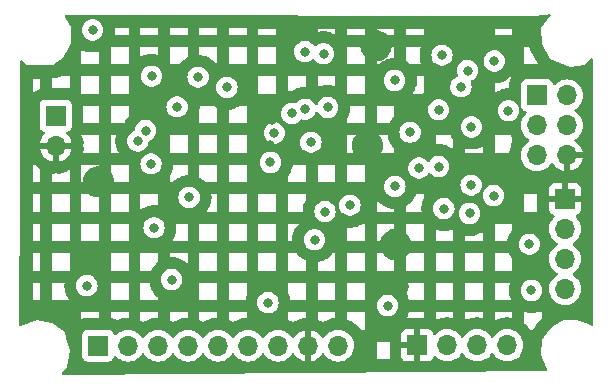
<source format=gbl>
%TF.GenerationSoftware,KiCad,Pcbnew,7.0.5*%
%TF.CreationDate,2024-03-10T01:27:25+05:30*%
%TF.ProjectId,mcu datalogger,6d637520-6461-4746-916c-6f676765722e,1*%
%TF.SameCoordinates,Original*%
%TF.FileFunction,Copper,L4,Bot*%
%TF.FilePolarity,Positive*%
%FSLAX46Y46*%
G04 Gerber Fmt 4.6, Leading zero omitted, Abs format (unit mm)*
G04 Created by KiCad (PCBNEW 7.0.5) date 2024-03-10 01:27:25*
%MOMM*%
%LPD*%
G01*
G04 APERTURE LIST*
%TA.AperFunction,ComponentPad*%
%ADD10R,1.700000X1.700000*%
%TD*%
%TA.AperFunction,ComponentPad*%
%ADD11O,1.700000X1.700000*%
%TD*%
%TA.AperFunction,ViaPad*%
%ADD12C,0.800000*%
%TD*%
G04 APERTURE END LIST*
D10*
%TO.P,J1,1,Pin_1*%
%TO.N,GND*%
X149326600Y-82448400D03*
D11*
%TO.P,J1,2,Pin_2*%
%TO.N,/Vcc*%
X149326600Y-84988400D03*
%TO.P,J1,3,Pin_3*%
%TO.N,/SDA*%
X149326600Y-87528400D03*
%TO.P,J1,4,Pin_4*%
%TO.N,/SCL*%
X149326600Y-90068400D03*
%TD*%
D10*
%TO.P,J2,1,Pin_1*%
%TO.N,/D2*%
X109778800Y-94869000D03*
D11*
%TO.P,J2,2,Pin_2*%
%TO.N,/D3*%
X112318800Y-94869000D03*
%TO.P,J2,3,Pin_3*%
%TO.N,/D4*%
X114858800Y-94869000D03*
%TO.P,J2,4,Pin_4*%
%TO.N,/D5*%
X117398800Y-94869000D03*
%TO.P,J2,5,Pin_5*%
%TO.N,/D6*%
X119938800Y-94869000D03*
%TO.P,J2,6,Pin_6*%
%TO.N,/D7*%
X122478800Y-94869000D03*
%TO.P,J2,7,Pin_7*%
%TO.N,/D8*%
X125018800Y-94869000D03*
%TO.P,J2,8,Pin_8*%
%TO.N,GND*%
X127558800Y-94869000D03*
%TO.P,J2,9,Pin_9*%
%TO.N,/Vcc*%
X130098800Y-94869000D03*
%TD*%
D10*
%TO.P,J3,1,Pin_1*%
%TO.N,GND*%
X136804400Y-94843600D03*
D11*
%TO.P,J3,2,Pin_2*%
%TO.N,/Vcc*%
X139344400Y-94843600D03*
%TO.P,J3,3,Pin_3*%
%TO.N,/RX*%
X141884400Y-94843600D03*
%TO.P,J3,4,Pin_4*%
%TO.N,/TX*%
X144424400Y-94843600D03*
%TD*%
D10*
%TO.P,J4,1,Pin_1*%
%TO.N,/MISO*%
X146939000Y-73685400D03*
D11*
%TO.P,J4,2,Pin_2*%
%TO.N,/Vcc*%
X149479000Y-73685400D03*
%TO.P,J4,3,Pin_3*%
%TO.N,/SCK*%
X146939000Y-76225400D03*
%TO.P,J4,4,Pin_4*%
%TO.N,/MOSI*%
X149479000Y-76225400D03*
%TO.P,J4,5,Pin_5*%
%TO.N,/RST*%
X146939000Y-78765400D03*
%TO.P,J4,6,Pin_6*%
%TO.N,GND*%
X149479000Y-78765400D03*
%TD*%
D10*
%TO.P,BT1,1,+*%
%TO.N,/Vcc*%
X106197400Y-75407600D03*
D11*
%TO.P,BT1,2,-*%
%TO.N,GND*%
X106197400Y-77947600D03*
%TD*%
D12*
%TO.N,/SCL*%
X113805500Y-76663000D03*
X114313500Y-72065600D03*
%TO.N,/Vcc*%
X128867700Y-70160600D03*
X109309700Y-68154000D03*
X140500900Y-72954600D03*
X116015300Y-89286800D03*
X108827100Y-89794800D03*
X117488500Y-82327200D03*
X138900700Y-70287600D03*
X138621300Y-74910400D03*
X138621300Y-79711000D03*
%TO.N,GND*%
X124295700Y-77907600D03*
%TO.N,/Vcc*%
X124702100Y-76866200D03*
X116472500Y-74656400D03*
X113145100Y-77552000D03*
%TO.N,GND*%
X144107700Y-80142800D03*
X124524300Y-75799400D03*
X132576100Y-77933000D03*
X134989100Y-86315000D03*
X134735100Y-89871000D03*
X140373900Y-68789000D03*
X133312700Y-69474800D03*
X109817700Y-81006400D03*
X109335100Y-88067600D03*
%TO.N,/SCL*%
X114516700Y-84892600D03*
X114262700Y-79482400D03*
X120688900Y-73005400D03*
X127318300Y-74859600D03*
%TO.N,/SDA*%
X118250500Y-72141800D03*
%TO.N,/SCL*%
X146469900Y-90201200D03*
X134887500Y-72421200D03*
%TO.N,/SDA*%
X129223300Y-74707200D03*
X141059700Y-71583000D03*
X144514100Y-74986600D03*
X146292100Y-86289600D03*
%TO.N,Net-(D1-A)*%
X143320300Y-70770200D03*
X134912900Y-81387400D03*
%TO.N,/MISO*%
X131102900Y-82987600D03*
X141389900Y-76358200D03*
%TO.N,/MOSI*%
X128994700Y-83521000D03*
X141237500Y-83673400D03*
%TO.N,/SCK*%
X139053100Y-83267000D03*
X141364500Y-81285800D03*
%TO.N,Net-(U4-PB6)*%
X128105700Y-85908600D03*
X124371900Y-79355400D03*
%TO.N,Net-(U4-AREF)*%
X127800900Y-77653600D03*
X127292900Y-69982800D03*
%TO.N,/RST*%
X136944900Y-79838000D03*
X143269500Y-82174800D03*
X126187200Y-75209400D03*
X136194800Y-76809600D03*
%TO.N,Net-(U4-PB7)*%
X124155200Y-91236800D03*
X134289800Y-91490800D03*
%TD*%
%TA.AperFunction,Conductor*%
%TO.N,GND*%
G36*
X148002848Y-66807290D02*
G01*
X148060884Y-66846194D01*
X148088674Y-66910300D01*
X148077395Y-66979253D01*
X148062639Y-67002789D01*
X147308099Y-67950800D01*
X147358900Y-69373200D01*
X148070098Y-70617798D01*
X148070099Y-70617798D01*
X148070100Y-70617800D01*
X149695700Y-71278200D01*
X150940300Y-71100400D01*
X151493695Y-70583897D01*
X151556133Y-70552547D01*
X151625612Y-70559931D01*
X151680069Y-70603705D01*
X151702215Y-70669972D01*
X151702300Y-70674550D01*
X151702300Y-93057796D01*
X151682615Y-93124835D01*
X151629811Y-93170590D01*
X151560653Y-93180534D01*
X151515430Y-93164676D01*
X151270502Y-93020601D01*
X151270493Y-93020597D01*
X150330700Y-92690400D01*
X149213100Y-92741199D01*
X149213099Y-92741199D01*
X148273301Y-93198398D01*
X148273297Y-93198401D01*
X147968493Y-93554008D01*
X147968491Y-93554010D01*
X147384301Y-94392197D01*
X147384300Y-94392200D01*
X147308099Y-95636799D01*
X147308099Y-95636800D01*
X147819472Y-96837414D01*
X147827632Y-96906806D01*
X147796981Y-96969593D01*
X147737250Y-97005842D01*
X147706457Y-97010000D01*
X106854338Y-97361740D01*
X106787131Y-97342634D01*
X106740923Y-97290226D01*
X106730385Y-97221155D01*
X106756804Y-97159832D01*
X107125300Y-96703600D01*
X107337390Y-95766870D01*
X108428300Y-95766870D01*
X108428301Y-95766876D01*
X108434708Y-95826483D01*
X108485002Y-95961328D01*
X108485006Y-95961335D01*
X108571252Y-96076544D01*
X108571255Y-96076547D01*
X108686464Y-96162793D01*
X108686471Y-96162797D01*
X108821317Y-96213091D01*
X108821316Y-96213091D01*
X108828244Y-96213835D01*
X108880927Y-96219500D01*
X110676672Y-96219499D01*
X110736283Y-96213091D01*
X110871131Y-96162796D01*
X110986346Y-96076546D01*
X111072596Y-95961331D01*
X111121610Y-95829916D01*
X111163481Y-95773984D01*
X111228945Y-95749566D01*
X111297218Y-95764417D01*
X111325472Y-95785568D01*
X111447399Y-95907495D01*
X111544184Y-95975264D01*
X111640965Y-96043032D01*
X111640967Y-96043033D01*
X111640970Y-96043035D01*
X111855137Y-96142903D01*
X112083392Y-96204063D01*
X112259834Y-96219500D01*
X112318799Y-96224659D01*
X112318800Y-96224659D01*
X112318801Y-96224659D01*
X112377766Y-96219500D01*
X112554208Y-96204063D01*
X112782463Y-96142903D01*
X112996630Y-96043035D01*
X113190201Y-95907495D01*
X113357295Y-95740401D01*
X113487224Y-95554842D01*
X113541802Y-95511217D01*
X113611300Y-95504023D01*
X113673655Y-95535546D01*
X113690375Y-95554842D01*
X113820300Y-95740395D01*
X113820305Y-95740401D01*
X113987399Y-95907495D01*
X114084184Y-95975264D01*
X114180965Y-96043032D01*
X114180967Y-96043033D01*
X114180970Y-96043035D01*
X114395137Y-96142903D01*
X114623392Y-96204063D01*
X114799834Y-96219500D01*
X114858799Y-96224659D01*
X114858800Y-96224659D01*
X114858801Y-96224659D01*
X114917766Y-96219500D01*
X115094208Y-96204063D01*
X115322463Y-96142903D01*
X115536630Y-96043035D01*
X115730201Y-95907495D01*
X115897295Y-95740401D01*
X116027224Y-95554842D01*
X116081802Y-95511217D01*
X116151300Y-95504023D01*
X116213655Y-95535546D01*
X116230375Y-95554842D01*
X116360300Y-95740395D01*
X116360305Y-95740401D01*
X116527399Y-95907495D01*
X116624184Y-95975264D01*
X116720965Y-96043032D01*
X116720967Y-96043033D01*
X116720970Y-96043035D01*
X116935137Y-96142903D01*
X117163392Y-96204063D01*
X117339834Y-96219500D01*
X117398799Y-96224659D01*
X117398800Y-96224659D01*
X117398801Y-96224659D01*
X117457766Y-96219500D01*
X117634208Y-96204063D01*
X117862463Y-96142903D01*
X118076630Y-96043035D01*
X118270201Y-95907495D01*
X118437295Y-95740401D01*
X118567224Y-95554842D01*
X118621802Y-95511217D01*
X118691300Y-95504023D01*
X118753655Y-95535546D01*
X118770375Y-95554842D01*
X118900300Y-95740395D01*
X118900305Y-95740401D01*
X119067399Y-95907495D01*
X119164184Y-95975264D01*
X119260965Y-96043032D01*
X119260967Y-96043033D01*
X119260970Y-96043035D01*
X119475137Y-96142903D01*
X119703392Y-96204063D01*
X119879834Y-96219500D01*
X119938799Y-96224659D01*
X119938800Y-96224659D01*
X119938801Y-96224659D01*
X119997766Y-96219500D01*
X120174208Y-96204063D01*
X120402463Y-96142903D01*
X120616630Y-96043035D01*
X120810201Y-95907495D01*
X120977295Y-95740401D01*
X121107224Y-95554842D01*
X121161802Y-95511217D01*
X121231300Y-95504023D01*
X121293655Y-95535546D01*
X121310375Y-95554842D01*
X121440300Y-95740395D01*
X121440305Y-95740401D01*
X121607399Y-95907495D01*
X121704184Y-95975265D01*
X121800965Y-96043032D01*
X121800967Y-96043033D01*
X121800970Y-96043035D01*
X122015137Y-96142903D01*
X122243392Y-96204063D01*
X122419834Y-96219500D01*
X122478799Y-96224659D01*
X122478800Y-96224659D01*
X122478801Y-96224659D01*
X122537766Y-96219500D01*
X122714208Y-96204063D01*
X122942463Y-96142903D01*
X123156630Y-96043035D01*
X123350201Y-95907495D01*
X123517295Y-95740401D01*
X123647224Y-95554842D01*
X123701802Y-95511217D01*
X123771300Y-95504023D01*
X123833655Y-95535546D01*
X123850375Y-95554842D01*
X123980300Y-95740395D01*
X123980305Y-95740401D01*
X124147399Y-95907495D01*
X124244184Y-95975265D01*
X124340965Y-96043032D01*
X124340967Y-96043033D01*
X124340970Y-96043035D01*
X124555137Y-96142903D01*
X124783392Y-96204063D01*
X124959834Y-96219500D01*
X125018799Y-96224659D01*
X125018800Y-96224659D01*
X125018801Y-96224659D01*
X125077766Y-96219500D01*
X125254208Y-96204063D01*
X125482463Y-96142903D01*
X125696630Y-96043035D01*
X125890201Y-95907495D01*
X126057295Y-95740401D01*
X126187530Y-95554405D01*
X126242107Y-95510781D01*
X126311605Y-95503587D01*
X126373960Y-95535110D01*
X126390679Y-95554405D01*
X126520690Y-95740078D01*
X126687717Y-95907105D01*
X126881221Y-96042600D01*
X127095307Y-96142429D01*
X127095316Y-96142433D01*
X127308800Y-96199634D01*
X127308800Y-95304501D01*
X127416485Y-95353680D01*
X127523037Y-95369000D01*
X127594563Y-95369000D01*
X127701115Y-95353680D01*
X127808799Y-95304501D01*
X127808799Y-96199633D01*
X128022283Y-96142433D01*
X128022292Y-96142429D01*
X128236378Y-96042600D01*
X128429882Y-95907105D01*
X128596905Y-95740082D01*
X128726919Y-95554405D01*
X128781496Y-95510781D01*
X128850995Y-95503588D01*
X128913349Y-95535110D01*
X128930069Y-95554405D01*
X129060305Y-95740401D01*
X129227399Y-95907495D01*
X129324184Y-95975265D01*
X129420965Y-96043032D01*
X129420967Y-96043033D01*
X129420970Y-96043035D01*
X129635137Y-96142903D01*
X129863392Y-96204063D01*
X130039834Y-96219500D01*
X130098799Y-96224659D01*
X130098800Y-96224659D01*
X130098801Y-96224659D01*
X130157766Y-96219500D01*
X130334208Y-96204063D01*
X130562463Y-96142903D01*
X130776630Y-96043035D01*
X130970201Y-95907495D01*
X131137295Y-95740401D01*
X131272835Y-95546830D01*
X131372703Y-95332663D01*
X131433863Y-95104408D01*
X131454459Y-94869000D01*
X131433863Y-94633592D01*
X131411349Y-94549569D01*
X133360515Y-94549569D01*
X133360515Y-96009478D01*
X134482305Y-95999819D01*
X134481927Y-95998217D01*
X134481155Y-95994424D01*
X134472596Y-95944430D01*
X134472062Y-95940594D01*
X134460600Y-95833990D01*
X134460444Y-95832334D01*
X134458698Y-95810628D01*
X134458587Y-95808971D01*
X134457069Y-95780627D01*
X134457002Y-95778969D01*
X134456422Y-95757263D01*
X134456400Y-95755606D01*
X134456400Y-95741444D01*
X135454400Y-95741444D01*
X135460801Y-95800972D01*
X135460803Y-95800979D01*
X135511045Y-95935686D01*
X135511049Y-95935693D01*
X135597209Y-96050787D01*
X135597212Y-96050790D01*
X135712306Y-96136950D01*
X135712313Y-96136954D01*
X135847020Y-96187196D01*
X135847027Y-96187198D01*
X135906555Y-96193599D01*
X135906572Y-96193600D01*
X136554400Y-96193600D01*
X136554400Y-95279101D01*
X136662085Y-95328280D01*
X136768637Y-95343600D01*
X136840163Y-95343600D01*
X136946715Y-95328280D01*
X137054400Y-95279101D01*
X137054400Y-96193600D01*
X137702228Y-96193600D01*
X137702244Y-96193599D01*
X137761772Y-96187198D01*
X137761779Y-96187196D01*
X137896486Y-96136954D01*
X137896493Y-96136950D01*
X138011587Y-96050790D01*
X138011590Y-96050787D01*
X138097750Y-95935693D01*
X138097754Y-95935686D01*
X138146822Y-95804129D01*
X138188693Y-95748195D01*
X138254157Y-95723778D01*
X138322430Y-95738630D01*
X138350685Y-95759781D01*
X138472999Y-95882095D01*
X138549535Y-95935686D01*
X138666565Y-96017632D01*
X138666567Y-96017633D01*
X138666570Y-96017635D01*
X138880737Y-96117503D01*
X139108992Y-96178663D01*
X139279719Y-96193600D01*
X139344399Y-96199259D01*
X139344400Y-96199259D01*
X139344401Y-96199259D01*
X139409081Y-96193600D01*
X139579808Y-96178663D01*
X139808063Y-96117503D01*
X140022230Y-96017635D01*
X140215801Y-95882095D01*
X140382895Y-95715001D01*
X140512824Y-95529442D01*
X140567402Y-95485817D01*
X140636900Y-95478623D01*
X140699255Y-95510146D01*
X140715975Y-95529442D01*
X140845900Y-95714995D01*
X140845905Y-95715001D01*
X141012999Y-95882095D01*
X141089535Y-95935686D01*
X141206565Y-96017632D01*
X141206567Y-96017633D01*
X141206570Y-96017635D01*
X141420737Y-96117503D01*
X141648992Y-96178663D01*
X141819719Y-96193600D01*
X141884399Y-96199259D01*
X141884400Y-96199259D01*
X141884401Y-96199259D01*
X141949081Y-96193600D01*
X142119808Y-96178663D01*
X142348063Y-96117503D01*
X142562230Y-96017635D01*
X142755801Y-95882095D01*
X142922895Y-95715001D01*
X143052824Y-95529442D01*
X143107402Y-95485817D01*
X143176900Y-95478623D01*
X143239255Y-95510146D01*
X143255975Y-95529442D01*
X143385900Y-95714995D01*
X143385905Y-95715001D01*
X143552999Y-95882095D01*
X143629535Y-95935686D01*
X143746565Y-96017632D01*
X143746567Y-96017633D01*
X143746570Y-96017635D01*
X143960737Y-96117503D01*
X144188992Y-96178663D01*
X144359719Y-96193600D01*
X144424399Y-96199259D01*
X144424400Y-96199259D01*
X144424401Y-96199259D01*
X144489081Y-96193600D01*
X144659808Y-96178663D01*
X144888063Y-96117503D01*
X145102230Y-96017635D01*
X145295801Y-95882095D01*
X145462895Y-95715001D01*
X145598435Y-95521430D01*
X145698303Y-95307263D01*
X145759463Y-95079008D01*
X145780059Y-94843600D01*
X145759463Y-94608192D01*
X145701588Y-94392197D01*
X145698305Y-94379944D01*
X145698304Y-94379943D01*
X145698303Y-94379937D01*
X145598435Y-94165771D01*
X145592825Y-94157758D01*
X145462894Y-93972197D01*
X145295802Y-93805106D01*
X145295795Y-93805101D01*
X145102234Y-93669567D01*
X145102230Y-93669565D01*
X145031127Y-93636409D01*
X144888063Y-93569697D01*
X144888059Y-93569696D01*
X144888055Y-93569694D01*
X144659813Y-93508538D01*
X144659803Y-93508536D01*
X144424401Y-93487941D01*
X144424399Y-93487941D01*
X144188996Y-93508536D01*
X144188986Y-93508538D01*
X143960744Y-93569694D01*
X143960735Y-93569698D01*
X143746571Y-93669564D01*
X143746569Y-93669565D01*
X143552997Y-93805105D01*
X143385905Y-93972197D01*
X143255975Y-94157758D01*
X143201398Y-94201383D01*
X143131900Y-94208577D01*
X143069545Y-94177054D01*
X143052825Y-94157758D01*
X142922894Y-93972197D01*
X142755802Y-93805106D01*
X142755795Y-93805101D01*
X142562234Y-93669567D01*
X142562230Y-93669565D01*
X142491127Y-93636409D01*
X142348063Y-93569697D01*
X142348059Y-93569696D01*
X142348055Y-93569694D01*
X142119813Y-93508538D01*
X142119803Y-93508536D01*
X141884401Y-93487941D01*
X141884399Y-93487941D01*
X141648996Y-93508536D01*
X141648986Y-93508538D01*
X141420744Y-93569694D01*
X141420735Y-93569698D01*
X141206571Y-93669564D01*
X141206569Y-93669565D01*
X141012997Y-93805105D01*
X140845905Y-93972197D01*
X140715975Y-94157758D01*
X140661398Y-94201383D01*
X140591900Y-94208577D01*
X140529545Y-94177054D01*
X140512825Y-94157758D01*
X140382894Y-93972197D01*
X140215802Y-93805106D01*
X140215795Y-93805101D01*
X140022234Y-93669567D01*
X140022230Y-93669565D01*
X139951127Y-93636409D01*
X139808063Y-93569697D01*
X139808059Y-93569696D01*
X139808055Y-93569694D01*
X139579813Y-93508538D01*
X139579803Y-93508536D01*
X139344401Y-93487941D01*
X139344399Y-93487941D01*
X139108996Y-93508536D01*
X139108986Y-93508538D01*
X138880744Y-93569694D01*
X138880735Y-93569698D01*
X138666571Y-93669564D01*
X138666569Y-93669565D01*
X138473000Y-93805103D01*
X138350684Y-93927419D01*
X138289361Y-93960903D01*
X138219669Y-93955919D01*
X138163736Y-93914047D01*
X138146821Y-93883070D01*
X138097754Y-93751513D01*
X138097750Y-93751506D01*
X138011590Y-93636412D01*
X138011587Y-93636409D01*
X137896493Y-93550249D01*
X137896486Y-93550245D01*
X137761779Y-93500003D01*
X137761772Y-93500001D01*
X137702244Y-93493600D01*
X137054400Y-93493600D01*
X137054400Y-94408098D01*
X136946715Y-94358920D01*
X136840163Y-94343600D01*
X136768637Y-94343600D01*
X136662085Y-94358920D01*
X136554400Y-94408098D01*
X136554400Y-93493600D01*
X135906555Y-93493600D01*
X135847027Y-93500001D01*
X135847020Y-93500003D01*
X135712313Y-93550245D01*
X135712306Y-93550249D01*
X135597212Y-93636409D01*
X135597209Y-93636412D01*
X135511049Y-93751506D01*
X135511045Y-93751513D01*
X135460803Y-93886220D01*
X135460801Y-93886227D01*
X135454400Y-93945755D01*
X135454400Y-94593600D01*
X136370714Y-94593600D01*
X136344907Y-94633756D01*
X136304400Y-94771711D01*
X136304400Y-94915489D01*
X136344907Y-95053444D01*
X136370714Y-95093600D01*
X135454400Y-95093600D01*
X135454400Y-95741444D01*
X134456400Y-95741444D01*
X134456400Y-94893054D01*
X134465839Y-94845602D01*
X134466668Y-94843600D01*
X134465839Y-94841598D01*
X134456400Y-94794146D01*
X134456400Y-94549569D01*
X133360515Y-94549569D01*
X131411349Y-94549569D01*
X131372703Y-94405337D01*
X131272835Y-94191171D01*
X131267531Y-94183595D01*
X131137294Y-93997597D01*
X130970202Y-93830506D01*
X130970195Y-93830501D01*
X130933927Y-93805106D01*
X130893318Y-93776671D01*
X130776634Y-93694967D01*
X130776630Y-93694965D01*
X130722164Y-93669567D01*
X130562463Y-93595097D01*
X130562459Y-93595096D01*
X130562455Y-93595094D01*
X130334213Y-93533938D01*
X130334203Y-93533936D01*
X130098801Y-93513341D01*
X130098799Y-93513341D01*
X129863396Y-93533936D01*
X129863386Y-93533938D01*
X129635144Y-93595094D01*
X129635135Y-93595098D01*
X129420971Y-93694964D01*
X129420969Y-93694965D01*
X129227397Y-93830505D01*
X129060308Y-93997594D01*
X128930069Y-94183595D01*
X128875492Y-94227219D01*
X128805993Y-94234412D01*
X128743639Y-94202890D01*
X128726919Y-94183594D01*
X128596913Y-93997926D01*
X128596908Y-93997920D01*
X128429882Y-93830894D01*
X128236378Y-93695399D01*
X128022292Y-93595570D01*
X128022286Y-93595567D01*
X127808799Y-93538364D01*
X127808799Y-94433498D01*
X127701115Y-94384320D01*
X127594563Y-94369000D01*
X127523037Y-94369000D01*
X127416485Y-94384320D01*
X127308800Y-94433498D01*
X127308800Y-93538364D01*
X127308799Y-93538364D01*
X127095313Y-93595567D01*
X127095307Y-93595570D01*
X126881222Y-93695399D01*
X126881220Y-93695400D01*
X126687726Y-93830886D01*
X126687720Y-93830891D01*
X126520691Y-93997920D01*
X126520690Y-93997922D01*
X126390680Y-94183595D01*
X126336103Y-94227219D01*
X126266604Y-94234412D01*
X126204250Y-94202890D01*
X126187530Y-94183594D01*
X126057294Y-93997597D01*
X125890202Y-93830506D01*
X125890195Y-93830501D01*
X125853927Y-93805106D01*
X125813318Y-93776671D01*
X125696634Y-93694967D01*
X125696630Y-93694965D01*
X125642164Y-93669567D01*
X125482463Y-93595097D01*
X125482459Y-93595096D01*
X125482455Y-93595094D01*
X125254213Y-93533938D01*
X125254203Y-93533936D01*
X125018801Y-93513341D01*
X125018799Y-93513341D01*
X124783396Y-93533936D01*
X124783386Y-93533938D01*
X124555144Y-93595094D01*
X124555135Y-93595098D01*
X124340971Y-93694964D01*
X124340969Y-93694965D01*
X124147397Y-93830505D01*
X123980305Y-93997597D01*
X123850375Y-94183158D01*
X123795798Y-94226783D01*
X123726300Y-94233977D01*
X123663945Y-94202454D01*
X123647225Y-94183158D01*
X123517294Y-93997597D01*
X123350202Y-93830506D01*
X123350195Y-93830501D01*
X123313927Y-93805106D01*
X123273318Y-93776671D01*
X123156634Y-93694967D01*
X123156630Y-93694965D01*
X123102164Y-93669567D01*
X122942463Y-93595097D01*
X122942459Y-93595096D01*
X122942455Y-93595094D01*
X122714213Y-93533938D01*
X122714203Y-93533936D01*
X122478801Y-93513341D01*
X122478799Y-93513341D01*
X122243396Y-93533936D01*
X122243386Y-93533938D01*
X122015144Y-93595094D01*
X122015135Y-93595098D01*
X121800971Y-93694964D01*
X121800969Y-93694965D01*
X121607397Y-93830505D01*
X121440305Y-93997597D01*
X121310375Y-94183158D01*
X121255798Y-94226783D01*
X121186300Y-94233977D01*
X121123945Y-94202454D01*
X121107225Y-94183158D01*
X120977294Y-93997597D01*
X120810202Y-93830506D01*
X120810195Y-93830501D01*
X120773927Y-93805106D01*
X120733318Y-93776671D01*
X120616634Y-93694967D01*
X120616630Y-93694965D01*
X120562164Y-93669567D01*
X120402463Y-93595097D01*
X120402459Y-93595096D01*
X120402455Y-93595094D01*
X120174213Y-93533938D01*
X120174203Y-93533936D01*
X119938801Y-93513341D01*
X119938799Y-93513341D01*
X119703396Y-93533936D01*
X119703386Y-93533938D01*
X119475144Y-93595094D01*
X119475135Y-93595098D01*
X119260971Y-93694964D01*
X119260969Y-93694965D01*
X119067397Y-93830505D01*
X118900305Y-93997597D01*
X118770375Y-94183158D01*
X118715798Y-94226783D01*
X118646300Y-94233977D01*
X118583945Y-94202454D01*
X118567225Y-94183158D01*
X118437294Y-93997597D01*
X118270202Y-93830506D01*
X118270195Y-93830501D01*
X118233927Y-93805106D01*
X118193318Y-93776671D01*
X118076634Y-93694967D01*
X118076630Y-93694965D01*
X118022164Y-93669567D01*
X117862463Y-93595097D01*
X117862459Y-93595096D01*
X117862455Y-93595094D01*
X117634213Y-93533938D01*
X117634203Y-93533936D01*
X117398801Y-93513341D01*
X117398799Y-93513341D01*
X117163396Y-93533936D01*
X117163386Y-93533938D01*
X116935144Y-93595094D01*
X116935135Y-93595098D01*
X116720971Y-93694964D01*
X116720969Y-93694965D01*
X116527397Y-93830505D01*
X116360308Y-93997594D01*
X116230374Y-94183160D01*
X116175797Y-94226784D01*
X116106298Y-94233977D01*
X116043944Y-94202455D01*
X116027229Y-94183164D01*
X115897295Y-93997599D01*
X115897293Y-93997596D01*
X115730202Y-93830506D01*
X115730195Y-93830501D01*
X115693927Y-93805106D01*
X115653318Y-93776671D01*
X115536634Y-93694967D01*
X115536630Y-93694965D01*
X115482164Y-93669567D01*
X115322463Y-93595097D01*
X115322459Y-93595096D01*
X115322455Y-93595094D01*
X115094213Y-93533938D01*
X115094203Y-93533936D01*
X114858801Y-93513341D01*
X114858799Y-93513341D01*
X114623396Y-93533936D01*
X114623386Y-93533938D01*
X114395144Y-93595094D01*
X114395135Y-93595098D01*
X114180971Y-93694964D01*
X114180969Y-93694965D01*
X113987397Y-93830505D01*
X113820305Y-93997597D01*
X113690375Y-94183158D01*
X113635798Y-94226783D01*
X113566300Y-94233977D01*
X113503945Y-94202454D01*
X113487225Y-94183158D01*
X113357294Y-93997597D01*
X113190202Y-93830506D01*
X113190195Y-93830501D01*
X113153927Y-93805106D01*
X113113318Y-93776671D01*
X112996634Y-93694967D01*
X112996630Y-93694965D01*
X112942164Y-93669567D01*
X112782463Y-93595097D01*
X112782459Y-93595096D01*
X112782455Y-93595094D01*
X112554213Y-93533938D01*
X112554203Y-93533936D01*
X112318801Y-93513341D01*
X112318799Y-93513341D01*
X112083396Y-93533936D01*
X112083386Y-93533938D01*
X111855144Y-93595094D01*
X111855135Y-93595098D01*
X111640971Y-93694964D01*
X111640969Y-93694965D01*
X111447400Y-93830503D01*
X111325473Y-93952430D01*
X111264150Y-93985914D01*
X111194458Y-93980930D01*
X111138525Y-93939058D01*
X111121610Y-93908081D01*
X111072597Y-93776671D01*
X111072593Y-93776664D01*
X110986347Y-93661455D01*
X110986344Y-93661452D01*
X110871135Y-93575206D01*
X110871128Y-93575202D01*
X110736282Y-93524908D01*
X110736283Y-93524908D01*
X110676683Y-93518501D01*
X110676681Y-93518500D01*
X110676673Y-93518500D01*
X110676664Y-93518500D01*
X108880929Y-93518500D01*
X108880923Y-93518501D01*
X108821316Y-93524908D01*
X108686471Y-93575202D01*
X108686464Y-93575206D01*
X108571255Y-93661452D01*
X108571252Y-93661455D01*
X108485006Y-93776664D01*
X108485002Y-93776671D01*
X108434708Y-93911517D01*
X108428301Y-93971116D01*
X108428300Y-93971135D01*
X108428300Y-95766870D01*
X107337390Y-95766870D01*
X107430100Y-95357400D01*
X107430099Y-95357399D01*
X107430100Y-95357398D01*
X107078380Y-94191171D01*
X106947500Y-93757200D01*
X105906100Y-92969800D01*
X105012025Y-92763475D01*
X113360514Y-92763475D01*
X113439363Y-92800243D01*
X113441788Y-92801440D01*
X113473208Y-92817795D01*
X113475578Y-92819096D01*
X113515645Y-92842226D01*
X113517960Y-92843631D01*
X113547857Y-92862677D01*
X113550107Y-92864181D01*
X113588799Y-92891274D01*
X113627489Y-92864184D01*
X113629739Y-92862680D01*
X113659619Y-92843645D01*
X113661931Y-92842243D01*
X113701994Y-92819112D01*
X113704365Y-92817810D01*
X113735801Y-92801445D01*
X113738228Y-92800248D01*
X113994318Y-92680830D01*
X113996794Y-92679741D01*
X114029513Y-92666188D01*
X114032031Y-92665209D01*
X114075504Y-92649383D01*
X114078069Y-92648512D01*
X114111886Y-92637849D01*
X114114485Y-92637091D01*
X114387441Y-92563955D01*
X114390068Y-92563312D01*
X114424667Y-92555641D01*
X114427322Y-92555114D01*
X114472881Y-92547081D01*
X114475555Y-92546669D01*
X114510679Y-92542045D01*
X114513368Y-92541751D01*
X114794860Y-92517123D01*
X114797559Y-92516946D01*
X114832962Y-92515400D01*
X114835667Y-92515341D01*
X114862515Y-92515341D01*
X114862515Y-92049569D01*
X115860515Y-92049569D01*
X115860515Y-92744823D01*
X115979363Y-92800243D01*
X115981788Y-92801440D01*
X116013208Y-92817795D01*
X116015578Y-92819096D01*
X116055645Y-92842226D01*
X116057960Y-92843631D01*
X116087857Y-92862677D01*
X116090107Y-92864181D01*
X116128799Y-92891274D01*
X116167489Y-92864184D01*
X116169739Y-92862680D01*
X116199619Y-92843645D01*
X116201931Y-92842243D01*
X116241994Y-92819112D01*
X116244365Y-92817810D01*
X116275801Y-92801445D01*
X116278228Y-92800248D01*
X116534318Y-92680830D01*
X116536794Y-92679741D01*
X116569513Y-92666188D01*
X116572031Y-92665209D01*
X116615504Y-92649383D01*
X116618069Y-92648512D01*
X116651886Y-92637849D01*
X116654485Y-92637091D01*
X116927441Y-92563955D01*
X116930068Y-92563312D01*
X116964667Y-92555641D01*
X116967322Y-92555114D01*
X117012881Y-92547081D01*
X117015555Y-92546669D01*
X117050679Y-92542045D01*
X117053368Y-92541751D01*
X117334860Y-92517123D01*
X117337559Y-92516946D01*
X117362515Y-92515856D01*
X117362515Y-92049569D01*
X118360515Y-92049569D01*
X118360515Y-92726170D01*
X118519363Y-92800244D01*
X118521788Y-92801440D01*
X118553208Y-92817795D01*
X118555578Y-92819096D01*
X118595645Y-92842226D01*
X118597960Y-92843631D01*
X118627857Y-92862677D01*
X118630107Y-92864181D01*
X118668799Y-92891274D01*
X118707489Y-92864184D01*
X118709739Y-92862680D01*
X118739619Y-92843645D01*
X118741931Y-92842243D01*
X118781994Y-92819112D01*
X118784365Y-92817810D01*
X118815801Y-92801445D01*
X118818228Y-92800248D01*
X119017088Y-92707517D01*
X120860514Y-92707517D01*
X121059363Y-92800243D01*
X121061788Y-92801440D01*
X121093208Y-92817795D01*
X121095578Y-92819096D01*
X121135645Y-92842226D01*
X121137960Y-92843631D01*
X121167857Y-92862677D01*
X121170107Y-92864181D01*
X121208799Y-92891274D01*
X121247489Y-92864184D01*
X121249739Y-92862680D01*
X121279619Y-92843645D01*
X121281931Y-92842243D01*
X121321994Y-92819112D01*
X121324365Y-92817810D01*
X121355801Y-92801445D01*
X121358228Y-92800248D01*
X121614318Y-92680830D01*
X121616794Y-92679741D01*
X121649513Y-92666188D01*
X121652031Y-92665209D01*
X121695504Y-92649383D01*
X121698069Y-92648512D01*
X121731886Y-92637849D01*
X121734485Y-92637091D01*
X122007441Y-92563955D01*
X122010068Y-92563312D01*
X122044667Y-92555641D01*
X122047322Y-92555114D01*
X122092881Y-92547081D01*
X122095555Y-92546669D01*
X122130679Y-92542045D01*
X122133368Y-92541751D01*
X122362514Y-92521702D01*
X122362515Y-92049569D01*
X120860515Y-92049569D01*
X120860514Y-92707517D01*
X119017088Y-92707517D01*
X119074318Y-92680830D01*
X119076794Y-92679741D01*
X119109513Y-92666188D01*
X119112031Y-92665209D01*
X119155504Y-92649383D01*
X119158069Y-92648512D01*
X119191886Y-92637849D01*
X119194485Y-92637091D01*
X119467441Y-92563955D01*
X119470068Y-92563312D01*
X119504667Y-92555641D01*
X119507322Y-92555114D01*
X119552881Y-92547081D01*
X119555555Y-92546669D01*
X119590679Y-92542045D01*
X119593368Y-92541751D01*
X119862515Y-92518203D01*
X119862515Y-92049569D01*
X118360515Y-92049569D01*
X117362515Y-92049569D01*
X115860515Y-92049569D01*
X114862515Y-92049569D01*
X113360515Y-92049569D01*
X113360514Y-92763475D01*
X105012025Y-92763475D01*
X104585300Y-92665000D01*
X104585299Y-92665000D01*
X104585298Y-92665000D01*
X103283927Y-93203499D01*
X103214455Y-93210943D01*
X103151987Y-93179646D01*
X103116356Y-93119544D01*
X103112515Y-93088644D01*
X103114834Y-92049569D01*
X108360515Y-92049569D01*
X108360515Y-92631619D01*
X108503597Y-92578254D01*
X108507267Y-92577014D01*
X108555825Y-92562285D01*
X108559564Y-92561277D01*
X108624049Y-92546038D01*
X108627845Y-92545265D01*
X108677869Y-92536701D01*
X108681707Y-92536166D01*
X108788381Y-92524699D01*
X108790036Y-92524544D01*
X108811728Y-92522799D01*
X108813385Y-92522688D01*
X108841724Y-92521170D01*
X108843384Y-92521103D01*
X108865093Y-92520523D01*
X108866749Y-92520501D01*
X109862515Y-92520500D01*
X109862515Y-92049569D01*
X110860515Y-92049569D01*
X110860515Y-92534514D01*
X110875900Y-92536169D01*
X110879735Y-92536702D01*
X110929738Y-92545263D01*
X110933534Y-92546036D01*
X110998015Y-92561271D01*
X111001755Y-92562279D01*
X111050326Y-92577012D01*
X111053996Y-92578252D01*
X111255376Y-92653361D01*
X111259467Y-92655055D01*
X111312232Y-92679153D01*
X111316191Y-92681134D01*
X111379514Y-92715711D01*
X111454318Y-92680830D01*
X111456794Y-92679741D01*
X111489513Y-92666188D01*
X111492031Y-92665209D01*
X111535504Y-92649383D01*
X111538069Y-92648512D01*
X111571886Y-92637849D01*
X111574485Y-92637091D01*
X111847441Y-92563955D01*
X111850068Y-92563312D01*
X111884667Y-92555641D01*
X111887322Y-92555114D01*
X111932881Y-92547081D01*
X111935555Y-92546669D01*
X111970679Y-92542045D01*
X111973368Y-92541751D01*
X112254860Y-92517123D01*
X112257559Y-92516946D01*
X112292962Y-92515400D01*
X112295667Y-92515341D01*
X112341933Y-92515341D01*
X112344638Y-92515400D01*
X112362515Y-92516180D01*
X112362515Y-92049569D01*
X110860515Y-92049569D01*
X109862515Y-92049569D01*
X108360515Y-92049569D01*
X103114834Y-92049569D01*
X103116648Y-91236800D01*
X123249740Y-91236800D01*
X123269526Y-91425056D01*
X123269527Y-91425059D01*
X123328018Y-91605077D01*
X123328021Y-91605084D01*
X123422667Y-91769016D01*
X123503759Y-91859077D01*
X123549329Y-91909688D01*
X123702465Y-92020948D01*
X123702470Y-92020951D01*
X123875392Y-92097942D01*
X123875397Y-92097944D01*
X124060554Y-92137300D01*
X124060555Y-92137300D01*
X124249844Y-92137300D01*
X124249846Y-92137300D01*
X124435003Y-92097944D01*
X124475070Y-92080105D01*
X125860514Y-92080105D01*
X125860515Y-92671335D01*
X125880806Y-92679741D01*
X125883282Y-92680830D01*
X126139363Y-92800243D01*
X126141788Y-92801440D01*
X126173208Y-92817795D01*
X126175578Y-92819096D01*
X126215645Y-92842226D01*
X126217960Y-92843631D01*
X126247857Y-92862677D01*
X126250106Y-92864180D01*
X126289236Y-92891579D01*
X126327739Y-92864620D01*
X126329987Y-92863118D01*
X126359867Y-92844082D01*
X126362179Y-92842679D01*
X126402245Y-92819545D01*
X126404619Y-92818243D01*
X126436057Y-92801878D01*
X126438482Y-92800682D01*
X126694491Y-92681302D01*
X126696966Y-92680213D01*
X126729684Y-92666660D01*
X126732204Y-92665681D01*
X126775676Y-92649855D01*
X126778239Y-92648985D01*
X126812053Y-92638322D01*
X126814653Y-92637565D01*
X127278482Y-92513281D01*
X127334767Y-92511439D01*
X127362515Y-92516958D01*
X127362515Y-92049569D01*
X128360515Y-92049569D01*
X128360515Y-92656623D01*
X128385396Y-92665681D01*
X128387916Y-92666660D01*
X128420634Y-92680213D01*
X128423109Y-92681302D01*
X128679111Y-92800678D01*
X128681537Y-92801875D01*
X128712957Y-92818231D01*
X128715329Y-92819531D01*
X128755395Y-92842663D01*
X128757707Y-92844066D01*
X128787605Y-92863112D01*
X128789857Y-92864616D01*
X128828364Y-92891579D01*
X128867490Y-92864184D01*
X128869739Y-92862680D01*
X128899619Y-92843645D01*
X128901931Y-92842243D01*
X128941994Y-92819112D01*
X128944365Y-92817810D01*
X128975801Y-92801445D01*
X128978228Y-92800248D01*
X129234318Y-92680830D01*
X129236794Y-92679741D01*
X129269513Y-92666188D01*
X129272031Y-92665209D01*
X129315504Y-92649383D01*
X129318069Y-92648512D01*
X129351886Y-92637849D01*
X129354485Y-92637091D01*
X129627441Y-92563955D01*
X129630068Y-92563312D01*
X129664667Y-92555641D01*
X129667322Y-92555114D01*
X129712881Y-92547081D01*
X129715555Y-92546669D01*
X129750679Y-92542045D01*
X129753368Y-92541751D01*
X129862515Y-92532201D01*
X129862515Y-92049569D01*
X130860515Y-92049569D01*
X130860515Y-92642515D01*
X130879531Y-92648512D01*
X130882096Y-92649383D01*
X130925569Y-92665209D01*
X130928087Y-92666188D01*
X130960806Y-92679741D01*
X130963282Y-92680830D01*
X131219363Y-92800243D01*
X131221788Y-92801440D01*
X131253208Y-92817795D01*
X131255578Y-92819096D01*
X131295645Y-92842226D01*
X131297960Y-92843631D01*
X131327857Y-92862677D01*
X131330106Y-92864180D01*
X131561586Y-93026264D01*
X131563769Y-93027865D01*
X131591896Y-93049448D01*
X131594006Y-93051142D01*
X131629446Y-93080882D01*
X131631480Y-93082666D01*
X131657590Y-93106593D01*
X131659542Y-93108462D01*
X131859346Y-93308265D01*
X131861217Y-93310219D01*
X131885164Y-93336352D01*
X131886950Y-93338388D01*
X131916687Y-93373830D01*
X131918380Y-93375939D01*
X131939946Y-93404046D01*
X131941545Y-93406227D01*
X132043314Y-93551569D01*
X132362515Y-93551569D01*
X132362515Y-92495600D01*
X135901878Y-92495600D01*
X136754946Y-92495600D01*
X136802398Y-92505039D01*
X136804400Y-92505868D01*
X136806402Y-92505039D01*
X136853854Y-92495600D01*
X137362515Y-92495600D01*
X137362515Y-92049569D01*
X138360515Y-92049569D01*
X138360515Y-92666533D01*
X138404546Y-92690576D01*
X138479919Y-92655430D01*
X138482395Y-92654341D01*
X138515113Y-92640788D01*
X138517631Y-92639809D01*
X138561104Y-92623983D01*
X138563669Y-92623112D01*
X138597486Y-92612449D01*
X138600085Y-92611691D01*
X138873041Y-92538555D01*
X138875668Y-92537912D01*
X138910267Y-92530241D01*
X138912922Y-92529714D01*
X138958481Y-92521681D01*
X138961155Y-92521269D01*
X138996279Y-92516645D01*
X138998968Y-92516351D01*
X139280460Y-92491723D01*
X139283159Y-92491546D01*
X139318562Y-92490000D01*
X139321267Y-92489941D01*
X139367533Y-92489941D01*
X139370238Y-92490000D01*
X139405641Y-92491546D01*
X139408340Y-92491723D01*
X139689832Y-92516351D01*
X139692521Y-92516645D01*
X139727645Y-92521269D01*
X139730319Y-92521681D01*
X139775878Y-92529714D01*
X139778533Y-92530241D01*
X139813132Y-92537912D01*
X139815759Y-92538555D01*
X139862515Y-92551082D01*
X139862515Y-92049569D01*
X140860515Y-92049569D01*
X140860515Y-92729761D01*
X141019918Y-92655430D01*
X141022394Y-92654341D01*
X141055113Y-92640788D01*
X141057631Y-92639809D01*
X141101104Y-92623983D01*
X141103669Y-92623112D01*
X141137486Y-92612449D01*
X141140085Y-92611691D01*
X141413041Y-92538555D01*
X141415668Y-92537912D01*
X141450267Y-92530241D01*
X141452922Y-92529714D01*
X141498481Y-92521681D01*
X141501155Y-92521269D01*
X141536279Y-92516645D01*
X141538968Y-92516351D01*
X141820460Y-92491723D01*
X141823159Y-92491546D01*
X141858562Y-92490000D01*
X141861267Y-92489941D01*
X141907533Y-92489941D01*
X141910238Y-92490000D01*
X141945641Y-92491546D01*
X141948340Y-92491723D01*
X142229832Y-92516351D01*
X142232521Y-92516645D01*
X142267645Y-92521269D01*
X142270319Y-92521681D01*
X142315878Y-92529714D01*
X142318533Y-92530241D01*
X142353132Y-92537912D01*
X142355759Y-92538555D01*
X142362515Y-92540365D01*
X142362515Y-92049569D01*
X143360515Y-92049569D01*
X143360515Y-92748414D01*
X143559918Y-92655430D01*
X143562394Y-92654341D01*
X143595113Y-92640788D01*
X143597631Y-92639809D01*
X143641104Y-92623983D01*
X143643669Y-92623112D01*
X143677486Y-92612449D01*
X143680085Y-92611691D01*
X143953041Y-92538555D01*
X143955668Y-92537912D01*
X143990267Y-92530241D01*
X143992922Y-92529714D01*
X144038481Y-92521681D01*
X144041155Y-92521269D01*
X144076279Y-92516645D01*
X144078968Y-92516351D01*
X144360460Y-92491723D01*
X144363159Y-92491546D01*
X144398562Y-92490000D01*
X144401267Y-92489941D01*
X144447533Y-92489941D01*
X144450238Y-92490000D01*
X144485641Y-92491546D01*
X144488340Y-92491723D01*
X144769832Y-92516351D01*
X144772521Y-92516645D01*
X144807645Y-92521269D01*
X144810319Y-92521681D01*
X144855878Y-92529714D01*
X144858533Y-92530241D01*
X144862515Y-92531123D01*
X144862515Y-92049569D01*
X145860515Y-92049569D01*
X145860515Y-92982189D01*
X145887186Y-93000865D01*
X145889369Y-93002465D01*
X145917496Y-93024048D01*
X145919606Y-93025742D01*
X145955046Y-93055482D01*
X145957080Y-93057266D01*
X145983190Y-93081193D01*
X145985142Y-93083062D01*
X146184946Y-93282865D01*
X146186817Y-93284819D01*
X146210764Y-93310952D01*
X146212550Y-93312988D01*
X146242287Y-93348430D01*
X146243980Y-93350539D01*
X146265546Y-93378646D01*
X146267145Y-93380827D01*
X146386699Y-93551569D01*
X146600128Y-93551569D01*
X147061547Y-92889533D01*
X147063381Y-92887037D01*
X147095866Y-92845063D01*
X147097824Y-92842660D01*
X147362515Y-92533854D01*
X147362515Y-92049569D01*
X146905287Y-92049569D01*
X146744892Y-92083662D01*
X146741700Y-92084253D01*
X146699716Y-92090903D01*
X146696501Y-92091326D01*
X146641285Y-92097133D01*
X146638046Y-92097388D01*
X146595562Y-92099615D01*
X146592316Y-92099700D01*
X146347484Y-92099700D01*
X146344238Y-92099615D01*
X146301754Y-92097388D01*
X146298515Y-92097133D01*
X146243299Y-92091326D01*
X146240084Y-92090903D01*
X146198100Y-92084253D01*
X146194908Y-92083662D01*
X146034513Y-92049569D01*
X145860515Y-92049569D01*
X144862515Y-92049569D01*
X143360515Y-92049569D01*
X142362515Y-92049569D01*
X140860515Y-92049569D01*
X139862515Y-92049569D01*
X138360515Y-92049569D01*
X137362515Y-92049569D01*
X136104446Y-92049569D01*
X136057551Y-92193897D01*
X136056467Y-92196959D01*
X136041217Y-92236681D01*
X136039974Y-92239681D01*
X136017389Y-92290402D01*
X136015992Y-92293331D01*
X135996696Y-92331198D01*
X135995148Y-92334050D01*
X135901878Y-92495600D01*
X132362515Y-92495600D01*
X132362515Y-92049569D01*
X130860515Y-92049569D01*
X129862515Y-92049569D01*
X128360515Y-92049569D01*
X127362515Y-92049569D01*
X125876175Y-92049569D01*
X125862095Y-92077199D01*
X125860547Y-92080050D01*
X125860514Y-92080105D01*
X124475070Y-92080105D01*
X124607930Y-92020951D01*
X124761071Y-91909688D01*
X124887733Y-91769016D01*
X124982379Y-91605084D01*
X125019512Y-91490800D01*
X133384340Y-91490800D01*
X133404126Y-91679056D01*
X133404127Y-91679059D01*
X133462618Y-91859077D01*
X133462621Y-91859084D01*
X133557267Y-92023016D01*
X133626314Y-92099700D01*
X133683929Y-92163688D01*
X133837065Y-92274948D01*
X133837070Y-92274951D01*
X134009992Y-92351942D01*
X134009997Y-92351944D01*
X134195154Y-92391300D01*
X134195155Y-92391300D01*
X134384444Y-92391300D01*
X134384446Y-92391300D01*
X134569603Y-92351944D01*
X134742530Y-92274951D01*
X134895671Y-92163688D01*
X135022333Y-92023016D01*
X135116979Y-91859084D01*
X135175474Y-91679056D01*
X135195260Y-91490800D01*
X135175474Y-91302544D01*
X135116979Y-91122516D01*
X135022333Y-90958584D01*
X134895671Y-90817912D01*
X134885823Y-90810757D01*
X134742534Y-90706651D01*
X134742529Y-90706648D01*
X134569607Y-90629657D01*
X134569602Y-90629655D01*
X134423800Y-90598665D01*
X134384446Y-90590300D01*
X134195154Y-90590300D01*
X134162697Y-90597198D01*
X134009997Y-90629655D01*
X134009992Y-90629657D01*
X133837070Y-90706648D01*
X133837065Y-90706651D01*
X133683929Y-90817911D01*
X133557266Y-90958585D01*
X133462621Y-91122515D01*
X133462618Y-91122522D01*
X133404127Y-91302540D01*
X133404126Y-91302544D01*
X133384340Y-91490800D01*
X125019512Y-91490800D01*
X125040874Y-91425056D01*
X125060660Y-91236800D01*
X125040874Y-91048544D01*
X124982379Y-90868516D01*
X124887733Y-90704584D01*
X124761071Y-90563912D01*
X124761070Y-90563911D01*
X124607934Y-90452651D01*
X124607929Y-90452648D01*
X124435007Y-90375657D01*
X124435002Y-90375655D01*
X124289201Y-90344665D01*
X124249846Y-90336300D01*
X124060554Y-90336300D01*
X124028097Y-90343198D01*
X123875397Y-90375655D01*
X123875392Y-90375657D01*
X123702470Y-90452648D01*
X123702465Y-90452651D01*
X123549329Y-90563911D01*
X123422666Y-90704585D01*
X123328021Y-90868515D01*
X123328018Y-90868522D01*
X123270856Y-91044450D01*
X123269526Y-91048544D01*
X123249740Y-91236800D01*
X103116648Y-91236800D01*
X103117062Y-91051569D01*
X104241065Y-91051569D01*
X104862515Y-91051569D01*
X104862515Y-89549569D01*
X105860515Y-89549569D01*
X105860515Y-91051569D01*
X107362515Y-91051569D01*
X107362515Y-91005476D01*
X107334338Y-90974183D01*
X107332230Y-90971715D01*
X107305473Y-90938674D01*
X107303497Y-90936099D01*
X107270860Y-90891181D01*
X107269020Y-90888504D01*
X107245852Y-90852829D01*
X107244155Y-90850061D01*
X107121752Y-90638050D01*
X107120204Y-90635198D01*
X107100908Y-90597331D01*
X107099511Y-90594402D01*
X107076926Y-90543681D01*
X107075683Y-90540681D01*
X107060433Y-90500959D01*
X107059349Y-90497897D01*
X106983691Y-90265047D01*
X106982769Y-90261933D01*
X106971759Y-90220843D01*
X106971001Y-90217685D01*
X106959459Y-90163374D01*
X106958868Y-90160184D01*
X106952219Y-90118195D01*
X106951795Y-90114977D01*
X106926206Y-89871509D01*
X106925951Y-89868273D01*
X106923725Y-89825806D01*
X106923640Y-89822560D01*
X106923640Y-89794800D01*
X107921640Y-89794800D01*
X107941426Y-89983056D01*
X107941427Y-89983059D01*
X107999918Y-90163077D01*
X107999921Y-90163084D01*
X108094567Y-90327016D01*
X108193776Y-90437198D01*
X108221229Y-90467688D01*
X108374365Y-90578948D01*
X108374370Y-90578951D01*
X108547292Y-90655942D01*
X108547297Y-90655944D01*
X108732454Y-90695300D01*
X108732455Y-90695300D01*
X108921744Y-90695300D01*
X108921746Y-90695300D01*
X109106903Y-90655944D01*
X109279830Y-90578951D01*
X109432971Y-90467688D01*
X109559633Y-90327016D01*
X109654279Y-90163084D01*
X109712774Y-89983056D01*
X109732560Y-89794800D01*
X109712774Y-89606544D01*
X109694262Y-89549569D01*
X110860515Y-89549569D01*
X110860515Y-91051569D01*
X112362515Y-91051569D01*
X112362515Y-89549569D01*
X113360515Y-89549569D01*
X113360515Y-91051569D01*
X114862515Y-91051569D01*
X114862515Y-90795927D01*
X114800360Y-90750770D01*
X114797783Y-90748793D01*
X114764738Y-90722032D01*
X114762271Y-90719925D01*
X114721010Y-90682775D01*
X114718655Y-90680539D01*
X114688583Y-90650467D01*
X114686348Y-90648113D01*
X114522537Y-90466182D01*
X114520430Y-90463715D01*
X114493673Y-90430674D01*
X114491697Y-90428099D01*
X114459060Y-90383181D01*
X114457220Y-90380504D01*
X114434052Y-90344829D01*
X114432355Y-90342061D01*
X114309952Y-90130050D01*
X114308404Y-90127198D01*
X114289108Y-90089331D01*
X114287711Y-90086402D01*
X114265126Y-90035681D01*
X114263883Y-90032681D01*
X114248633Y-89992959D01*
X114247549Y-89989897D01*
X114171891Y-89757047D01*
X114170969Y-89753933D01*
X114159959Y-89712843D01*
X114159201Y-89709685D01*
X114147659Y-89655374D01*
X114147068Y-89652184D01*
X114140419Y-89610195D01*
X114139995Y-89606977D01*
X114133961Y-89549569D01*
X113360515Y-89549569D01*
X112362515Y-89549569D01*
X110860515Y-89549569D01*
X109694262Y-89549569D01*
X109654279Y-89426516D01*
X109573614Y-89286800D01*
X115109840Y-89286800D01*
X115129626Y-89475056D01*
X115129627Y-89475059D01*
X115188118Y-89655077D01*
X115188121Y-89655084D01*
X115282767Y-89819016D01*
X115409429Y-89959688D01*
X115562565Y-90070948D01*
X115562570Y-90070951D01*
X115735492Y-90147942D01*
X115735497Y-90147944D01*
X115920654Y-90187300D01*
X115920655Y-90187300D01*
X116109944Y-90187300D01*
X116109946Y-90187300D01*
X116295103Y-90147944D01*
X116468030Y-90070951D01*
X116621171Y-89959688D01*
X116747833Y-89819016D01*
X116842479Y-89655084D01*
X116876763Y-89549569D01*
X118360515Y-89549569D01*
X118360515Y-91051569D01*
X119862515Y-91051569D01*
X119862515Y-89549569D01*
X120860515Y-89549569D01*
X120860515Y-91051569D01*
X122265712Y-91051569D01*
X122279895Y-90916623D01*
X122280319Y-90913405D01*
X122286968Y-90871416D01*
X122287559Y-90868226D01*
X122299101Y-90813915D01*
X122299859Y-90810757D01*
X122310869Y-90769667D01*
X122311791Y-90766553D01*
X122362515Y-90610441D01*
X122362515Y-89549569D01*
X125860515Y-89549569D01*
X125860515Y-90393493D01*
X125860548Y-90393551D01*
X125862096Y-90396402D01*
X125881392Y-90434269D01*
X125882789Y-90437198D01*
X125905374Y-90487919D01*
X125906617Y-90490919D01*
X125921867Y-90530641D01*
X125922951Y-90533703D01*
X125998609Y-90766553D01*
X125999531Y-90769667D01*
X126010541Y-90810757D01*
X126011299Y-90813915D01*
X126022841Y-90868226D01*
X126023432Y-90871416D01*
X126030081Y-90913405D01*
X126030505Y-90916623D01*
X126044688Y-91051569D01*
X127362515Y-91051569D01*
X127362515Y-89549569D01*
X128360515Y-89549569D01*
X128360515Y-91051569D01*
X129862515Y-91051569D01*
X129862515Y-89549569D01*
X130860515Y-89549569D01*
X130860515Y-91051569D01*
X132362515Y-91051569D01*
X132362515Y-90491624D01*
X135905125Y-90491624D01*
X135995148Y-90647550D01*
X135996696Y-90650402D01*
X136015992Y-90688269D01*
X136017389Y-90691198D01*
X136039974Y-90741919D01*
X136041217Y-90744919D01*
X136056467Y-90784641D01*
X136057551Y-90787703D01*
X136133209Y-91020553D01*
X136134131Y-91023667D01*
X136141607Y-91051569D01*
X137362515Y-91051569D01*
X137362515Y-89549569D01*
X138360515Y-89549569D01*
X138360515Y-91051569D01*
X139862515Y-91051569D01*
X139862515Y-89549569D01*
X140860515Y-89549569D01*
X140860515Y-91051569D01*
X142362515Y-91051569D01*
X142362515Y-89549569D01*
X143360515Y-89549569D01*
X143360515Y-91051569D01*
X144768662Y-91051569D01*
X144764552Y-91044450D01*
X144763004Y-91041599D01*
X144743708Y-91003731D01*
X144742311Y-91000802D01*
X144719726Y-90950081D01*
X144718483Y-90947081D01*
X144703233Y-90907359D01*
X144702149Y-90904297D01*
X144626491Y-90671447D01*
X144625569Y-90668333D01*
X144614559Y-90627243D01*
X144613801Y-90624085D01*
X144602259Y-90569774D01*
X144601668Y-90566584D01*
X144595019Y-90524595D01*
X144594595Y-90521377D01*
X144569006Y-90277909D01*
X144568751Y-90274673D01*
X144566525Y-90232206D01*
X144566440Y-90228960D01*
X144566440Y-90201200D01*
X145564440Y-90201200D01*
X145584226Y-90389456D01*
X145584227Y-90389459D01*
X145642718Y-90569477D01*
X145642721Y-90569484D01*
X145737367Y-90733416D01*
X145809849Y-90813915D01*
X145864029Y-90874088D01*
X146017165Y-90985348D01*
X146017170Y-90985351D01*
X146190092Y-91062342D01*
X146190097Y-91062344D01*
X146375254Y-91101700D01*
X146375255Y-91101700D01*
X146564544Y-91101700D01*
X146564546Y-91101700D01*
X146749703Y-91062344D01*
X146922630Y-90985351D01*
X147075771Y-90874088D01*
X147202433Y-90733416D01*
X147297079Y-90569484D01*
X147355574Y-90389456D01*
X147375360Y-90201200D01*
X147361403Y-90068400D01*
X147970941Y-90068400D01*
X147991536Y-90303803D01*
X147991538Y-90303813D01*
X148052694Y-90532055D01*
X148052696Y-90532059D01*
X148052697Y-90532063D01*
X148125537Y-90688269D01*
X148152565Y-90746230D01*
X148152567Y-90746234D01*
X148238195Y-90868522D01*
X148288105Y-90939801D01*
X148455199Y-91106895D01*
X148477517Y-91122522D01*
X148648765Y-91242432D01*
X148648767Y-91242433D01*
X148648770Y-91242435D01*
X148862937Y-91342303D01*
X149091192Y-91403463D01*
X149279518Y-91419939D01*
X149326599Y-91424059D01*
X149326600Y-91424059D01*
X149326601Y-91424059D01*
X149365834Y-91420626D01*
X149562008Y-91403463D01*
X149790263Y-91342303D01*
X150004430Y-91242435D01*
X150198001Y-91106895D01*
X150365095Y-90939801D01*
X150500635Y-90746230D01*
X150600503Y-90532063D01*
X150661663Y-90303808D01*
X150682259Y-90068400D01*
X150661663Y-89832992D01*
X150613216Y-89652184D01*
X150600505Y-89604744D01*
X150600504Y-89604743D01*
X150600503Y-89604737D01*
X150500635Y-89390571D01*
X150465265Y-89340056D01*
X150365094Y-89196997D01*
X150198002Y-89029906D01*
X150197996Y-89029901D01*
X150012442Y-88899975D01*
X149968817Y-88845398D01*
X149961623Y-88775900D01*
X149993146Y-88713545D01*
X150012442Y-88696825D01*
X150034626Y-88681291D01*
X150198001Y-88566895D01*
X150365095Y-88399801D01*
X150500635Y-88206230D01*
X150600503Y-87992063D01*
X150661663Y-87763808D01*
X150682259Y-87528400D01*
X150681376Y-87518313D01*
X150673954Y-87433474D01*
X150661663Y-87292992D01*
X150602918Y-87073751D01*
X150600505Y-87064744D01*
X150600504Y-87064743D01*
X150600503Y-87064737D01*
X150500635Y-86850571D01*
X150480500Y-86821814D01*
X150365094Y-86656997D01*
X150198002Y-86489906D01*
X150197996Y-86489901D01*
X150012442Y-86359975D01*
X149968817Y-86305398D01*
X149961623Y-86235900D01*
X149993146Y-86173545D01*
X150012442Y-86156825D01*
X150091677Y-86101344D01*
X150198001Y-86026895D01*
X150365095Y-85859801D01*
X150500635Y-85666230D01*
X150600503Y-85452063D01*
X150661663Y-85223808D01*
X150682259Y-84988400D01*
X150661663Y-84752992D01*
X150600503Y-84524737D01*
X150500635Y-84310571D01*
X150437014Y-84219711D01*
X150365096Y-84117000D01*
X150356544Y-84108448D01*
X150242779Y-83994683D01*
X150209296Y-83933363D01*
X150214280Y-83863671D01*
X150256151Y-83807737D01*
X150287129Y-83790822D01*
X150418686Y-83741754D01*
X150418693Y-83741750D01*
X150533787Y-83655590D01*
X150533790Y-83655587D01*
X150619950Y-83540493D01*
X150619954Y-83540486D01*
X150670196Y-83405779D01*
X150670198Y-83405772D01*
X150676599Y-83346244D01*
X150676600Y-83346227D01*
X150676600Y-82698400D01*
X149760286Y-82698400D01*
X149786093Y-82658244D01*
X149826600Y-82520289D01*
X149826600Y-82376511D01*
X149786093Y-82238556D01*
X149760286Y-82198400D01*
X150676600Y-82198400D01*
X150676600Y-81550572D01*
X150676599Y-81550555D01*
X150670198Y-81491027D01*
X150670196Y-81491020D01*
X150619954Y-81356313D01*
X150619950Y-81356306D01*
X150533790Y-81241212D01*
X150533787Y-81241209D01*
X150418693Y-81155049D01*
X150418686Y-81155045D01*
X150283979Y-81104803D01*
X150283972Y-81104801D01*
X150224444Y-81098400D01*
X149576600Y-81098400D01*
X149576600Y-82012898D01*
X149468915Y-81963720D01*
X149362363Y-81948400D01*
X149290837Y-81948400D01*
X149184285Y-81963720D01*
X149076600Y-82012898D01*
X149076600Y-81098400D01*
X148428755Y-81098400D01*
X148369227Y-81104801D01*
X148369220Y-81104803D01*
X148234513Y-81155045D01*
X148234506Y-81155049D01*
X148119412Y-81241209D01*
X148119409Y-81241212D01*
X148033249Y-81356306D01*
X148033245Y-81356313D01*
X147983003Y-81491020D01*
X147983001Y-81491027D01*
X147976600Y-81550555D01*
X147976600Y-82198400D01*
X148892914Y-82198400D01*
X148867107Y-82238556D01*
X148826600Y-82376511D01*
X148826600Y-82520289D01*
X148867107Y-82658244D01*
X148892914Y-82698400D01*
X147976600Y-82698400D01*
X147976600Y-83346244D01*
X147983001Y-83405772D01*
X147983003Y-83405779D01*
X148033245Y-83540486D01*
X148033249Y-83540493D01*
X148119409Y-83655587D01*
X148119412Y-83655590D01*
X148234506Y-83741750D01*
X148234513Y-83741754D01*
X148366070Y-83790821D01*
X148422003Y-83832692D01*
X148446421Y-83898156D01*
X148431570Y-83966429D01*
X148410419Y-83994684D01*
X148288103Y-84117000D01*
X148152565Y-84310569D01*
X148152564Y-84310571D01*
X148052698Y-84524735D01*
X148052694Y-84524744D01*
X147991538Y-84752986D01*
X147991536Y-84752996D01*
X147970941Y-84988399D01*
X147970941Y-84988400D01*
X147991536Y-85223803D01*
X147991538Y-85223813D01*
X148052694Y-85452055D01*
X148052696Y-85452059D01*
X148052697Y-85452063D01*
X148115388Y-85586503D01*
X148152565Y-85666230D01*
X148152567Y-85666234D01*
X148288101Y-85859795D01*
X148288106Y-85859802D01*
X148455197Y-86026893D01*
X148455203Y-86026898D01*
X148640758Y-86156825D01*
X148684383Y-86211402D01*
X148691577Y-86280900D01*
X148660054Y-86343255D01*
X148640758Y-86359975D01*
X148455197Y-86489905D01*
X148288105Y-86656997D01*
X148152565Y-86850569D01*
X148152564Y-86850571D01*
X148052698Y-87064735D01*
X148052694Y-87064744D01*
X147991538Y-87292986D01*
X147991536Y-87292996D01*
X147970941Y-87528399D01*
X147970941Y-87528400D01*
X147991536Y-87763803D01*
X147991538Y-87763813D01*
X148052694Y-87992055D01*
X148052696Y-87992059D01*
X148052697Y-87992063D01*
X148152565Y-88206229D01*
X148152565Y-88206230D01*
X148152567Y-88206234D01*
X148260881Y-88360921D01*
X148278651Y-88386300D01*
X148288101Y-88399795D01*
X148288106Y-88399802D01*
X148455197Y-88566893D01*
X148455203Y-88566898D01*
X148640758Y-88696825D01*
X148684383Y-88751402D01*
X148691577Y-88820900D01*
X148660054Y-88883255D01*
X148640758Y-88899975D01*
X148455197Y-89029905D01*
X148288105Y-89196997D01*
X148152565Y-89390569D01*
X148152564Y-89390571D01*
X148052698Y-89604735D01*
X148052694Y-89604744D01*
X147991538Y-89832986D01*
X147991536Y-89832996D01*
X147970941Y-90068399D01*
X147970941Y-90068400D01*
X147361403Y-90068400D01*
X147355574Y-90012944D01*
X147297079Y-89832916D01*
X147202433Y-89668984D01*
X147075771Y-89528312D01*
X147075770Y-89528311D01*
X146922634Y-89417051D01*
X146922629Y-89417048D01*
X146749707Y-89340057D01*
X146749702Y-89340055D01*
X146603901Y-89309065D01*
X146564546Y-89300700D01*
X146375254Y-89300700D01*
X146342797Y-89307598D01*
X146190097Y-89340055D01*
X146190092Y-89340057D01*
X146017170Y-89417048D01*
X146017165Y-89417051D01*
X145864029Y-89528311D01*
X145737366Y-89668985D01*
X145642721Y-89832915D01*
X145642718Y-89832922D01*
X145584227Y-90012940D01*
X145584226Y-90012944D01*
X145564440Y-90201200D01*
X144566440Y-90201200D01*
X144566440Y-90173440D01*
X144566525Y-90170194D01*
X144568751Y-90127727D01*
X144569006Y-90124491D01*
X144594595Y-89881023D01*
X144595019Y-89877805D01*
X144601668Y-89835816D01*
X144602259Y-89832626D01*
X144613801Y-89778315D01*
X144614559Y-89775157D01*
X144625569Y-89734067D01*
X144626491Y-89730953D01*
X144685427Y-89549569D01*
X143360515Y-89549569D01*
X142362515Y-89549569D01*
X140860515Y-89549569D01*
X139862515Y-89549569D01*
X138360515Y-89549569D01*
X137362515Y-89549569D01*
X136020194Y-89549569D01*
X136038987Y-89615622D01*
X136043192Y-89638115D01*
X136063712Y-89859559D01*
X136063712Y-89882441D01*
X136043192Y-90103885D01*
X136038987Y-90126378D01*
X135978127Y-90340281D01*
X135969861Y-90361619D01*
X135905125Y-90491624D01*
X132362515Y-90491624D01*
X132362515Y-89549569D01*
X130860515Y-89549569D01*
X129862515Y-89549569D01*
X128360515Y-89549569D01*
X127362515Y-89549569D01*
X125860515Y-89549569D01*
X122362515Y-89549569D01*
X120860515Y-89549569D01*
X119862515Y-89549569D01*
X118360515Y-89549569D01*
X116876763Y-89549569D01*
X116900974Y-89475056D01*
X116920760Y-89286800D01*
X116900974Y-89098544D01*
X116842479Y-88918516D01*
X116747833Y-88754584D01*
X116621171Y-88613912D01*
X116556462Y-88566898D01*
X116468034Y-88502651D01*
X116468029Y-88502648D01*
X116295107Y-88425657D01*
X116295102Y-88425655D01*
X116149300Y-88394665D01*
X116109946Y-88386300D01*
X115920654Y-88386300D01*
X115888197Y-88393198D01*
X115735497Y-88425655D01*
X115735492Y-88425657D01*
X115562570Y-88502648D01*
X115562565Y-88502651D01*
X115409429Y-88613911D01*
X115282766Y-88754585D01*
X115188121Y-88918515D01*
X115188118Y-88918522D01*
X115129627Y-89098540D01*
X115129626Y-89098544D01*
X115109840Y-89286800D01*
X109573614Y-89286800D01*
X109559633Y-89262584D01*
X109432971Y-89121912D01*
X109400808Y-89098544D01*
X109279834Y-89010651D01*
X109279829Y-89010648D01*
X109106907Y-88933657D01*
X109106902Y-88933655D01*
X108948445Y-88899975D01*
X108921746Y-88894300D01*
X108732454Y-88894300D01*
X108705755Y-88899975D01*
X108547297Y-88933655D01*
X108547292Y-88933657D01*
X108374370Y-89010648D01*
X108374365Y-89010651D01*
X108221229Y-89121911D01*
X108094566Y-89262585D01*
X107999921Y-89426515D01*
X107999918Y-89426522D01*
X107942013Y-89604737D01*
X107941426Y-89606544D01*
X107928023Y-89734067D01*
X107923705Y-89775157D01*
X107921640Y-89794800D01*
X106923640Y-89794800D01*
X106923640Y-89767040D01*
X106923725Y-89763794D01*
X106925951Y-89721327D01*
X106926206Y-89718091D01*
X106943918Y-89549569D01*
X105860515Y-89549569D01*
X104862515Y-89549569D01*
X104244418Y-89549569D01*
X104241065Y-91051569D01*
X103117062Y-91051569D01*
X103122642Y-88551569D01*
X104246645Y-88551569D01*
X104862515Y-88551569D01*
X104862515Y-87049569D01*
X105860515Y-87049569D01*
X105860515Y-88551569D01*
X107362515Y-88551569D01*
X107362515Y-87049569D01*
X110860515Y-87049569D01*
X110860515Y-88551569D01*
X112362515Y-88551569D01*
X112362515Y-87049569D01*
X113360515Y-87049569D01*
X113360515Y-88551569D01*
X114259794Y-88551569D01*
X114263883Y-88540919D01*
X114265126Y-88537919D01*
X114287711Y-88487198D01*
X114289108Y-88484269D01*
X114308404Y-88446402D01*
X114309952Y-88443550D01*
X114432355Y-88231539D01*
X114434052Y-88228771D01*
X114457220Y-88193096D01*
X114459060Y-88190419D01*
X114491697Y-88145501D01*
X114493673Y-88142926D01*
X114520430Y-88109885D01*
X114522537Y-88107418D01*
X114686348Y-87925487D01*
X114688583Y-87923133D01*
X114718655Y-87893061D01*
X114721010Y-87890825D01*
X114762271Y-87853675D01*
X114764738Y-87851568D01*
X114797783Y-87824807D01*
X114800360Y-87822830D01*
X114862515Y-87777672D01*
X114862515Y-87049569D01*
X115860515Y-87049569D01*
X115860515Y-87389911D01*
X115889638Y-87388385D01*
X115892884Y-87388300D01*
X116137716Y-87388300D01*
X116140962Y-87388385D01*
X116183446Y-87390612D01*
X116186685Y-87390867D01*
X116241901Y-87396674D01*
X116245116Y-87397097D01*
X116287100Y-87403747D01*
X116290292Y-87404338D01*
X116529747Y-87455235D01*
X116532904Y-87455993D01*
X116573972Y-87466997D01*
X116577083Y-87467918D01*
X116629891Y-87485075D01*
X116632954Y-87486159D01*
X116672667Y-87501404D01*
X116675667Y-87502647D01*
X116899310Y-87602221D01*
X116902238Y-87603618D01*
X116940110Y-87622913D01*
X116942964Y-87624462D01*
X116991048Y-87652222D01*
X116993816Y-87653918D01*
X117029496Y-87677087D01*
X117032173Y-87678927D01*
X117230240Y-87822830D01*
X117232817Y-87824807D01*
X117265862Y-87851568D01*
X117268329Y-87853675D01*
X117309590Y-87890825D01*
X117311945Y-87893061D01*
X117342017Y-87923133D01*
X117344252Y-87925487D01*
X117362515Y-87945770D01*
X117362515Y-87049569D01*
X118360515Y-87049569D01*
X118360515Y-88551569D01*
X119862515Y-88551569D01*
X119862515Y-87049569D01*
X120860515Y-87049569D01*
X120860515Y-88551569D01*
X122362515Y-88551569D01*
X122362515Y-87049569D01*
X123360515Y-87049569D01*
X123360515Y-88551569D01*
X124862515Y-88551569D01*
X124862515Y-87049569D01*
X125860515Y-87049569D01*
X125860515Y-88551569D01*
X127362515Y-88551569D01*
X128360515Y-88551569D01*
X129862515Y-88551569D01*
X129862515Y-87049569D01*
X130860515Y-87049569D01*
X130860515Y-88551569D01*
X132362515Y-88551569D01*
X132362515Y-87049569D01*
X133360515Y-87049569D01*
X133360515Y-88551569D01*
X134587970Y-88551569D01*
X135860515Y-88551569D01*
X137362515Y-88551569D01*
X137362515Y-87049569D01*
X138360515Y-87049569D01*
X138360515Y-88551569D01*
X139862515Y-88551569D01*
X139862515Y-87049569D01*
X140860515Y-87049569D01*
X140860515Y-88551569D01*
X142362515Y-88551569D01*
X142362515Y-87049569D01*
X143360515Y-87049569D01*
X143360515Y-88551569D01*
X144862515Y-88551569D01*
X144862515Y-87539147D01*
X144799338Y-87468983D01*
X144797230Y-87466515D01*
X144770473Y-87433474D01*
X144768497Y-87430899D01*
X144735860Y-87385981D01*
X144734020Y-87383304D01*
X144710852Y-87347629D01*
X144709155Y-87344861D01*
X144586752Y-87132850D01*
X144585204Y-87129998D01*
X144565908Y-87092131D01*
X144564511Y-87089202D01*
X144546863Y-87049569D01*
X143360515Y-87049569D01*
X142362515Y-87049569D01*
X140860515Y-87049569D01*
X139862515Y-87049569D01*
X138360515Y-87049569D01*
X137362515Y-87049569D01*
X136093492Y-87049569D01*
X135978664Y-87201625D01*
X135963248Y-87218535D01*
X135860515Y-87312188D01*
X135860515Y-88551569D01*
X134587970Y-88551569D01*
X134601119Y-88549111D01*
X134623904Y-88547000D01*
X134846296Y-88547000D01*
X134862515Y-88548502D01*
X134862515Y-87637574D01*
X134855119Y-87636889D01*
X134636513Y-87596025D01*
X134614504Y-87589763D01*
X134407128Y-87509425D01*
X134386644Y-87499225D01*
X134197562Y-87382150D01*
X134179302Y-87368360D01*
X134014952Y-87218535D01*
X133999536Y-87201625D01*
X133884708Y-87049569D01*
X133360515Y-87049569D01*
X132362515Y-87049569D01*
X130860515Y-87049569D01*
X129862515Y-87049569D01*
X129629543Y-87049569D01*
X129629303Y-87049899D01*
X129627327Y-87052474D01*
X129600570Y-87085515D01*
X129598463Y-87087982D01*
X129434652Y-87269913D01*
X129432417Y-87272267D01*
X129402345Y-87302339D01*
X129399990Y-87304575D01*
X129358729Y-87341725D01*
X129356262Y-87343832D01*
X129323217Y-87370593D01*
X129320640Y-87372570D01*
X129122573Y-87516473D01*
X129119896Y-87518313D01*
X129084216Y-87541482D01*
X129081448Y-87543178D01*
X129033364Y-87570938D01*
X129030510Y-87572487D01*
X128992638Y-87591782D01*
X128989710Y-87593179D01*
X128766067Y-87692753D01*
X128763067Y-87693996D01*
X128723354Y-87709241D01*
X128720291Y-87710325D01*
X128667483Y-87727482D01*
X128664372Y-87728403D01*
X128623304Y-87739407D01*
X128620147Y-87740165D01*
X128380692Y-87791062D01*
X128377500Y-87791653D01*
X128360515Y-87794343D01*
X128360515Y-88551569D01*
X127362515Y-88551569D01*
X127362514Y-87655878D01*
X127221690Y-87593179D01*
X127218763Y-87591782D01*
X127180890Y-87572487D01*
X127178036Y-87570938D01*
X127129952Y-87543178D01*
X127127184Y-87541482D01*
X127091504Y-87518313D01*
X127088827Y-87516473D01*
X126890760Y-87372570D01*
X126888183Y-87370593D01*
X126855138Y-87343832D01*
X126852671Y-87341725D01*
X126811410Y-87304575D01*
X126809055Y-87302339D01*
X126778983Y-87272267D01*
X126776748Y-87269913D01*
X126612937Y-87087982D01*
X126610830Y-87085515D01*
X126584073Y-87052474D01*
X126582097Y-87049899D01*
X126581857Y-87049569D01*
X125860515Y-87049569D01*
X124862515Y-87049569D01*
X123360515Y-87049569D01*
X122362515Y-87049569D01*
X120860515Y-87049569D01*
X119862515Y-87049569D01*
X118360515Y-87049569D01*
X117362515Y-87049569D01*
X115860515Y-87049569D01*
X114862515Y-87049569D01*
X113360515Y-87049569D01*
X112362515Y-87049569D01*
X110860515Y-87049569D01*
X107362515Y-87049569D01*
X105860515Y-87049569D01*
X104862515Y-87049569D01*
X104249998Y-87049569D01*
X104246645Y-88551569D01*
X103122642Y-88551569D01*
X103128222Y-86051569D01*
X104252226Y-86051569D01*
X104862515Y-86051569D01*
X104862515Y-84549569D01*
X105860515Y-84549569D01*
X105860515Y-86051569D01*
X107362515Y-86051569D01*
X107362515Y-84549569D01*
X108360515Y-84549569D01*
X108360515Y-86051569D01*
X109862515Y-86051569D01*
X109862515Y-84549569D01*
X110860515Y-84549569D01*
X110860515Y-86051569D01*
X112362515Y-86051569D01*
X116026103Y-86051569D01*
X117362515Y-86051569D01*
X117362515Y-84549569D01*
X118360515Y-84549569D01*
X118360515Y-86051569D01*
X119862515Y-86051569D01*
X119862515Y-84549569D01*
X120860515Y-84549569D01*
X120860515Y-86051569D01*
X122362515Y-86051569D01*
X122362515Y-84549569D01*
X123360515Y-84549569D01*
X123360515Y-86051569D01*
X124862515Y-86051569D01*
X124862515Y-84549569D01*
X125860515Y-84549569D01*
X125860515Y-86051569D01*
X126211770Y-86051569D01*
X126204806Y-85985310D01*
X126204551Y-85982073D01*
X126202325Y-85939606D01*
X126202240Y-85936360D01*
X126202240Y-85908600D01*
X127200240Y-85908600D01*
X127220026Y-86096856D01*
X127220027Y-86096859D01*
X127278518Y-86276877D01*
X127278521Y-86276884D01*
X127373167Y-86440816D01*
X127417368Y-86489906D01*
X127499829Y-86581488D01*
X127652965Y-86692748D01*
X127652970Y-86692751D01*
X127825892Y-86769742D01*
X127825897Y-86769744D01*
X128011054Y-86809100D01*
X128011055Y-86809100D01*
X128200344Y-86809100D01*
X128200346Y-86809100D01*
X128385503Y-86769744D01*
X128558430Y-86692751D01*
X128711571Y-86581488D01*
X128838233Y-86440816D01*
X128925537Y-86289600D01*
X145386640Y-86289600D01*
X145406426Y-86477856D01*
X145406427Y-86477859D01*
X145464918Y-86657877D01*
X145464921Y-86657884D01*
X145559567Y-86821816D01*
X145686229Y-86962488D01*
X145839365Y-87073748D01*
X145839370Y-87073751D01*
X146012292Y-87150742D01*
X146012297Y-87150744D01*
X146197454Y-87190100D01*
X146197455Y-87190100D01*
X146386744Y-87190100D01*
X146386746Y-87190100D01*
X146571903Y-87150744D01*
X146744830Y-87073751D01*
X146897971Y-86962488D01*
X147024633Y-86821816D01*
X147119279Y-86657884D01*
X147177774Y-86477856D01*
X147197560Y-86289600D01*
X147177774Y-86101344D01*
X147119279Y-85921316D01*
X147024633Y-85757384D01*
X146897971Y-85616712D01*
X146873261Y-85598759D01*
X146744834Y-85505451D01*
X146744829Y-85505448D01*
X146571907Y-85428457D01*
X146571902Y-85428455D01*
X146426100Y-85397465D01*
X146386746Y-85389100D01*
X146197454Y-85389100D01*
X146164997Y-85395998D01*
X146012297Y-85428455D01*
X146012292Y-85428457D01*
X145839370Y-85505448D01*
X145839365Y-85505451D01*
X145686229Y-85616711D01*
X145559566Y-85757385D01*
X145464921Y-85921315D01*
X145464918Y-85921322D01*
X145407884Y-86096856D01*
X145406426Y-86101344D01*
X145386640Y-86289600D01*
X128925537Y-86289600D01*
X128932879Y-86276884D01*
X128991374Y-86096856D01*
X128996134Y-86051569D01*
X130860515Y-86051569D01*
X132362515Y-86051569D01*
X132362515Y-84549569D01*
X133360515Y-84549569D01*
X133360515Y-86051569D01*
X133687504Y-86051569D01*
X133746073Y-85845719D01*
X133754339Y-85824381D01*
X133853468Y-85625303D01*
X133865514Y-85605848D01*
X133999536Y-85428375D01*
X134014952Y-85411465D01*
X134179302Y-85261640D01*
X134197562Y-85247850D01*
X134386644Y-85130775D01*
X134407128Y-85120575D01*
X134614504Y-85040237D01*
X134636513Y-85033975D01*
X134855119Y-84993111D01*
X134862515Y-84992425D01*
X134862515Y-84549569D01*
X135860515Y-84549569D01*
X135860515Y-85317811D01*
X135963248Y-85411465D01*
X135978664Y-85428375D01*
X136112686Y-85605848D01*
X136124732Y-85625303D01*
X136223861Y-85824381D01*
X136232127Y-85845719D01*
X136290696Y-86051569D01*
X137362515Y-86051569D01*
X138360515Y-86051569D01*
X139862515Y-86051569D01*
X140860515Y-86051569D01*
X142362515Y-86051569D01*
X142362515Y-85202703D01*
X142254373Y-85281273D01*
X142251696Y-85283113D01*
X142216016Y-85306282D01*
X142213248Y-85307978D01*
X142165164Y-85335738D01*
X142162310Y-85337287D01*
X142124438Y-85356582D01*
X142121510Y-85357979D01*
X141897867Y-85457553D01*
X141894867Y-85458796D01*
X141855154Y-85474041D01*
X141852091Y-85475125D01*
X141799283Y-85492282D01*
X141796172Y-85493203D01*
X141755104Y-85504207D01*
X141751947Y-85504965D01*
X141512492Y-85555862D01*
X141509300Y-85556453D01*
X141467316Y-85563103D01*
X141464101Y-85563526D01*
X141408885Y-85569333D01*
X141405646Y-85569588D01*
X141363162Y-85571815D01*
X141359916Y-85571900D01*
X141115084Y-85571900D01*
X141111838Y-85571815D01*
X141069354Y-85569588D01*
X141066115Y-85569333D01*
X141010899Y-85563526D01*
X141007684Y-85563103D01*
X140965700Y-85556453D01*
X140962508Y-85555862D01*
X140860515Y-85534182D01*
X140860515Y-86051569D01*
X139862515Y-86051569D01*
X139862515Y-84984791D01*
X139713467Y-85051153D01*
X139710467Y-85052396D01*
X139670754Y-85067641D01*
X139667691Y-85068725D01*
X139614883Y-85085882D01*
X139611772Y-85086803D01*
X139570704Y-85097807D01*
X139567547Y-85098565D01*
X139328092Y-85149462D01*
X139324900Y-85150053D01*
X139282916Y-85156703D01*
X139279701Y-85157126D01*
X139224485Y-85162933D01*
X139221246Y-85163188D01*
X139178762Y-85165415D01*
X139175516Y-85165500D01*
X138930684Y-85165500D01*
X138927438Y-85165415D01*
X138884954Y-85163188D01*
X138881715Y-85162933D01*
X138826499Y-85157126D01*
X138823284Y-85156703D01*
X138781300Y-85150053D01*
X138778108Y-85149462D01*
X138538653Y-85098565D01*
X138535496Y-85097807D01*
X138494428Y-85086803D01*
X138491317Y-85085882D01*
X138438509Y-85068725D01*
X138435446Y-85067641D01*
X138395733Y-85052396D01*
X138392733Y-85051153D01*
X138360515Y-85036808D01*
X138360515Y-86051569D01*
X137362515Y-86051569D01*
X137362515Y-84549569D01*
X135860515Y-84549569D01*
X134862515Y-84549569D01*
X133360515Y-84549569D01*
X132362515Y-84549569D01*
X132182954Y-84549569D01*
X132119773Y-84595473D01*
X132117096Y-84597313D01*
X132081416Y-84620482D01*
X132078648Y-84622178D01*
X132030564Y-84649938D01*
X132027710Y-84651487D01*
X131989838Y-84670782D01*
X131986910Y-84672179D01*
X131763267Y-84771753D01*
X131760267Y-84772996D01*
X131720554Y-84788241D01*
X131717491Y-84789325D01*
X131664683Y-84806482D01*
X131661572Y-84807403D01*
X131620504Y-84818407D01*
X131617347Y-84819165D01*
X131377892Y-84870062D01*
X131374700Y-84870653D01*
X131332716Y-84877303D01*
X131329501Y-84877726D01*
X131274285Y-84883533D01*
X131271046Y-84883788D01*
X131228562Y-84886015D01*
X131225316Y-84886100D01*
X130980484Y-84886100D01*
X130977238Y-84886015D01*
X130934754Y-84883788D01*
X130931515Y-84883533D01*
X130876299Y-84877726D01*
X130873084Y-84877303D01*
X130860515Y-84875312D01*
X130860515Y-86051569D01*
X128996134Y-86051569D01*
X129011160Y-85908600D01*
X128991374Y-85720344D01*
X128932879Y-85540316D01*
X128838233Y-85376384D01*
X128711571Y-85235712D01*
X128711570Y-85235711D01*
X128558434Y-85124451D01*
X128558429Y-85124448D01*
X128385507Y-85047457D01*
X128385502Y-85047455D01*
X128239701Y-85016465D01*
X128200346Y-85008100D01*
X128011054Y-85008100D01*
X127978597Y-85014998D01*
X127825897Y-85047455D01*
X127825892Y-85047457D01*
X127652970Y-85124448D01*
X127652965Y-85124451D01*
X127499829Y-85235711D01*
X127373166Y-85376385D01*
X127278521Y-85540315D01*
X127278518Y-85540322D01*
X127234191Y-85676748D01*
X127220026Y-85720344D01*
X127200240Y-85908600D01*
X126202240Y-85908600D01*
X126202240Y-85880840D01*
X126202325Y-85877594D01*
X126204551Y-85835127D01*
X126204806Y-85831891D01*
X126230395Y-85588423D01*
X126230819Y-85585205D01*
X126237468Y-85543216D01*
X126238059Y-85540026D01*
X126249601Y-85485715D01*
X126250359Y-85482557D01*
X126261369Y-85441467D01*
X126262291Y-85438353D01*
X126337949Y-85205503D01*
X126339033Y-85202441D01*
X126354283Y-85162719D01*
X126355526Y-85159719D01*
X126378111Y-85108998D01*
X126379508Y-85106069D01*
X126398804Y-85068202D01*
X126400352Y-85065350D01*
X126522755Y-84853339D01*
X126524452Y-84850571D01*
X126547620Y-84814896D01*
X126549460Y-84812219D01*
X126582097Y-84767301D01*
X126584073Y-84764726D01*
X126610830Y-84731685D01*
X126612937Y-84729218D01*
X126774693Y-84549569D01*
X125860515Y-84549569D01*
X124862515Y-84549569D01*
X123360515Y-84549569D01*
X122362515Y-84549569D01*
X120860515Y-84549569D01*
X119862515Y-84549569D01*
X118360515Y-84549569D01*
X117362515Y-84549569D01*
X116388472Y-84549569D01*
X116391581Y-84569205D01*
X116392005Y-84572423D01*
X116417594Y-84815891D01*
X116417849Y-84819127D01*
X116420075Y-84861594D01*
X116420160Y-84864840D01*
X116420160Y-84920360D01*
X116420075Y-84923606D01*
X116417849Y-84966073D01*
X116417594Y-84969309D01*
X116392005Y-85212777D01*
X116391581Y-85215995D01*
X116384932Y-85257984D01*
X116384341Y-85261174D01*
X116372799Y-85315485D01*
X116372041Y-85318643D01*
X116361031Y-85359733D01*
X116360109Y-85362847D01*
X116284451Y-85595697D01*
X116283367Y-85598759D01*
X116268117Y-85638481D01*
X116266874Y-85641481D01*
X116244289Y-85692202D01*
X116242892Y-85695131D01*
X116223596Y-85732998D01*
X116222048Y-85735850D01*
X116099645Y-85947861D01*
X116097948Y-85950629D01*
X116074780Y-85986304D01*
X116072940Y-85988981D01*
X116040303Y-86033899D01*
X116038327Y-86036474D01*
X116026103Y-86051569D01*
X112362515Y-86051569D01*
X112362515Y-84892600D01*
X113611240Y-84892600D01*
X113631026Y-85080856D01*
X113631027Y-85080859D01*
X113689518Y-85260877D01*
X113689521Y-85260884D01*
X113784167Y-85424816D01*
X113888527Y-85540719D01*
X113910829Y-85565488D01*
X114063965Y-85676748D01*
X114063970Y-85676751D01*
X114236892Y-85753742D01*
X114236897Y-85753744D01*
X114422054Y-85793100D01*
X114422055Y-85793100D01*
X114611344Y-85793100D01*
X114611346Y-85793100D01*
X114796503Y-85753744D01*
X114969430Y-85676751D01*
X115122571Y-85565488D01*
X115249233Y-85424816D01*
X115343879Y-85260884D01*
X115402374Y-85080856D01*
X115422160Y-84892600D01*
X115402374Y-84704344D01*
X115343879Y-84524316D01*
X115249233Y-84360384D01*
X115122571Y-84219712D01*
X115122570Y-84219711D01*
X114969434Y-84108451D01*
X114969429Y-84108448D01*
X114796507Y-84031457D01*
X114796502Y-84031455D01*
X114623512Y-83994686D01*
X114611346Y-83992100D01*
X114422054Y-83992100D01*
X114409888Y-83994686D01*
X114236897Y-84031455D01*
X114236892Y-84031457D01*
X114063970Y-84108448D01*
X114063965Y-84108451D01*
X113910829Y-84219711D01*
X113784166Y-84360385D01*
X113689521Y-84524315D01*
X113689518Y-84524322D01*
X113648200Y-84651487D01*
X113631026Y-84704344D01*
X113611240Y-84892600D01*
X112362515Y-84892600D01*
X112362515Y-84549569D01*
X110860515Y-84549569D01*
X109862515Y-84549569D01*
X108360515Y-84549569D01*
X107362515Y-84549569D01*
X105860515Y-84549569D01*
X104862515Y-84549569D01*
X104255579Y-84549569D01*
X104252226Y-86051569D01*
X103128222Y-86051569D01*
X103133802Y-83551569D01*
X104257806Y-83551569D01*
X104862515Y-83551569D01*
X104862515Y-82049569D01*
X105860515Y-82049569D01*
X105860515Y-83551569D01*
X107362515Y-83551569D01*
X107362515Y-82049569D01*
X108360515Y-82049569D01*
X108360515Y-83551569D01*
X109862515Y-83551569D01*
X109862515Y-82330400D01*
X109706504Y-82330400D01*
X109683719Y-82328289D01*
X109465113Y-82287425D01*
X109443104Y-82281163D01*
X109235728Y-82200825D01*
X109215244Y-82190625D01*
X109026162Y-82073550D01*
X109007901Y-82059760D01*
X108996722Y-82049569D01*
X110860515Y-82049569D01*
X110860515Y-83551569D01*
X112362515Y-83551569D01*
X118940757Y-83551569D01*
X119862515Y-83551569D01*
X119862515Y-82049569D01*
X120860515Y-82049569D01*
X120860515Y-83551569D01*
X122362515Y-83551569D01*
X122362515Y-82049569D01*
X123360515Y-82049569D01*
X123360515Y-83551569D01*
X124862515Y-83551569D01*
X124862515Y-82049569D01*
X125860515Y-82049569D01*
X125860515Y-83551569D01*
X127091314Y-83551569D01*
X127091240Y-83548760D01*
X127091240Y-83521000D01*
X128089240Y-83521000D01*
X128109026Y-83709256D01*
X128109027Y-83709259D01*
X128167518Y-83889277D01*
X128167521Y-83889284D01*
X128262167Y-84053216D01*
X128311901Y-84108451D01*
X128388829Y-84193888D01*
X128541965Y-84305148D01*
X128541970Y-84305151D01*
X128714892Y-84382142D01*
X128714897Y-84382144D01*
X128900054Y-84421500D01*
X128900055Y-84421500D01*
X129089344Y-84421500D01*
X129089346Y-84421500D01*
X129274503Y-84382144D01*
X129447430Y-84305151D01*
X129600571Y-84193888D01*
X129727233Y-84053216D01*
X129821879Y-83889284D01*
X129880374Y-83709256D01*
X129900160Y-83521000D01*
X129880374Y-83332744D01*
X129821879Y-83152716D01*
X129727233Y-82988784D01*
X129726167Y-82987600D01*
X130197440Y-82987600D01*
X130217226Y-83175856D01*
X130217227Y-83175859D01*
X130275718Y-83355877D01*
X130275721Y-83355884D01*
X130370367Y-83519816D01*
X130474329Y-83635277D01*
X130497029Y-83660488D01*
X130650165Y-83771748D01*
X130650170Y-83771751D01*
X130823092Y-83848742D01*
X130823097Y-83848744D01*
X131008254Y-83888100D01*
X131008255Y-83888100D01*
X131197544Y-83888100D01*
X131197546Y-83888100D01*
X131382703Y-83848744D01*
X131555630Y-83771751D01*
X131708771Y-83660488D01*
X131835433Y-83519816D01*
X131930079Y-83355884D01*
X131988574Y-83175856D01*
X132008360Y-82987600D01*
X131988574Y-82799344D01*
X131930079Y-82619316D01*
X131854891Y-82489086D01*
X133360515Y-82489086D01*
X133360515Y-83551569D01*
X134862515Y-83551569D01*
X135860515Y-83551569D01*
X137174053Y-83551569D01*
X137152206Y-83343709D01*
X137151951Y-83340473D01*
X137149725Y-83298006D01*
X137149640Y-83294760D01*
X137149640Y-83267000D01*
X138147640Y-83267000D01*
X138167426Y-83455256D01*
X138167427Y-83455259D01*
X138225918Y-83635277D01*
X138225921Y-83635284D01*
X138320567Y-83799216D01*
X138378603Y-83863671D01*
X138447229Y-83939888D01*
X138600365Y-84051148D01*
X138600370Y-84051151D01*
X138773292Y-84128142D01*
X138773297Y-84128144D01*
X138958454Y-84167500D01*
X138958455Y-84167500D01*
X139147744Y-84167500D01*
X139147746Y-84167500D01*
X139332903Y-84128144D01*
X139505830Y-84051151D01*
X139658971Y-83939888D01*
X139785633Y-83799216D01*
X139858273Y-83673400D01*
X140332040Y-83673400D01*
X140351826Y-83861656D01*
X140351827Y-83861659D01*
X140410318Y-84041677D01*
X140410321Y-84041684D01*
X140504967Y-84205616D01*
X140599469Y-84310571D01*
X140631629Y-84346288D01*
X140784765Y-84457548D01*
X140784770Y-84457551D01*
X140957692Y-84534542D01*
X140957697Y-84534544D01*
X141142854Y-84573900D01*
X141142855Y-84573900D01*
X141332144Y-84573900D01*
X141332146Y-84573900D01*
X141446615Y-84549569D01*
X143360515Y-84549569D01*
X143360515Y-86051569D01*
X144408161Y-86051569D01*
X144416795Y-85969423D01*
X144417219Y-85966205D01*
X144423868Y-85924216D01*
X144424459Y-85921026D01*
X144436001Y-85866715D01*
X144436759Y-85863557D01*
X144447769Y-85822467D01*
X144448691Y-85819353D01*
X144524349Y-85586503D01*
X144525433Y-85583441D01*
X144540683Y-85543719D01*
X144541926Y-85540719D01*
X144564511Y-85489998D01*
X144565908Y-85487069D01*
X144585204Y-85449202D01*
X144586752Y-85446350D01*
X144709155Y-85234339D01*
X144710852Y-85231571D01*
X144734020Y-85195896D01*
X144735860Y-85193219D01*
X144768497Y-85148301D01*
X144770473Y-85145726D01*
X144797230Y-85112685D01*
X144799337Y-85110218D01*
X144862515Y-85040051D01*
X144862515Y-84549569D01*
X143360515Y-84549569D01*
X141446615Y-84549569D01*
X141517303Y-84534544D01*
X141690230Y-84457551D01*
X141843371Y-84346288D01*
X141970033Y-84205616D01*
X142064679Y-84041684D01*
X142123174Y-83861656D01*
X142142960Y-83673400D01*
X142123174Y-83485144D01*
X142064679Y-83305116D01*
X141970033Y-83141184D01*
X141843371Y-83000512D01*
X141843370Y-83000511D01*
X141690234Y-82889251D01*
X141690229Y-82889248D01*
X141517307Y-82812257D01*
X141517302Y-82812255D01*
X141361776Y-82779198D01*
X141332146Y-82772900D01*
X141142854Y-82772900D01*
X141113224Y-82779198D01*
X140957697Y-82812255D01*
X140957692Y-82812257D01*
X140784770Y-82889248D01*
X140784765Y-82889251D01*
X140631629Y-83000511D01*
X140504966Y-83141185D01*
X140410321Y-83305115D01*
X140410318Y-83305122D01*
X140351827Y-83485140D01*
X140351826Y-83485144D01*
X140332040Y-83673400D01*
X139858273Y-83673400D01*
X139880279Y-83635284D01*
X139938774Y-83455256D01*
X139958560Y-83267000D01*
X139938774Y-83078744D01*
X139880279Y-82898716D01*
X139785633Y-82734784D01*
X139658971Y-82594112D01*
X139658970Y-82594111D01*
X139505834Y-82482851D01*
X139505829Y-82482848D01*
X139332907Y-82405857D01*
X139332902Y-82405855D01*
X139187100Y-82374865D01*
X139147746Y-82366500D01*
X138958454Y-82366500D01*
X138925997Y-82373398D01*
X138773297Y-82405855D01*
X138773292Y-82405857D01*
X138600370Y-82482848D01*
X138600365Y-82482851D01*
X138447229Y-82594111D01*
X138320566Y-82734785D01*
X138225921Y-82898715D01*
X138225918Y-82898722D01*
X138170078Y-83070582D01*
X138167426Y-83078744D01*
X138147640Y-83267000D01*
X137149640Y-83267000D01*
X137149640Y-83239240D01*
X137149725Y-83235994D01*
X137151951Y-83193527D01*
X137152206Y-83190291D01*
X137177795Y-82946823D01*
X137178219Y-82943605D01*
X137184868Y-82901616D01*
X137185459Y-82898426D01*
X137197001Y-82844115D01*
X137197759Y-82840957D01*
X137208769Y-82799867D01*
X137209691Y-82796753D01*
X137285349Y-82563903D01*
X137286433Y-82560841D01*
X137301683Y-82521119D01*
X137302926Y-82518119D01*
X137325511Y-82467398D01*
X137326908Y-82464469D01*
X137346204Y-82426602D01*
X137347752Y-82423751D01*
X137362515Y-82398179D01*
X137362515Y-82049569D01*
X136693949Y-82049569D01*
X136680651Y-82090497D01*
X136679567Y-82093559D01*
X136664317Y-82133281D01*
X136663074Y-82136281D01*
X136640489Y-82187002D01*
X136639092Y-82189931D01*
X136619796Y-82227798D01*
X136618248Y-82230650D01*
X136495845Y-82442661D01*
X136494148Y-82445429D01*
X136470980Y-82481104D01*
X136469140Y-82483781D01*
X136436503Y-82528699D01*
X136434527Y-82531274D01*
X136407770Y-82564315D01*
X136405663Y-82566782D01*
X136241852Y-82748713D01*
X136239617Y-82751067D01*
X136209545Y-82781139D01*
X136207190Y-82783375D01*
X136165929Y-82820525D01*
X136163462Y-82822632D01*
X136130417Y-82849393D01*
X136127840Y-82851370D01*
X135929773Y-82995273D01*
X135927096Y-82997113D01*
X135891416Y-83020282D01*
X135888648Y-83021978D01*
X135860515Y-83038219D01*
X135860515Y-83551569D01*
X134862515Y-83551569D01*
X134862515Y-83285900D01*
X134790484Y-83285900D01*
X134787238Y-83285815D01*
X134744754Y-83283588D01*
X134741515Y-83283333D01*
X134686299Y-83277526D01*
X134683084Y-83277103D01*
X134641100Y-83270453D01*
X134637908Y-83269862D01*
X134398453Y-83218965D01*
X134395296Y-83218207D01*
X134354228Y-83207203D01*
X134351117Y-83206282D01*
X134298309Y-83189125D01*
X134295246Y-83188041D01*
X134255533Y-83172796D01*
X134252533Y-83171553D01*
X134028890Y-83071979D01*
X134025962Y-83070582D01*
X133988090Y-83051287D01*
X133985236Y-83049738D01*
X133937152Y-83021978D01*
X133934384Y-83020282D01*
X133898704Y-82997113D01*
X133896027Y-82995273D01*
X133697960Y-82851370D01*
X133695383Y-82849393D01*
X133662338Y-82822632D01*
X133659871Y-82820525D01*
X133618610Y-82783375D01*
X133616255Y-82781139D01*
X133586183Y-82751067D01*
X133583948Y-82748713D01*
X133420137Y-82566782D01*
X133418030Y-82564315D01*
X133391273Y-82531274D01*
X133389297Y-82528699D01*
X133360515Y-82489086D01*
X131854891Y-82489086D01*
X131835433Y-82455384D01*
X131708771Y-82314712D01*
X131687751Y-82299440D01*
X131555634Y-82203451D01*
X131555629Y-82203448D01*
X131382707Y-82126457D01*
X131382702Y-82126455D01*
X131227933Y-82093559D01*
X131197546Y-82087100D01*
X131008254Y-82087100D01*
X130977867Y-82093559D01*
X130823097Y-82126455D01*
X130823092Y-82126457D01*
X130650170Y-82203448D01*
X130650165Y-82203451D01*
X130497029Y-82314711D01*
X130370366Y-82455385D01*
X130275721Y-82619315D01*
X130275718Y-82619322D01*
X130218854Y-82794333D01*
X130217226Y-82799344D01*
X130197440Y-82987600D01*
X129726167Y-82987600D01*
X129600571Y-82848112D01*
X129600570Y-82848111D01*
X129447434Y-82736851D01*
X129447429Y-82736848D01*
X129274507Y-82659857D01*
X129274502Y-82659855D01*
X129128700Y-82628865D01*
X129089346Y-82620500D01*
X128900054Y-82620500D01*
X128867597Y-82627398D01*
X128714897Y-82659855D01*
X128714892Y-82659857D01*
X128541970Y-82736848D01*
X128541965Y-82736851D01*
X128388829Y-82848111D01*
X128262166Y-82988785D01*
X128167521Y-83152715D01*
X128167518Y-83152722D01*
X128120313Y-83298006D01*
X128109026Y-83332744D01*
X128089240Y-83521000D01*
X127091240Y-83521000D01*
X127091240Y-83493240D01*
X127091325Y-83489994D01*
X127093551Y-83447527D01*
X127093806Y-83444291D01*
X127119395Y-83200823D01*
X127119819Y-83197605D01*
X127126468Y-83155616D01*
X127127059Y-83152426D01*
X127138601Y-83098115D01*
X127139359Y-83094957D01*
X127150369Y-83053867D01*
X127151291Y-83050753D01*
X127226949Y-82817903D01*
X127228033Y-82814841D01*
X127243283Y-82775119D01*
X127244526Y-82772119D01*
X127267111Y-82721398D01*
X127268508Y-82718469D01*
X127287804Y-82680602D01*
X127289352Y-82677751D01*
X127362515Y-82551026D01*
X127362515Y-82049569D01*
X125860515Y-82049569D01*
X124862515Y-82049569D01*
X123360515Y-82049569D01*
X122362515Y-82049569D01*
X120860515Y-82049569D01*
X119862515Y-82049569D01*
X119368277Y-82049569D01*
X119389394Y-82250491D01*
X119389649Y-82253727D01*
X119391875Y-82296194D01*
X119391960Y-82299440D01*
X119391960Y-82354960D01*
X119391875Y-82358206D01*
X119389649Y-82400673D01*
X119389394Y-82403909D01*
X119363805Y-82647377D01*
X119363381Y-82650595D01*
X119356732Y-82692584D01*
X119356141Y-82695774D01*
X119344599Y-82750085D01*
X119343841Y-82753243D01*
X119332831Y-82794333D01*
X119331909Y-82797447D01*
X119256251Y-83030297D01*
X119255167Y-83033359D01*
X119239917Y-83073081D01*
X119238674Y-83076081D01*
X119216089Y-83126802D01*
X119214692Y-83129731D01*
X119195396Y-83167598D01*
X119193848Y-83170450D01*
X119071445Y-83382461D01*
X119069748Y-83385229D01*
X119046580Y-83420904D01*
X119044740Y-83423581D01*
X119012103Y-83468499D01*
X119010127Y-83471074D01*
X118983370Y-83504115D01*
X118981263Y-83506582D01*
X118940757Y-83551569D01*
X112362515Y-83551569D01*
X112362515Y-82049569D01*
X113360515Y-82049569D01*
X113360515Y-83385942D01*
X113499827Y-83284727D01*
X113502504Y-83282887D01*
X113538184Y-83259718D01*
X113540952Y-83258022D01*
X113589036Y-83230262D01*
X113591890Y-83228713D01*
X113629762Y-83209418D01*
X113632690Y-83208021D01*
X113856333Y-83108447D01*
X113859333Y-83107204D01*
X113899046Y-83091959D01*
X113902109Y-83090875D01*
X113954917Y-83073718D01*
X113958028Y-83072797D01*
X113999096Y-83061793D01*
X114002253Y-83061035D01*
X114241708Y-83010138D01*
X114244900Y-83009547D01*
X114286884Y-83002897D01*
X114290099Y-83002474D01*
X114345315Y-82996667D01*
X114348554Y-82996412D01*
X114391038Y-82994185D01*
X114394284Y-82994100D01*
X114639116Y-82994100D01*
X114642362Y-82994185D01*
X114684846Y-82996412D01*
X114688085Y-82996667D01*
X114743301Y-83002474D01*
X114746516Y-83002897D01*
X114788500Y-83009547D01*
X114791692Y-83010138D01*
X114862515Y-83025191D01*
X114862515Y-82327200D01*
X116583040Y-82327200D01*
X116602826Y-82515456D01*
X116602827Y-82515459D01*
X116661318Y-82695477D01*
X116661321Y-82695484D01*
X116755967Y-82859416D01*
X116845589Y-82958951D01*
X116882629Y-83000088D01*
X117035765Y-83111348D01*
X117035770Y-83111351D01*
X117208692Y-83188342D01*
X117208697Y-83188344D01*
X117393854Y-83227700D01*
X117393855Y-83227700D01*
X117583144Y-83227700D01*
X117583146Y-83227700D01*
X117768303Y-83188344D01*
X117941230Y-83111351D01*
X118094371Y-83000088D01*
X118221033Y-82859416D01*
X118315679Y-82695484D01*
X118374174Y-82515456D01*
X118393960Y-82327200D01*
X118374174Y-82138944D01*
X118315679Y-81958916D01*
X118221033Y-81794984D01*
X118094371Y-81654312D01*
X118094370Y-81654311D01*
X117941234Y-81543051D01*
X117941229Y-81543048D01*
X117768307Y-81466057D01*
X117768302Y-81466055D01*
X117622501Y-81435065D01*
X117583146Y-81426700D01*
X117393854Y-81426700D01*
X117361397Y-81433598D01*
X117208697Y-81466055D01*
X117208692Y-81466057D01*
X117035770Y-81543048D01*
X117035765Y-81543051D01*
X116882629Y-81654311D01*
X116755966Y-81794985D01*
X116661321Y-81958915D01*
X116661318Y-81958922D01*
X116606883Y-82126457D01*
X116602826Y-82138944D01*
X116583040Y-82327200D01*
X114862515Y-82327200D01*
X114862515Y-82049569D01*
X113360515Y-82049569D01*
X112362515Y-82049569D01*
X110860515Y-82049569D01*
X108996722Y-82049569D01*
X108360515Y-82049569D01*
X107362515Y-82049569D01*
X105860515Y-82049569D01*
X104862515Y-82049569D01*
X104261159Y-82049569D01*
X104257806Y-83551569D01*
X103133802Y-83551569D01*
X103138632Y-81387400D01*
X134007440Y-81387400D01*
X134027226Y-81575656D01*
X134027227Y-81575659D01*
X134085718Y-81755677D01*
X134085721Y-81755684D01*
X134180367Y-81919616D01*
X134273858Y-82023448D01*
X134307029Y-82060288D01*
X134460165Y-82171548D01*
X134460170Y-82171551D01*
X134633092Y-82248542D01*
X134633097Y-82248544D01*
X134818254Y-82287900D01*
X134818255Y-82287900D01*
X135007544Y-82287900D01*
X135007546Y-82287900D01*
X135192703Y-82248544D01*
X135365630Y-82171551D01*
X135518771Y-82060288D01*
X135645433Y-81919616D01*
X135740079Y-81755684D01*
X135798574Y-81575656D01*
X135818360Y-81387400D01*
X135807682Y-81285800D01*
X140459040Y-81285800D01*
X140478826Y-81474056D01*
X140478827Y-81474059D01*
X140537318Y-81654077D01*
X140537321Y-81654084D01*
X140631967Y-81818016D01*
X140749366Y-81948400D01*
X140758629Y-81958688D01*
X140911765Y-82069948D01*
X140911770Y-82069951D01*
X141084692Y-82146942D01*
X141084697Y-82146944D01*
X141269854Y-82186300D01*
X141269855Y-82186300D01*
X141459144Y-82186300D01*
X141459146Y-82186300D01*
X141513250Y-82174800D01*
X142364040Y-82174800D01*
X142383826Y-82363056D01*
X142383827Y-82363059D01*
X142442318Y-82543077D01*
X142442321Y-82543084D01*
X142536967Y-82707016D01*
X142657568Y-82840957D01*
X142663629Y-82847688D01*
X142816765Y-82958948D01*
X142816770Y-82958951D01*
X142989692Y-83035942D01*
X142989697Y-83035944D01*
X143174854Y-83075300D01*
X143174855Y-83075300D01*
X143364144Y-83075300D01*
X143364146Y-83075300D01*
X143549303Y-83035944D01*
X143722230Y-82958951D01*
X143875371Y-82847688D01*
X144002033Y-82707016D01*
X144096679Y-82543084D01*
X144155174Y-82363056D01*
X144174960Y-82174800D01*
X144161798Y-82049569D01*
X145860515Y-82049569D01*
X145860515Y-83551569D01*
X146995196Y-83551569D01*
X146994796Y-83549230D01*
X146994262Y-83545394D01*
X146982800Y-83438790D01*
X146982644Y-83437134D01*
X146980898Y-83415428D01*
X146980787Y-83413771D01*
X146979269Y-83385427D01*
X146979202Y-83383769D01*
X146978622Y-83362063D01*
X146978600Y-83360406D01*
X146978600Y-82497854D01*
X146988039Y-82450402D01*
X146988868Y-82448400D01*
X146988039Y-82446398D01*
X146978600Y-82398946D01*
X146978600Y-82049569D01*
X145860515Y-82049569D01*
X144161798Y-82049569D01*
X144155174Y-81986544D01*
X144096679Y-81806516D01*
X144002033Y-81642584D01*
X143875371Y-81501912D01*
X143860389Y-81491027D01*
X143722234Y-81390651D01*
X143722229Y-81390648D01*
X143549307Y-81313657D01*
X143549302Y-81313655D01*
X143403501Y-81282665D01*
X143364146Y-81274300D01*
X143174854Y-81274300D01*
X143142397Y-81281198D01*
X142989697Y-81313655D01*
X142989692Y-81313657D01*
X142816770Y-81390648D01*
X142816765Y-81390651D01*
X142663629Y-81501911D01*
X142536966Y-81642585D01*
X142442321Y-81806515D01*
X142442318Y-81806522D01*
X142392877Y-81958688D01*
X142383826Y-81986544D01*
X142364040Y-82174800D01*
X141513250Y-82174800D01*
X141644303Y-82146944D01*
X141817230Y-82069951D01*
X141970371Y-81958688D01*
X142097033Y-81818016D01*
X142191679Y-81654084D01*
X142250174Y-81474056D01*
X142269960Y-81285800D01*
X142250174Y-81097544D01*
X142191679Y-80917516D01*
X142097033Y-80753584D01*
X141970371Y-80612912D01*
X141957070Y-80603248D01*
X141817234Y-80501651D01*
X141817229Y-80501648D01*
X141644307Y-80424657D01*
X141644302Y-80424655D01*
X141498501Y-80393665D01*
X141459146Y-80385300D01*
X141269854Y-80385300D01*
X141237397Y-80392198D01*
X141084697Y-80424655D01*
X141084692Y-80424657D01*
X140911770Y-80501648D01*
X140911765Y-80501651D01*
X140758629Y-80612911D01*
X140631966Y-80753585D01*
X140537321Y-80917515D01*
X140537318Y-80917522D01*
X140493764Y-81051569D01*
X140478826Y-81097544D01*
X140459040Y-81285800D01*
X135807682Y-81285800D01*
X135798574Y-81199144D01*
X135740079Y-81019116D01*
X135645433Y-80855184D01*
X135518771Y-80714512D01*
X135497616Y-80699142D01*
X135365634Y-80603251D01*
X135365629Y-80603248D01*
X135192707Y-80526257D01*
X135192702Y-80526255D01*
X135046350Y-80495148D01*
X135007546Y-80486900D01*
X134818254Y-80486900D01*
X134785797Y-80493798D01*
X134633097Y-80526255D01*
X134633092Y-80526257D01*
X134460170Y-80603248D01*
X134460165Y-80603251D01*
X134307029Y-80714511D01*
X134180366Y-80855185D01*
X134085721Y-81019115D01*
X134085718Y-81019122D01*
X134041553Y-81155049D01*
X134027226Y-81199144D01*
X134007440Y-81387400D01*
X103138632Y-81387400D01*
X103139382Y-81051569D01*
X104263386Y-81051569D01*
X104862515Y-81051569D01*
X105860515Y-81051569D01*
X107362515Y-81051569D01*
X107362515Y-79992111D01*
X107353929Y-79997069D01*
X107351557Y-79998369D01*
X107320137Y-80014725D01*
X107317711Y-80015922D01*
X107061709Y-80135298D01*
X107059234Y-80136387D01*
X107026516Y-80149939D01*
X107023998Y-80150919D01*
X106980523Y-80166745D01*
X106977958Y-80167616D01*
X106944140Y-80178279D01*
X106941542Y-80179037D01*
X106477715Y-80303316D01*
X106421431Y-80305158D01*
X106197399Y-80260594D01*
X105973369Y-80305158D01*
X105917085Y-80303316D01*
X105860515Y-80288158D01*
X105860515Y-81051569D01*
X104862515Y-81051569D01*
X104862515Y-79879281D01*
X104734947Y-79789956D01*
X104732766Y-79788358D01*
X104704662Y-79766793D01*
X104702552Y-79765100D01*
X104667112Y-79735364D01*
X104665077Y-79733579D01*
X104638944Y-79709633D01*
X104636989Y-79707762D01*
X104478797Y-79549569D01*
X108360515Y-79549569D01*
X108360515Y-81051569D01*
X108492213Y-81051569D01*
X108489088Y-81017841D01*
X108489088Y-80994959D01*
X108509608Y-80773515D01*
X108513813Y-80751022D01*
X108574673Y-80537119D01*
X108582939Y-80515781D01*
X108682068Y-80316703D01*
X108694114Y-80297248D01*
X108828136Y-80119775D01*
X108843552Y-80102865D01*
X109007902Y-79953040D01*
X109026162Y-79939250D01*
X109215244Y-79822175D01*
X109235728Y-79811975D01*
X109443104Y-79731637D01*
X109465113Y-79725375D01*
X109683719Y-79684511D01*
X109706504Y-79682400D01*
X109862515Y-79682400D01*
X109862515Y-79549569D01*
X110860515Y-79549569D01*
X110860515Y-80190290D01*
X110941286Y-80297248D01*
X110953332Y-80316703D01*
X111052461Y-80515781D01*
X111060727Y-80537119D01*
X111121587Y-80751022D01*
X111125792Y-80773515D01*
X111146312Y-80994959D01*
X111146312Y-81017841D01*
X111143187Y-81051569D01*
X112362515Y-81051569D01*
X115860515Y-81051569D01*
X116082400Y-81051569D01*
X116159548Y-80965887D01*
X116161783Y-80963533D01*
X116191855Y-80933461D01*
X116194210Y-80931225D01*
X116235471Y-80894075D01*
X116237938Y-80891968D01*
X116270983Y-80865207D01*
X116273560Y-80863230D01*
X116471627Y-80719327D01*
X116474304Y-80717487D01*
X116509984Y-80694318D01*
X116512752Y-80692622D01*
X116560836Y-80664862D01*
X116563690Y-80663313D01*
X116601562Y-80644018D01*
X116604490Y-80642621D01*
X116828133Y-80543047D01*
X116831133Y-80541804D01*
X116870846Y-80526559D01*
X116873909Y-80525475D01*
X116926717Y-80508318D01*
X116929828Y-80507397D01*
X116970896Y-80496393D01*
X116974053Y-80495635D01*
X117213508Y-80444738D01*
X117216700Y-80444147D01*
X117258684Y-80437497D01*
X117261899Y-80437074D01*
X117317115Y-80431267D01*
X117320354Y-80431012D01*
X117362514Y-80428801D01*
X117362515Y-79549569D01*
X118360515Y-79549569D01*
X118360515Y-80637281D01*
X118372510Y-80642622D01*
X118375438Y-80644018D01*
X118413310Y-80663313D01*
X118416164Y-80664862D01*
X118464248Y-80692622D01*
X118467016Y-80694318D01*
X118502696Y-80717487D01*
X118505373Y-80719327D01*
X118703440Y-80863230D01*
X118706017Y-80865207D01*
X118739062Y-80891968D01*
X118741529Y-80894075D01*
X118782790Y-80931225D01*
X118785145Y-80933461D01*
X118815217Y-80963533D01*
X118817452Y-80965887D01*
X118894600Y-81051569D01*
X119862515Y-81051569D01*
X119862515Y-79549569D01*
X120860515Y-79549569D01*
X120860515Y-81051569D01*
X122362515Y-81051569D01*
X125860515Y-81051569D01*
X127362515Y-81051569D01*
X127362515Y-79549569D01*
X128360515Y-79549569D01*
X128360515Y-81051569D01*
X129862515Y-81051569D01*
X129862515Y-79549569D01*
X130860515Y-79549569D01*
X130860515Y-81051569D01*
X132362515Y-81051569D01*
X132362515Y-79838000D01*
X136039440Y-79838000D01*
X136059226Y-80026256D01*
X136059227Y-80026259D01*
X136117718Y-80206277D01*
X136117721Y-80206284D01*
X136212367Y-80370216D01*
X136285809Y-80451781D01*
X136339029Y-80510888D01*
X136492165Y-80622148D01*
X136492170Y-80622151D01*
X136665092Y-80699142D01*
X136665097Y-80699144D01*
X136850254Y-80738500D01*
X136850255Y-80738500D01*
X137039544Y-80738500D01*
X137039546Y-80738500D01*
X137224703Y-80699144D01*
X137397630Y-80622151D01*
X137550771Y-80510888D01*
X137677433Y-80370216D01*
X137719341Y-80297628D01*
X137769907Y-80249414D01*
X137838514Y-80236190D01*
X137903379Y-80262158D01*
X137918874Y-80276654D01*
X137944540Y-80305158D01*
X138015429Y-80383888D01*
X138168565Y-80495148D01*
X138168570Y-80495151D01*
X138341492Y-80572142D01*
X138341497Y-80572144D01*
X138526654Y-80611500D01*
X138526655Y-80611500D01*
X138715944Y-80611500D01*
X138715946Y-80611500D01*
X138901103Y-80572144D01*
X139074030Y-80495151D01*
X139227171Y-80383888D01*
X139353833Y-80243216D01*
X139448479Y-80079284D01*
X139506974Y-79899256D01*
X139526760Y-79711000D01*
X139506974Y-79522744D01*
X139448479Y-79342716D01*
X139353833Y-79178784D01*
X139227171Y-79038112D01*
X139227170Y-79038111D01*
X139074034Y-78926851D01*
X139074029Y-78926848D01*
X138901107Y-78849857D01*
X138901102Y-78849855D01*
X138754440Y-78818682D01*
X138715946Y-78810500D01*
X138526654Y-78810500D01*
X138494197Y-78817398D01*
X138341497Y-78849855D01*
X138341492Y-78849857D01*
X138168570Y-78926848D01*
X138168565Y-78926851D01*
X138015429Y-79038111D01*
X137888765Y-79178785D01*
X137846859Y-79251370D01*
X137796292Y-79299586D01*
X137727685Y-79312809D01*
X137662820Y-79286840D01*
X137647325Y-79272345D01*
X137550771Y-79165112D01*
X137550767Y-79165109D01*
X137397634Y-79053851D01*
X137397629Y-79053848D01*
X137224707Y-78976857D01*
X137224702Y-78976855D01*
X137078901Y-78945865D01*
X137039546Y-78937500D01*
X136850254Y-78937500D01*
X136817797Y-78944398D01*
X136665097Y-78976855D01*
X136665092Y-78976857D01*
X136492170Y-79053848D01*
X136492165Y-79053851D01*
X136339029Y-79165111D01*
X136212366Y-79305785D01*
X136117721Y-79469715D01*
X136117718Y-79469722D01*
X136088675Y-79559109D01*
X136059226Y-79649744D01*
X136039440Y-79838000D01*
X132362515Y-79838000D01*
X132362515Y-79549569D01*
X130860515Y-79549569D01*
X129862515Y-79549569D01*
X128360515Y-79549569D01*
X127362515Y-79549569D01*
X126260449Y-79549569D01*
X126247205Y-79675577D01*
X126246781Y-79678795D01*
X126240132Y-79720784D01*
X126239541Y-79723974D01*
X126227999Y-79778285D01*
X126227241Y-79781443D01*
X126216231Y-79822533D01*
X126215309Y-79825647D01*
X126139651Y-80058497D01*
X126138567Y-80061559D01*
X126123317Y-80101281D01*
X126122074Y-80104281D01*
X126099489Y-80155002D01*
X126098092Y-80157931D01*
X126078796Y-80195798D01*
X126077248Y-80198650D01*
X125954845Y-80410661D01*
X125953148Y-80413429D01*
X125929980Y-80449104D01*
X125928140Y-80451781D01*
X125895503Y-80496699D01*
X125893527Y-80499274D01*
X125866770Y-80532315D01*
X125864662Y-80534783D01*
X125860515Y-80539388D01*
X125860515Y-81051569D01*
X122362515Y-81051569D01*
X122362515Y-79549569D01*
X120860515Y-79549569D01*
X119862515Y-79549569D01*
X118360515Y-79549569D01*
X117362515Y-79549569D01*
X116164179Y-79549569D01*
X116163849Y-79555873D01*
X116163594Y-79559109D01*
X116138005Y-79802577D01*
X116137581Y-79805795D01*
X116130932Y-79847784D01*
X116130341Y-79850974D01*
X116118799Y-79905285D01*
X116118041Y-79908443D01*
X116107031Y-79949533D01*
X116106109Y-79952647D01*
X116030451Y-80185497D01*
X116029367Y-80188559D01*
X116014117Y-80228281D01*
X116012874Y-80231281D01*
X115990289Y-80282002D01*
X115988892Y-80284931D01*
X115969596Y-80322798D01*
X115968048Y-80325650D01*
X115860515Y-80511903D01*
X115860515Y-81051569D01*
X112362515Y-81051569D01*
X112362515Y-79565858D01*
X112361806Y-79559109D01*
X112361551Y-79555873D01*
X112361221Y-79549569D01*
X110860515Y-79549569D01*
X109862515Y-79549569D01*
X108360515Y-79549569D01*
X104478797Y-79549569D01*
X104266739Y-79549569D01*
X104263386Y-81051569D01*
X103139382Y-81051569D01*
X103142885Y-79482400D01*
X113357240Y-79482400D01*
X113377026Y-79670656D01*
X113377027Y-79670659D01*
X113435518Y-79850677D01*
X113435521Y-79850684D01*
X113530167Y-80014616D01*
X113642657Y-80139548D01*
X113656829Y-80155288D01*
X113809965Y-80266548D01*
X113809970Y-80266551D01*
X113982892Y-80343542D01*
X113982897Y-80343544D01*
X114168054Y-80382900D01*
X114168055Y-80382900D01*
X114357344Y-80382900D01*
X114357346Y-80382900D01*
X114542503Y-80343544D01*
X114715430Y-80266551D01*
X114868571Y-80155288D01*
X114995233Y-80014616D01*
X115089879Y-79850684D01*
X115148374Y-79670656D01*
X115168160Y-79482400D01*
X115154812Y-79355400D01*
X123466440Y-79355400D01*
X123486226Y-79543656D01*
X123486227Y-79543659D01*
X123544718Y-79723677D01*
X123544721Y-79723684D01*
X123639367Y-79887616D01*
X123733455Y-79992111D01*
X123766029Y-80028288D01*
X123919165Y-80139548D01*
X123919170Y-80139551D01*
X124092092Y-80216542D01*
X124092097Y-80216544D01*
X124277254Y-80255900D01*
X124277255Y-80255900D01*
X124466544Y-80255900D01*
X124466546Y-80255900D01*
X124651703Y-80216544D01*
X124824630Y-80139551D01*
X124977771Y-80028288D01*
X125104433Y-79887616D01*
X125199079Y-79723684D01*
X125257574Y-79543656D01*
X125277360Y-79355400D01*
X125257574Y-79167144D01*
X125199079Y-78987116D01*
X125104433Y-78823184D01*
X124977771Y-78682512D01*
X124977770Y-78682511D01*
X124824634Y-78571251D01*
X124824629Y-78571248D01*
X124651707Y-78494257D01*
X124651702Y-78494255D01*
X124505900Y-78463265D01*
X124466546Y-78454900D01*
X124277254Y-78454900D01*
X124244797Y-78461798D01*
X124092097Y-78494255D01*
X124092092Y-78494257D01*
X123919170Y-78571248D01*
X123919165Y-78571251D01*
X123766029Y-78682511D01*
X123639366Y-78823185D01*
X123544721Y-78987115D01*
X123544718Y-78987122D01*
X123486886Y-79165112D01*
X123486226Y-79167144D01*
X123466440Y-79355400D01*
X115154812Y-79355400D01*
X115148374Y-79294144D01*
X115089879Y-79114116D01*
X114995233Y-78950184D01*
X114868571Y-78809512D01*
X114868570Y-78809511D01*
X114715434Y-78698251D01*
X114715429Y-78698248D01*
X114542507Y-78621257D01*
X114542502Y-78621255D01*
X114396701Y-78590265D01*
X114357346Y-78581900D01*
X114168054Y-78581900D01*
X114135597Y-78588798D01*
X113982897Y-78621255D01*
X113982892Y-78621257D01*
X113809970Y-78698248D01*
X113809965Y-78698251D01*
X113656829Y-78809511D01*
X113530166Y-78950185D01*
X113435521Y-79114115D01*
X113435518Y-79114122D01*
X113379399Y-79286840D01*
X113377026Y-79294144D01*
X113357240Y-79482400D01*
X103142885Y-79482400D01*
X103149977Y-76305470D01*
X104846900Y-76305470D01*
X104846901Y-76305476D01*
X104853308Y-76365083D01*
X104903602Y-76499928D01*
X104903606Y-76499935D01*
X104989852Y-76615144D01*
X104989855Y-76615147D01*
X105105064Y-76701393D01*
X105105071Y-76701397D01*
X105105074Y-76701398D01*
X105236998Y-76750602D01*
X105292931Y-76792473D01*
X105317349Y-76857937D01*
X105302498Y-76926210D01*
X105281347Y-76954465D01*
X105159286Y-77076526D01*
X105023800Y-77270020D01*
X105023799Y-77270022D01*
X104923970Y-77484107D01*
X104923967Y-77484113D01*
X104866764Y-77697599D01*
X104866764Y-77697600D01*
X105763714Y-77697600D01*
X105737907Y-77737756D01*
X105697400Y-77875711D01*
X105697400Y-78019489D01*
X105737907Y-78157444D01*
X105763714Y-78197600D01*
X104866764Y-78197600D01*
X104923967Y-78411086D01*
X104923970Y-78411092D01*
X105023799Y-78625178D01*
X105159294Y-78818682D01*
X105326317Y-78985705D01*
X105519821Y-79121200D01*
X105733907Y-79221029D01*
X105733916Y-79221033D01*
X105947400Y-79278234D01*
X105947400Y-78383101D01*
X106055085Y-78432280D01*
X106161637Y-78447600D01*
X106233163Y-78447600D01*
X106339715Y-78432280D01*
X106447400Y-78383101D01*
X106447400Y-79278233D01*
X106660883Y-79221033D01*
X106660892Y-79221029D01*
X106874978Y-79121200D01*
X107068482Y-78985705D01*
X107235505Y-78818682D01*
X107371000Y-78625178D01*
X107470829Y-78411092D01*
X107470832Y-78411086D01*
X107528036Y-78197600D01*
X106631086Y-78197600D01*
X106656893Y-78157444D01*
X106697400Y-78019489D01*
X106697400Y-77875711D01*
X106656893Y-77737756D01*
X106631086Y-77697600D01*
X107528036Y-77697600D01*
X107528035Y-77697599D01*
X107470832Y-77484113D01*
X107470829Y-77484107D01*
X107371000Y-77270022D01*
X107370999Y-77270020D01*
X107235513Y-77076526D01*
X107235508Y-77076520D01*
X107208557Y-77049569D01*
X108369373Y-77049569D01*
X108385098Y-77083291D01*
X108386187Y-77085766D01*
X108399740Y-77118484D01*
X108400719Y-77121004D01*
X108416545Y-77164476D01*
X108417415Y-77167039D01*
X108428078Y-77200853D01*
X108428835Y-77203453D01*
X108553119Y-77667282D01*
X108554961Y-77723568D01*
X108510397Y-77947600D01*
X108554961Y-78171632D01*
X108553119Y-78227918D01*
X108466396Y-78551569D01*
X109862515Y-78551569D01*
X109862515Y-77049569D01*
X110860515Y-77049569D01*
X110860515Y-78551569D01*
X111530002Y-78551569D01*
X111439752Y-78395250D01*
X111438204Y-78392398D01*
X111418908Y-78354531D01*
X111417511Y-78351602D01*
X111394926Y-78300881D01*
X111393683Y-78297881D01*
X111378433Y-78258159D01*
X111377349Y-78255097D01*
X111301691Y-78022247D01*
X111300769Y-78019133D01*
X111289759Y-77978043D01*
X111289001Y-77974885D01*
X111277459Y-77920574D01*
X111276868Y-77917384D01*
X111270219Y-77875395D01*
X111269795Y-77872177D01*
X111244206Y-77628709D01*
X111243951Y-77625473D01*
X111241725Y-77583006D01*
X111241640Y-77579760D01*
X111241640Y-77552000D01*
X112239640Y-77552000D01*
X112259426Y-77740256D01*
X112259427Y-77740259D01*
X112317918Y-77920277D01*
X112317921Y-77920284D01*
X112412567Y-78084216D01*
X112504079Y-78185850D01*
X112539229Y-78224888D01*
X112692365Y-78336148D01*
X112692370Y-78336151D01*
X112865292Y-78413142D01*
X112865297Y-78413144D01*
X113050454Y-78452500D01*
X113050455Y-78452500D01*
X113239744Y-78452500D01*
X113239746Y-78452500D01*
X113424903Y-78413144D01*
X113597830Y-78336151D01*
X113750971Y-78224888D01*
X113877633Y-78084216D01*
X113972279Y-77920284D01*
X114030774Y-77740256D01*
X114044442Y-77610201D01*
X114071026Y-77545589D01*
X114117327Y-77509886D01*
X114195027Y-77475291D01*
X114258230Y-77447151D01*
X114411371Y-77335888D01*
X114538033Y-77195216D01*
X114622122Y-77049569D01*
X115860515Y-77049569D01*
X115860515Y-78452895D01*
X115917483Y-78551569D01*
X117362515Y-78551569D01*
X117362515Y-77049569D01*
X118360515Y-77049569D01*
X118360515Y-78551569D01*
X119862515Y-78551569D01*
X119862515Y-77049569D01*
X120860515Y-77049569D01*
X120860515Y-78551569D01*
X122362515Y-78551569D01*
X122362515Y-77049569D01*
X120860515Y-77049569D01*
X119862515Y-77049569D01*
X118360515Y-77049569D01*
X117362515Y-77049569D01*
X115860515Y-77049569D01*
X114622122Y-77049569D01*
X114632679Y-77031284D01*
X114686318Y-76866200D01*
X123796640Y-76866200D01*
X123816426Y-77054456D01*
X123816427Y-77054459D01*
X123874918Y-77234477D01*
X123874921Y-77234484D01*
X123969567Y-77398416D01*
X124077151Y-77517900D01*
X124096229Y-77539088D01*
X124249365Y-77650348D01*
X124249370Y-77650351D01*
X124422292Y-77727342D01*
X124422297Y-77727344D01*
X124607454Y-77766700D01*
X124607455Y-77766700D01*
X124796744Y-77766700D01*
X124796746Y-77766700D01*
X124981903Y-77727344D01*
X125147533Y-77653600D01*
X126895440Y-77653600D01*
X126915226Y-77841856D01*
X126915227Y-77841859D01*
X126973718Y-78021877D01*
X126973721Y-78021884D01*
X127068367Y-78185816D01*
X127153819Y-78280720D01*
X127195029Y-78326488D01*
X127348165Y-78437748D01*
X127348170Y-78437751D01*
X127521092Y-78514742D01*
X127521097Y-78514744D01*
X127706254Y-78554100D01*
X127706255Y-78554100D01*
X127895544Y-78554100D01*
X127895546Y-78554100D01*
X128080703Y-78514744D01*
X128253630Y-78437751D01*
X128406771Y-78326488D01*
X128533433Y-78185816D01*
X128628079Y-78021884D01*
X128686574Y-77841856D01*
X128706360Y-77653600D01*
X128686574Y-77465344D01*
X128628079Y-77285316D01*
X128533433Y-77121384D01*
X128468770Y-77049569D01*
X130860515Y-77049569D01*
X130860515Y-78551569D01*
X131405050Y-78551569D01*
X131341339Y-78423619D01*
X131333073Y-78402281D01*
X131272213Y-78188378D01*
X131268008Y-78165885D01*
X131247488Y-77944441D01*
X131247488Y-77921559D01*
X131268008Y-77700115D01*
X131272213Y-77677622D01*
X131333073Y-77463719D01*
X131341339Y-77442381D01*
X131440468Y-77243303D01*
X131452514Y-77223848D01*
X131584124Y-77049569D01*
X133568076Y-77049569D01*
X133699686Y-77223848D01*
X133711732Y-77243303D01*
X133810861Y-77442381D01*
X133819127Y-77463719D01*
X133879987Y-77677622D01*
X133884192Y-77700115D01*
X133904712Y-77921559D01*
X133904712Y-77944441D01*
X133884192Y-78165885D01*
X133879987Y-78188378D01*
X133819127Y-78402281D01*
X133810861Y-78423619D01*
X133747150Y-78551569D01*
X134862515Y-78551569D01*
X140860515Y-78551569D01*
X142362515Y-78551569D01*
X142362515Y-77994586D01*
X142317564Y-78020538D01*
X142314710Y-78022087D01*
X142276838Y-78041382D01*
X142273910Y-78042779D01*
X142050267Y-78142353D01*
X142047267Y-78143596D01*
X142007554Y-78158841D01*
X142004491Y-78159925D01*
X141951683Y-78177082D01*
X141948572Y-78178003D01*
X141907504Y-78189007D01*
X141904347Y-78189765D01*
X141664892Y-78240662D01*
X141661700Y-78241253D01*
X141619716Y-78247903D01*
X141616501Y-78248326D01*
X141561285Y-78254133D01*
X141558046Y-78254388D01*
X141515562Y-78256615D01*
X141512316Y-78256700D01*
X141267484Y-78256700D01*
X141264238Y-78256615D01*
X141221754Y-78254388D01*
X141218515Y-78254133D01*
X141163299Y-78248326D01*
X141160084Y-78247903D01*
X141118100Y-78241253D01*
X141114908Y-78240662D01*
X140875453Y-78189765D01*
X140872296Y-78189007D01*
X140860515Y-78185850D01*
X140860515Y-78551569D01*
X134862515Y-78551569D01*
X134862515Y-78167211D01*
X134702037Y-77988982D01*
X134699930Y-77986515D01*
X134673173Y-77953474D01*
X134671197Y-77950899D01*
X134638560Y-77905981D01*
X134636720Y-77903304D01*
X134613552Y-77867629D01*
X134611855Y-77864861D01*
X134489452Y-77652850D01*
X134487904Y-77649998D01*
X134468608Y-77612131D01*
X134467211Y-77609202D01*
X134444626Y-77558481D01*
X134443383Y-77555481D01*
X134428133Y-77515759D01*
X134427049Y-77512697D01*
X134351391Y-77279847D01*
X134350469Y-77276733D01*
X134339459Y-77235643D01*
X134338701Y-77232485D01*
X134327159Y-77178174D01*
X134326568Y-77174984D01*
X134319919Y-77132995D01*
X134319495Y-77129777D01*
X134311065Y-77049569D01*
X133568076Y-77049569D01*
X131584124Y-77049569D01*
X130860515Y-77049569D01*
X128468770Y-77049569D01*
X128406771Y-76980712D01*
X128406770Y-76980711D01*
X128253634Y-76869451D01*
X128253629Y-76869448D01*
X128119210Y-76809600D01*
X135289340Y-76809600D01*
X135309126Y-76997856D01*
X135309127Y-76997859D01*
X135367618Y-77177877D01*
X135367621Y-77177884D01*
X135462267Y-77341816D01*
X135588928Y-77482488D01*
X135588929Y-77482488D01*
X135742065Y-77593748D01*
X135742070Y-77593751D01*
X135914992Y-77670742D01*
X135914997Y-77670744D01*
X136100154Y-77710100D01*
X136100155Y-77710100D01*
X136289444Y-77710100D01*
X136289446Y-77710100D01*
X136474603Y-77670744D01*
X136647530Y-77593751D01*
X136800671Y-77482488D01*
X136927333Y-77341816D01*
X137021979Y-77177884D01*
X137063671Y-77049569D01*
X138360515Y-77049569D01*
X138360515Y-77826202D01*
X138391484Y-77821297D01*
X138394699Y-77820874D01*
X138449915Y-77815067D01*
X138453154Y-77814812D01*
X138495638Y-77812585D01*
X138498884Y-77812500D01*
X138743716Y-77812500D01*
X138746962Y-77812585D01*
X138789446Y-77814812D01*
X138792685Y-77815067D01*
X138847901Y-77820874D01*
X138851116Y-77821297D01*
X138893100Y-77827947D01*
X138896292Y-77828538D01*
X139135747Y-77879435D01*
X139138904Y-77880193D01*
X139179972Y-77891197D01*
X139183083Y-77892118D01*
X139235891Y-77909275D01*
X139238954Y-77910359D01*
X139278667Y-77925604D01*
X139281667Y-77926847D01*
X139505310Y-78026421D01*
X139508238Y-78027818D01*
X139546110Y-78047113D01*
X139548964Y-78048662D01*
X139597048Y-78076422D01*
X139599816Y-78078118D01*
X139635496Y-78101287D01*
X139638173Y-78103127D01*
X139836240Y-78247030D01*
X139838817Y-78249007D01*
X139862515Y-78268198D01*
X139862515Y-77494294D01*
X139833660Y-77454581D01*
X139831820Y-77451904D01*
X139808652Y-77416229D01*
X139806955Y-77413461D01*
X139684552Y-77201450D01*
X139683004Y-77198598D01*
X139663708Y-77160731D01*
X139662311Y-77157802D01*
X139639726Y-77107081D01*
X139638483Y-77104081D01*
X139623233Y-77064359D01*
X139622149Y-77061297D01*
X139618338Y-77049569D01*
X138360515Y-77049569D01*
X137063671Y-77049569D01*
X137080474Y-76997856D01*
X137100260Y-76809600D01*
X137080474Y-76621344D01*
X137021979Y-76441316D01*
X136973992Y-76358200D01*
X140484440Y-76358200D01*
X140504226Y-76546456D01*
X140504227Y-76546459D01*
X140562718Y-76726477D01*
X140562721Y-76726484D01*
X140657367Y-76890416D01*
X140773851Y-77019784D01*
X140784029Y-77031088D01*
X140937165Y-77142348D01*
X140937170Y-77142351D01*
X141110092Y-77219342D01*
X141110097Y-77219344D01*
X141295254Y-77258700D01*
X141295255Y-77258700D01*
X141484544Y-77258700D01*
X141484546Y-77258700D01*
X141669703Y-77219344D01*
X141842630Y-77142351D01*
X141970334Y-77049569D01*
X143360515Y-77049569D01*
X143360515Y-78551569D01*
X144600237Y-78551569D01*
X144611751Y-78419968D01*
X144612045Y-78417279D01*
X144616669Y-78382155D01*
X144617081Y-78379481D01*
X144625114Y-78333922D01*
X144625641Y-78331267D01*
X144633312Y-78296668D01*
X144633955Y-78294041D01*
X144707091Y-78021085D01*
X144707849Y-78018486D01*
X144718512Y-77984669D01*
X144719383Y-77982104D01*
X144735209Y-77938631D01*
X144736188Y-77936113D01*
X144749741Y-77903394D01*
X144750830Y-77900918D01*
X144862515Y-77661412D01*
X144862515Y-77329389D01*
X144750830Y-77089882D01*
X144749741Y-77087406D01*
X144736188Y-77054687D01*
X144735209Y-77052169D01*
X144734262Y-77049569D01*
X143360515Y-77049569D01*
X141970334Y-77049569D01*
X141995771Y-77031088D01*
X142122433Y-76890416D01*
X142217079Y-76726484D01*
X142275574Y-76546456D01*
X142295360Y-76358200D01*
X142275574Y-76169944D01*
X142217079Y-75989916D01*
X142122433Y-75825984D01*
X141995771Y-75685312D01*
X141972575Y-75668459D01*
X141842634Y-75574051D01*
X141842629Y-75574048D01*
X141669707Y-75497057D01*
X141669702Y-75497055D01*
X141523901Y-75466065D01*
X141484546Y-75457700D01*
X141295254Y-75457700D01*
X141262797Y-75464598D01*
X141110097Y-75497055D01*
X141110092Y-75497057D01*
X140937170Y-75574048D01*
X140937165Y-75574051D01*
X140784029Y-75685311D01*
X140657366Y-75825985D01*
X140562721Y-75989915D01*
X140562718Y-75989922D01*
X140504227Y-76169940D01*
X140504226Y-76169944D01*
X140484440Y-76358200D01*
X136973992Y-76358200D01*
X136927333Y-76277384D01*
X136800671Y-76136712D01*
X136800670Y-76136711D01*
X136647534Y-76025451D01*
X136647529Y-76025448D01*
X136474607Y-75948457D01*
X136474602Y-75948455D01*
X136327173Y-75917119D01*
X136289446Y-75909100D01*
X136100154Y-75909100D01*
X136067697Y-75915998D01*
X135914997Y-75948455D01*
X135914992Y-75948457D01*
X135742070Y-76025448D01*
X135742065Y-76025451D01*
X135588929Y-76136711D01*
X135462266Y-76277385D01*
X135367621Y-76441315D01*
X135367618Y-76441322D01*
X135309127Y-76621340D01*
X135309126Y-76621344D01*
X135289340Y-76809600D01*
X128119210Y-76809600D01*
X128080707Y-76792457D01*
X128080702Y-76792455D01*
X127919069Y-76758100D01*
X127895546Y-76753100D01*
X127706254Y-76753100D01*
X127682731Y-76758100D01*
X127521097Y-76792455D01*
X127521092Y-76792457D01*
X127348170Y-76869448D01*
X127348165Y-76869451D01*
X127195029Y-76980711D01*
X127068366Y-77121385D01*
X126973721Y-77285315D01*
X126973718Y-77285322D01*
X126915754Y-77463719D01*
X126915226Y-77465344D01*
X126895440Y-77653600D01*
X125147533Y-77653600D01*
X125154830Y-77650351D01*
X125307971Y-77539088D01*
X125434633Y-77398416D01*
X125529279Y-77234484D01*
X125587774Y-77054456D01*
X125607560Y-76866200D01*
X125587774Y-76677944D01*
X125529279Y-76497916D01*
X125434633Y-76333984D01*
X125307971Y-76193312D01*
X125275808Y-76169944D01*
X125154834Y-76082051D01*
X125154829Y-76082048D01*
X124981907Y-76005057D01*
X124981902Y-76005055D01*
X124836100Y-75974065D01*
X124796746Y-75965700D01*
X124607454Y-75965700D01*
X124574997Y-75972598D01*
X124422297Y-76005055D01*
X124422292Y-76005057D01*
X124249370Y-76082048D01*
X124249365Y-76082051D01*
X124096229Y-76193311D01*
X123969566Y-76333985D01*
X123874921Y-76497915D01*
X123874918Y-76497922D01*
X123819198Y-76669412D01*
X123816426Y-76677944D01*
X123796640Y-76866200D01*
X114686318Y-76866200D01*
X114691174Y-76851256D01*
X114710960Y-76663000D01*
X114691174Y-76474744D01*
X114632679Y-76294716D01*
X114538033Y-76130784D01*
X114411371Y-75990112D01*
X114411370Y-75990111D01*
X114258234Y-75878851D01*
X114258229Y-75878848D01*
X114085307Y-75801857D01*
X114085302Y-75801855D01*
X113938950Y-75770748D01*
X113900146Y-75762500D01*
X113710854Y-75762500D01*
X113678397Y-75769398D01*
X113525697Y-75801855D01*
X113525692Y-75801857D01*
X113352770Y-75878848D01*
X113352765Y-75878851D01*
X113199629Y-75990111D01*
X113072966Y-76130785D01*
X112978321Y-76294715D01*
X112978318Y-76294722D01*
X112924354Y-76460808D01*
X112919826Y-76474744D01*
X112912289Y-76546456D01*
X112906157Y-76604797D01*
X112879572Y-76669412D01*
X112833272Y-76705114D01*
X112692370Y-76767848D01*
X112692365Y-76767851D01*
X112539229Y-76879111D01*
X112412566Y-77019785D01*
X112317921Y-77183715D01*
X112317918Y-77183722D01*
X112259427Y-77363740D01*
X112259426Y-77363744D01*
X112239640Y-77552000D01*
X111241640Y-77552000D01*
X111241640Y-77524240D01*
X111241725Y-77520994D01*
X111243951Y-77478527D01*
X111244206Y-77475291D01*
X111269795Y-77231823D01*
X111270219Y-77228605D01*
X111276868Y-77186616D01*
X111277459Y-77183426D01*
X111289001Y-77129115D01*
X111289759Y-77125957D01*
X111300769Y-77084867D01*
X111301691Y-77081753D01*
X111312148Y-77049569D01*
X110860515Y-77049569D01*
X109862515Y-77049569D01*
X108369373Y-77049569D01*
X107208557Y-77049569D01*
X107113453Y-76954465D01*
X107079968Y-76893142D01*
X107084952Y-76823450D01*
X107126824Y-76767517D01*
X107157800Y-76750602D01*
X107289731Y-76701396D01*
X107404946Y-76615146D01*
X107491196Y-76499931D01*
X107541491Y-76365083D01*
X107547900Y-76305473D01*
X107547899Y-74549569D01*
X108545899Y-74549569D01*
X108545900Y-76051569D01*
X109862515Y-76051569D01*
X109862515Y-74549569D01*
X110860515Y-74549569D01*
X110860515Y-76051569D01*
X111980344Y-76051569D01*
X112016499Y-76025300D01*
X112037749Y-75959903D01*
X112038833Y-75956841D01*
X112054083Y-75917119D01*
X112055326Y-75914119D01*
X112077911Y-75863398D01*
X112079308Y-75860469D01*
X112098604Y-75822602D01*
X112100152Y-75819750D01*
X112222555Y-75607739D01*
X112224252Y-75604971D01*
X112247420Y-75569296D01*
X112249260Y-75566619D01*
X112281897Y-75521701D01*
X112283873Y-75519126D01*
X112310630Y-75486085D01*
X112312737Y-75483618D01*
X112362514Y-75428333D01*
X112362515Y-74656400D01*
X115567040Y-74656400D01*
X115586826Y-74844656D01*
X115586827Y-74844659D01*
X115645318Y-75024677D01*
X115645321Y-75024684D01*
X115739967Y-75188616D01*
X115779097Y-75232074D01*
X115866629Y-75329288D01*
X116019765Y-75440548D01*
X116019770Y-75440551D01*
X116192692Y-75517542D01*
X116192697Y-75517544D01*
X116377854Y-75556900D01*
X116377855Y-75556900D01*
X116567144Y-75556900D01*
X116567146Y-75556900D01*
X116752303Y-75517544D01*
X116925230Y-75440551D01*
X117078371Y-75329288D01*
X117205033Y-75188616D01*
X117299679Y-75024684D01*
X117354601Y-74855652D01*
X118360514Y-74855652D01*
X118360515Y-76051569D01*
X119862515Y-76051569D01*
X119862514Y-74901308D01*
X120860514Y-74901308D01*
X120860515Y-76051569D01*
X122362515Y-76051569D01*
X122362515Y-75209400D01*
X125281740Y-75209400D01*
X125301526Y-75397656D01*
X125301527Y-75397659D01*
X125360018Y-75577677D01*
X125360021Y-75577684D01*
X125454667Y-75741616D01*
X125561683Y-75860469D01*
X125581329Y-75882288D01*
X125734465Y-75993548D01*
X125734470Y-75993551D01*
X125907392Y-76070542D01*
X125907397Y-76070544D01*
X126092554Y-76109900D01*
X126092555Y-76109900D01*
X126281844Y-76109900D01*
X126281846Y-76109900D01*
X126467003Y-76070544D01*
X126509621Y-76051569D01*
X130860515Y-76051569D01*
X132362515Y-76051569D01*
X132362515Y-74549569D01*
X133360515Y-74549569D01*
X133360515Y-76051569D01*
X134448700Y-76051569D01*
X134467211Y-76009998D01*
X134468608Y-76007069D01*
X134487904Y-75969202D01*
X134489452Y-75966350D01*
X134611855Y-75754339D01*
X134613552Y-75751571D01*
X134636720Y-75715896D01*
X134638560Y-75713219D01*
X134671197Y-75668301D01*
X134673173Y-75665726D01*
X134699930Y-75632685D01*
X134702037Y-75630218D01*
X134862515Y-75451988D01*
X134862515Y-74910400D01*
X137715840Y-74910400D01*
X137735626Y-75098656D01*
X137735627Y-75098659D01*
X137794118Y-75278677D01*
X137794121Y-75278684D01*
X137888767Y-75442616D01*
X138000420Y-75566619D01*
X138015429Y-75583288D01*
X138168565Y-75694548D01*
X138168570Y-75694551D01*
X138341492Y-75771542D01*
X138341497Y-75771544D01*
X138526654Y-75810900D01*
X138526655Y-75810900D01*
X138715944Y-75810900D01*
X138715946Y-75810900D01*
X138901103Y-75771544D01*
X139074030Y-75694551D01*
X139227171Y-75583288D01*
X139353833Y-75442616D01*
X139448479Y-75278684D01*
X139506974Y-75098656D01*
X139518751Y-74986600D01*
X143608640Y-74986600D01*
X143628426Y-75174856D01*
X143628427Y-75174859D01*
X143686918Y-75354877D01*
X143686921Y-75354884D01*
X143781567Y-75518816D01*
X143894057Y-75643748D01*
X143908229Y-75659488D01*
X144061365Y-75770748D01*
X144061370Y-75770751D01*
X144234292Y-75847742D01*
X144234297Y-75847744D01*
X144419454Y-75887100D01*
X144419455Y-75887100D01*
X144608744Y-75887100D01*
X144608746Y-75887100D01*
X144793903Y-75847744D01*
X144966830Y-75770751D01*
X145119971Y-75659488D01*
X145246633Y-75518816D01*
X145341279Y-75354884D01*
X145399774Y-75174856D01*
X145419560Y-74986600D01*
X145402669Y-74825894D01*
X145415238Y-74757168D01*
X145450251Y-74719739D01*
X145394791Y-74701274D01*
X145387795Y-74692591D01*
X145541339Y-74692591D01*
X145596952Y-74711248D01*
X145640664Y-74765756D01*
X145642172Y-74769603D01*
X145645202Y-74777728D01*
X145645206Y-74777735D01*
X145731452Y-74892944D01*
X145731455Y-74892947D01*
X145846664Y-74979193D01*
X145846671Y-74979197D01*
X145978081Y-75028210D01*
X146034015Y-75070081D01*
X146058432Y-75135545D01*
X146043580Y-75203818D01*
X146022430Y-75232073D01*
X145900503Y-75354000D01*
X145764965Y-75547569D01*
X145764964Y-75547571D01*
X145665098Y-75761735D01*
X145665094Y-75761744D01*
X145603938Y-75989986D01*
X145603936Y-75989996D01*
X145583341Y-76225399D01*
X145583341Y-76225400D01*
X145603936Y-76460803D01*
X145603938Y-76460813D01*
X145665094Y-76689055D01*
X145665096Y-76689059D01*
X145665097Y-76689063D01*
X145745004Y-76860423D01*
X145764965Y-76903230D01*
X145764967Y-76903234D01*
X145854629Y-77031284D01*
X145900501Y-77096796D01*
X145900506Y-77096802D01*
X146067597Y-77263893D01*
X146067603Y-77263898D01*
X146253158Y-77393825D01*
X146296783Y-77448402D01*
X146303977Y-77517900D01*
X146272454Y-77580255D01*
X146253158Y-77596975D01*
X146067597Y-77726905D01*
X145900505Y-77893997D01*
X145764965Y-78087569D01*
X145764964Y-78087571D01*
X145665098Y-78301735D01*
X145665094Y-78301744D01*
X145603938Y-78529986D01*
X145603936Y-78529996D01*
X145583341Y-78765399D01*
X145583341Y-78765400D01*
X145603936Y-79000803D01*
X145603938Y-79000813D01*
X145665094Y-79229055D01*
X145665096Y-79229059D01*
X145665097Y-79229063D01*
X145748155Y-79407181D01*
X145764965Y-79443230D01*
X145764967Y-79443234D01*
X145846104Y-79559109D01*
X145900505Y-79636801D01*
X146067599Y-79803895D01*
X146116305Y-79837999D01*
X146261165Y-79939432D01*
X146261167Y-79939433D01*
X146261170Y-79939435D01*
X146475337Y-80039303D01*
X146703592Y-80100463D01*
X146891918Y-80116939D01*
X146938999Y-80121059D01*
X146939000Y-80121059D01*
X146939001Y-80121059D01*
X146978234Y-80117626D01*
X147174408Y-80100463D01*
X147402663Y-80039303D01*
X147616830Y-79939435D01*
X147810401Y-79803895D01*
X147977495Y-79636801D01*
X148107730Y-79450805D01*
X148162307Y-79407181D01*
X148231805Y-79399987D01*
X148294160Y-79431510D01*
X148310879Y-79450805D01*
X148440890Y-79636478D01*
X148607917Y-79803505D01*
X148801421Y-79939000D01*
X149015507Y-80038829D01*
X149015516Y-80038833D01*
X149229000Y-80096034D01*
X149229000Y-79200901D01*
X149336685Y-79250080D01*
X149443237Y-79265400D01*
X149514763Y-79265400D01*
X149621315Y-79250080D01*
X149729000Y-79200901D01*
X149729000Y-80096033D01*
X149942483Y-80038833D01*
X149942492Y-80038829D01*
X150156578Y-79939000D01*
X150350082Y-79803505D01*
X150517105Y-79636482D01*
X150652600Y-79442978D01*
X150752429Y-79228892D01*
X150752432Y-79228886D01*
X150809636Y-79015400D01*
X149912686Y-79015400D01*
X149938493Y-78975244D01*
X149979000Y-78837289D01*
X149979000Y-78693511D01*
X149938493Y-78555556D01*
X149912686Y-78515400D01*
X150809636Y-78515400D01*
X150809635Y-78515399D01*
X150752432Y-78301913D01*
X150752429Y-78301907D01*
X150652600Y-78087822D01*
X150652599Y-78087820D01*
X150517113Y-77894326D01*
X150517108Y-77894320D01*
X150350078Y-77727290D01*
X150164405Y-77597279D01*
X150120780Y-77542702D01*
X150113588Y-77473204D01*
X150145110Y-77410849D01*
X150164406Y-77394130D01*
X150207802Y-77363744D01*
X150350401Y-77263895D01*
X150517495Y-77096801D01*
X150653035Y-76903230D01*
X150752903Y-76689063D01*
X150814063Y-76460808D01*
X150834659Y-76225400D01*
X150814063Y-75989992D01*
X150755318Y-75770751D01*
X150752905Y-75761744D01*
X150752904Y-75761743D01*
X150752903Y-75761737D01*
X150653035Y-75547571D01*
X150647425Y-75539558D01*
X150517494Y-75353997D01*
X150350402Y-75186906D01*
X150350396Y-75186901D01*
X150164842Y-75056975D01*
X150121217Y-75002398D01*
X150114023Y-74932900D01*
X150145546Y-74870545D01*
X150164842Y-74853825D01*
X150244077Y-74798344D01*
X150350401Y-74723895D01*
X150517495Y-74556801D01*
X150653035Y-74363230D01*
X150752903Y-74149063D01*
X150814063Y-73920808D01*
X150834659Y-73685400D01*
X150814063Y-73449992D01*
X150762698Y-73258293D01*
X150752905Y-73221744D01*
X150752904Y-73221743D01*
X150752903Y-73221737D01*
X150653035Y-73007571D01*
X150649796Y-73002944D01*
X150517494Y-72813997D01*
X150350402Y-72646906D01*
X150350395Y-72646901D01*
X150156834Y-72511367D01*
X150156830Y-72511365D01*
X150154068Y-72510077D01*
X149942663Y-72411497D01*
X149942659Y-72411496D01*
X149942655Y-72411494D01*
X149714413Y-72350338D01*
X149714403Y-72350336D01*
X149479001Y-72329741D01*
X149478999Y-72329741D01*
X149243596Y-72350336D01*
X149243586Y-72350338D01*
X149015344Y-72411494D01*
X149015335Y-72411498D01*
X148801171Y-72511364D01*
X148801169Y-72511365D01*
X148607600Y-72646903D01*
X148485673Y-72768830D01*
X148424350Y-72802314D01*
X148354658Y-72797330D01*
X148298725Y-72755458D01*
X148281810Y-72724481D01*
X148232797Y-72593071D01*
X148232793Y-72593064D01*
X148146547Y-72477855D01*
X148146544Y-72477852D01*
X148031335Y-72391606D01*
X148031328Y-72391602D01*
X147896482Y-72341308D01*
X147896483Y-72341308D01*
X147836883Y-72334901D01*
X147836881Y-72334900D01*
X147836873Y-72334900D01*
X147836864Y-72334900D01*
X146041129Y-72334900D01*
X146041123Y-72334901D01*
X145981516Y-72341308D01*
X145846671Y-72391602D01*
X145846664Y-72391606D01*
X145731455Y-72477852D01*
X145731452Y-72477855D01*
X145645206Y-72593064D01*
X145645202Y-72593071D01*
X145594908Y-72727917D01*
X145588501Y-72787516D01*
X145588500Y-72787535D01*
X145588500Y-74583270D01*
X145588501Y-74583285D01*
X145588813Y-74586183D01*
X145576400Y-74654941D01*
X145541339Y-74692591D01*
X145387795Y-74692591D01*
X145350956Y-74646865D01*
X145347595Y-74637754D01*
X145341279Y-74618316D01*
X145246633Y-74454384D01*
X145119971Y-74313712D01*
X145113348Y-74308900D01*
X144966834Y-74202451D01*
X144966829Y-74202448D01*
X144793907Y-74125457D01*
X144793902Y-74125455D01*
X144648101Y-74094465D01*
X144608746Y-74086100D01*
X144419454Y-74086100D01*
X144386997Y-74092998D01*
X144234297Y-74125455D01*
X144234292Y-74125457D01*
X144061370Y-74202448D01*
X144061365Y-74202451D01*
X143908229Y-74313711D01*
X143781566Y-74454385D01*
X143686921Y-74618315D01*
X143686918Y-74618322D01*
X143628427Y-74798340D01*
X143628426Y-74798344D01*
X143608640Y-74986600D01*
X139518751Y-74986600D01*
X139526760Y-74910400D01*
X139506974Y-74722144D01*
X139448479Y-74542116D01*
X139353833Y-74378184D01*
X139227171Y-74237512D01*
X139227170Y-74237511D01*
X139074034Y-74126251D01*
X139074029Y-74126248D01*
X138901107Y-74049257D01*
X138901102Y-74049255D01*
X138755301Y-74018265D01*
X138715946Y-74009900D01*
X138526654Y-74009900D01*
X138494197Y-74016798D01*
X138341497Y-74049255D01*
X138341492Y-74049257D01*
X138168570Y-74126248D01*
X138168565Y-74126251D01*
X138015429Y-74237511D01*
X137888766Y-74378185D01*
X137794121Y-74542115D01*
X137794118Y-74542122D01*
X137739166Y-74711248D01*
X137735626Y-74722144D01*
X137715840Y-74910400D01*
X134862515Y-74910400D01*
X134862515Y-74549569D01*
X133360515Y-74549569D01*
X132362515Y-74549569D01*
X131115689Y-74549569D01*
X131124194Y-74630490D01*
X131124449Y-74633727D01*
X131126675Y-74676194D01*
X131126760Y-74679440D01*
X131126760Y-74734960D01*
X131126675Y-74738206D01*
X131124449Y-74780673D01*
X131124194Y-74783909D01*
X131098605Y-75027377D01*
X131098181Y-75030595D01*
X131091532Y-75072584D01*
X131090941Y-75075774D01*
X131079399Y-75130085D01*
X131078641Y-75133243D01*
X131067631Y-75174333D01*
X131066709Y-75177447D01*
X130991051Y-75410297D01*
X130989967Y-75413359D01*
X130974717Y-75453081D01*
X130973474Y-75456081D01*
X130950889Y-75506802D01*
X130949492Y-75509731D01*
X130930196Y-75547599D01*
X130928647Y-75550450D01*
X130860515Y-75668459D01*
X130860515Y-76051569D01*
X126509621Y-76051569D01*
X126639930Y-75993551D01*
X126793071Y-75882288D01*
X126907273Y-75755454D01*
X126966756Y-75718807D01*
X127032000Y-75720049D01*
X127032140Y-75719393D01*
X127035544Y-75720116D01*
X127036613Y-75720137D01*
X127037744Y-75720499D01*
X127038494Y-75720742D01*
X127038497Y-75720744D01*
X127038499Y-75720744D01*
X127038501Y-75720745D01*
X127115039Y-75737013D01*
X127223654Y-75760100D01*
X127223655Y-75760100D01*
X127412944Y-75760100D01*
X127412946Y-75760100D01*
X127598103Y-75720744D01*
X127771030Y-75643751D01*
X127924171Y-75532488D01*
X128050833Y-75391816D01*
X128145479Y-75227884D01*
X128181360Y-75117451D01*
X128220797Y-75059777D01*
X128285155Y-75032578D01*
X128354002Y-75044492D01*
X128405478Y-75091736D01*
X128406678Y-75093770D01*
X128490765Y-75239414D01*
X128617429Y-75380088D01*
X128770565Y-75491348D01*
X128770570Y-75491351D01*
X128943492Y-75568342D01*
X128943497Y-75568344D01*
X129128654Y-75607700D01*
X129128655Y-75607700D01*
X129317944Y-75607700D01*
X129317946Y-75607700D01*
X129503103Y-75568344D01*
X129676030Y-75491351D01*
X129829171Y-75380088D01*
X129955833Y-75239416D01*
X130050479Y-75075484D01*
X130108974Y-74895456D01*
X130128760Y-74707200D01*
X130108974Y-74518944D01*
X130050479Y-74338916D01*
X129955833Y-74174984D01*
X129829171Y-74034312D01*
X129779821Y-73998457D01*
X129676034Y-73923051D01*
X129676029Y-73923048D01*
X129503107Y-73846057D01*
X129503102Y-73846055D01*
X129357300Y-73815065D01*
X129317946Y-73806700D01*
X129128654Y-73806700D01*
X129096197Y-73813598D01*
X128943497Y-73846055D01*
X128943492Y-73846057D01*
X128770570Y-73923048D01*
X128770565Y-73923051D01*
X128617429Y-74034311D01*
X128490766Y-74174985D01*
X128396121Y-74338915D01*
X128396119Y-74338919D01*
X128360239Y-74449348D01*
X128320801Y-74507023D01*
X128256442Y-74534221D01*
X128187596Y-74522306D01*
X128136120Y-74475062D01*
X128134921Y-74473029D01*
X128107335Y-74425249D01*
X128050833Y-74327384D01*
X127924171Y-74186712D01*
X127924167Y-74186709D01*
X127771034Y-74075451D01*
X127771029Y-74075448D01*
X127598107Y-73998457D01*
X127598102Y-73998455D01*
X127452300Y-73967465D01*
X127412946Y-73959100D01*
X127223654Y-73959100D01*
X127191197Y-73965998D01*
X127038497Y-73998455D01*
X127038492Y-73998457D01*
X126865570Y-74075448D01*
X126865565Y-74075451D01*
X126712432Y-74186709D01*
X126712429Y-74186711D01*
X126712429Y-74186712D01*
X126621125Y-74288116D01*
X126598229Y-74313544D01*
X126538742Y-74350192D01*
X126473498Y-74348948D01*
X126473359Y-74349607D01*
X126469944Y-74348881D01*
X126468885Y-74348861D01*
X126467770Y-74348505D01*
X126467004Y-74348256D01*
X126311819Y-74315271D01*
X126281846Y-74308900D01*
X126092554Y-74308900D01*
X126062590Y-74315269D01*
X125907397Y-74348255D01*
X125907392Y-74348257D01*
X125734470Y-74425248D01*
X125734465Y-74425251D01*
X125581329Y-74536511D01*
X125454666Y-74677185D01*
X125360021Y-74841115D01*
X125360018Y-74841122D01*
X125315155Y-74979197D01*
X125301526Y-75021144D01*
X125281740Y-75209400D01*
X122362515Y-75209400D01*
X122362515Y-74549569D01*
X121793454Y-74549569D01*
X121705773Y-74613273D01*
X121703096Y-74615113D01*
X121667416Y-74638282D01*
X121664648Y-74639978D01*
X121616564Y-74667738D01*
X121613710Y-74669287D01*
X121575838Y-74688582D01*
X121572910Y-74689979D01*
X121349267Y-74789553D01*
X121346267Y-74790796D01*
X121306554Y-74806041D01*
X121303491Y-74807125D01*
X121250683Y-74824282D01*
X121247572Y-74825203D01*
X121206504Y-74836207D01*
X121203347Y-74836965D01*
X120963892Y-74887862D01*
X120960700Y-74888453D01*
X120918716Y-74895103D01*
X120915501Y-74895526D01*
X120860514Y-74901308D01*
X119862514Y-74901308D01*
X119862514Y-74715635D01*
X119804890Y-74689979D01*
X119801963Y-74688582D01*
X119764090Y-74669287D01*
X119761236Y-74667738D01*
X119713152Y-74639978D01*
X119710384Y-74638282D01*
X119674704Y-74615113D01*
X119672027Y-74613273D01*
X119584346Y-74549569D01*
X118370228Y-74549569D01*
X118373394Y-74579690D01*
X118373649Y-74582926D01*
X118375875Y-74625394D01*
X118375960Y-74628640D01*
X118375960Y-74684160D01*
X118375875Y-74687406D01*
X118373649Y-74729874D01*
X118373394Y-74733110D01*
X118360514Y-74855652D01*
X117354601Y-74855652D01*
X117358174Y-74844656D01*
X117377960Y-74656400D01*
X117358174Y-74468144D01*
X117299679Y-74288116D01*
X117205033Y-74124184D01*
X117078371Y-73983512D01*
X117044771Y-73959100D01*
X116925234Y-73872251D01*
X116925229Y-73872248D01*
X116752307Y-73795257D01*
X116752302Y-73795255D01*
X116606501Y-73764265D01*
X116567146Y-73755900D01*
X116377854Y-73755900D01*
X116345397Y-73762798D01*
X116192697Y-73795255D01*
X116192692Y-73795257D01*
X116019770Y-73872248D01*
X116019765Y-73872251D01*
X115866629Y-73983511D01*
X115739966Y-74124185D01*
X115645321Y-74288115D01*
X115645318Y-74288122D01*
X115586827Y-74468140D01*
X115586826Y-74468144D01*
X115567040Y-74656400D01*
X112362515Y-74656400D01*
X112362515Y-74549569D01*
X110860515Y-74549569D01*
X109862515Y-74549569D01*
X108545899Y-74549569D01*
X107547899Y-74549569D01*
X107547899Y-74509728D01*
X107541491Y-74450117D01*
X107541204Y-74449348D01*
X107491197Y-74315271D01*
X107491193Y-74315264D01*
X107404947Y-74200055D01*
X107404944Y-74200052D01*
X107289735Y-74113806D01*
X107289728Y-74113802D01*
X107154882Y-74063508D01*
X107154883Y-74063508D01*
X107095283Y-74057101D01*
X107095281Y-74057100D01*
X107095273Y-74057100D01*
X107095264Y-74057100D01*
X105299529Y-74057100D01*
X105299523Y-74057101D01*
X105239916Y-74063508D01*
X105105071Y-74113802D01*
X105105064Y-74113806D01*
X104989855Y-74200052D01*
X104989852Y-74200055D01*
X104903606Y-74315264D01*
X104903602Y-74315271D01*
X104853308Y-74450117D01*
X104848879Y-74491316D01*
X104846901Y-74509723D01*
X104846900Y-74509735D01*
X104846900Y-76305470D01*
X103149977Y-76305470D01*
X103156243Y-73498275D01*
X104280246Y-73498275D01*
X104310937Y-73467585D01*
X104314178Y-73464568D01*
X104358008Y-73426589D01*
X104361455Y-73423812D01*
X104537297Y-73292175D01*
X104540934Y-73289650D01*
X104589725Y-73258293D01*
X104593533Y-73256033D01*
X104660009Y-73219734D01*
X104663968Y-73217753D01*
X104716733Y-73193655D01*
X104720824Y-73191961D01*
X104862514Y-73139113D01*
X104862514Y-73059100D01*
X105860514Y-73059100D01*
X107109479Y-73059100D01*
X107111141Y-73059122D01*
X107132903Y-73059706D01*
X107134564Y-73059773D01*
X107162908Y-73061294D01*
X107164563Y-73061405D01*
X107186209Y-73063148D01*
X107187860Y-73063303D01*
X107294500Y-73074769D01*
X107298335Y-73075302D01*
X107348338Y-73083863D01*
X107352134Y-73084636D01*
X107362515Y-73087088D01*
X107362515Y-72049569D01*
X108360515Y-72049569D01*
X108360515Y-73551569D01*
X109862515Y-73551569D01*
X109862515Y-72049569D01*
X110860515Y-72049569D01*
X110860515Y-73551569D01*
X112362515Y-73551569D01*
X112362515Y-72065600D01*
X113408040Y-72065600D01*
X113427826Y-72253856D01*
X113427827Y-72253859D01*
X113486318Y-72433877D01*
X113486321Y-72433884D01*
X113580967Y-72597816D01*
X113649578Y-72674016D01*
X113707629Y-72738488D01*
X113860765Y-72849748D01*
X113860770Y-72849751D01*
X114033692Y-72926742D01*
X114033697Y-72926744D01*
X114218854Y-72966100D01*
X114218855Y-72966100D01*
X114408144Y-72966100D01*
X114408146Y-72966100D01*
X114593303Y-72926744D01*
X114766230Y-72849751D01*
X114919371Y-72738488D01*
X115046033Y-72597816D01*
X115140679Y-72433884D01*
X115199174Y-72253856D01*
X115210951Y-72141800D01*
X117345040Y-72141800D01*
X117364826Y-72330056D01*
X117364827Y-72330059D01*
X117423318Y-72510077D01*
X117423321Y-72510084D01*
X117517967Y-72674016D01*
X117607382Y-72773321D01*
X117644629Y-72814688D01*
X117797765Y-72925948D01*
X117797770Y-72925951D01*
X117970692Y-73002942D01*
X117970697Y-73002944D01*
X118155854Y-73042300D01*
X118155855Y-73042300D01*
X118345144Y-73042300D01*
X118345146Y-73042300D01*
X118518748Y-73005400D01*
X119783440Y-73005400D01*
X119803226Y-73193656D01*
X119803227Y-73193659D01*
X119861718Y-73373677D01*
X119861721Y-73373684D01*
X119956367Y-73537616D01*
X120083029Y-73678288D01*
X120236165Y-73789548D01*
X120236170Y-73789551D01*
X120409092Y-73866542D01*
X120409097Y-73866544D01*
X120594254Y-73905900D01*
X120594255Y-73905900D01*
X120783544Y-73905900D01*
X120783546Y-73905900D01*
X120968703Y-73866544D01*
X121141630Y-73789551D01*
X121294771Y-73678288D01*
X121421433Y-73537616D01*
X121516079Y-73373684D01*
X121574574Y-73193656D01*
X121594360Y-73005400D01*
X121574574Y-72817144D01*
X121516079Y-72637116D01*
X121421433Y-72473184D01*
X121294771Y-72332512D01*
X121224851Y-72281712D01*
X121141634Y-72221251D01*
X121141629Y-72221248D01*
X120968707Y-72144257D01*
X120968702Y-72144255D01*
X120822901Y-72113265D01*
X120783546Y-72104900D01*
X120594254Y-72104900D01*
X120561797Y-72111798D01*
X120409097Y-72144255D01*
X120409092Y-72144257D01*
X120236170Y-72221248D01*
X120236165Y-72221251D01*
X120083029Y-72332511D01*
X119956366Y-72473185D01*
X119861721Y-72637115D01*
X119861718Y-72637122D01*
X119803227Y-72817140D01*
X119803226Y-72817144D01*
X119783440Y-73005400D01*
X118518748Y-73005400D01*
X118530303Y-73002944D01*
X118703230Y-72925951D01*
X118856371Y-72814688D01*
X118983033Y-72674016D01*
X119077679Y-72510084D01*
X119136174Y-72330056D01*
X119155960Y-72141800D01*
X119146266Y-72049569D01*
X123360515Y-72049569D01*
X123360515Y-73551569D01*
X124862515Y-73551569D01*
X124862515Y-72049569D01*
X125860515Y-72049569D01*
X125860515Y-73337925D01*
X125912208Y-73326938D01*
X125915400Y-73326347D01*
X125957384Y-73319697D01*
X125960599Y-73319274D01*
X126015815Y-73313467D01*
X126019054Y-73313212D01*
X126061538Y-73310985D01*
X126064784Y-73310900D01*
X126219982Y-73310900D01*
X126301427Y-73251727D01*
X126304104Y-73249887D01*
X126339784Y-73226718D01*
X126342552Y-73225022D01*
X126390636Y-73197262D01*
X126393490Y-73195713D01*
X126431362Y-73176418D01*
X126434290Y-73175021D01*
X126657933Y-73075447D01*
X126660933Y-73074204D01*
X126700646Y-73058959D01*
X126703709Y-73057875D01*
X126756517Y-73040718D01*
X126759628Y-73039797D01*
X126800696Y-73028793D01*
X126803853Y-73028035D01*
X126873788Y-73013170D01*
X128360514Y-73013170D01*
X128562933Y-72923047D01*
X128565933Y-72921804D01*
X128605646Y-72906559D01*
X128608709Y-72905475D01*
X128661517Y-72888318D01*
X128664628Y-72887397D01*
X128705696Y-72876393D01*
X128708853Y-72875635D01*
X128948308Y-72824738D01*
X128951500Y-72824147D01*
X128993484Y-72817497D01*
X128996699Y-72817074D01*
X129051915Y-72811267D01*
X129055154Y-72811012D01*
X129097638Y-72808785D01*
X129100884Y-72808700D01*
X129345716Y-72808700D01*
X129348962Y-72808785D01*
X129391446Y-72811012D01*
X129394685Y-72811267D01*
X129449901Y-72817074D01*
X129453116Y-72817497D01*
X129495100Y-72824147D01*
X129498292Y-72824738D01*
X129737747Y-72875635D01*
X129740904Y-72876393D01*
X129781972Y-72887397D01*
X129785083Y-72888318D01*
X129837891Y-72905475D01*
X129840954Y-72906559D01*
X129862515Y-72914835D01*
X129862515Y-72049569D01*
X130860515Y-72049569D01*
X130860515Y-73551569D01*
X132362515Y-73551569D01*
X136419045Y-73551569D01*
X137290113Y-73551569D01*
X137292348Y-73549087D01*
X137294583Y-73546733D01*
X137324655Y-73516661D01*
X137327010Y-73514425D01*
X137362515Y-73482457D01*
X137362515Y-72954600D01*
X139595440Y-72954600D01*
X139615226Y-73142856D01*
X139615227Y-73142859D01*
X139673718Y-73322877D01*
X139673721Y-73322884D01*
X139768367Y-73486816D01*
X139826671Y-73551569D01*
X139895029Y-73627488D01*
X140048165Y-73738748D01*
X140048170Y-73738751D01*
X140221092Y-73815742D01*
X140221097Y-73815744D01*
X140406254Y-73855100D01*
X140406255Y-73855100D01*
X140595544Y-73855100D01*
X140595546Y-73855100D01*
X140780703Y-73815744D01*
X140953630Y-73738751D01*
X141106771Y-73627488D01*
X141233433Y-73486816D01*
X141238492Y-73478053D01*
X143360515Y-73478053D01*
X143497227Y-73378727D01*
X143499904Y-73376887D01*
X143535584Y-73353718D01*
X143538352Y-73352022D01*
X143586436Y-73324262D01*
X143589290Y-73322713D01*
X143627162Y-73303418D01*
X143630090Y-73302021D01*
X143853733Y-73202447D01*
X143856733Y-73201204D01*
X143896446Y-73185959D01*
X143899509Y-73184875D01*
X143952317Y-73167718D01*
X143955428Y-73166797D01*
X143996496Y-73155793D01*
X143999653Y-73155035D01*
X144239108Y-73104138D01*
X144242300Y-73103547D01*
X144284284Y-73096897D01*
X144287499Y-73096474D01*
X144342715Y-73090667D01*
X144345954Y-73090412D01*
X144388438Y-73088185D01*
X144391684Y-73088100D01*
X144590500Y-73088100D01*
X144590500Y-72773321D01*
X144590522Y-72771659D01*
X144591106Y-72749897D01*
X144591173Y-72748236D01*
X144592694Y-72719892D01*
X144592805Y-72718237D01*
X144594548Y-72696591D01*
X144594703Y-72694940D01*
X144606169Y-72588300D01*
X144606702Y-72584465D01*
X144615263Y-72534462D01*
X144616036Y-72530666D01*
X144631271Y-72466185D01*
X144632279Y-72462445D01*
X144647012Y-72413874D01*
X144648252Y-72410204D01*
X144723361Y-72208824D01*
X144725055Y-72204733D01*
X144749153Y-72151968D01*
X144751134Y-72148009D01*
X144787433Y-72081533D01*
X144789693Y-72077725D01*
X144807788Y-72049569D01*
X144723034Y-72049569D01*
X144649252Y-72131513D01*
X144647017Y-72133867D01*
X144616945Y-72163939D01*
X144614590Y-72166175D01*
X144573329Y-72203325D01*
X144570862Y-72205432D01*
X144537817Y-72232193D01*
X144535240Y-72234170D01*
X144337173Y-72378073D01*
X144334496Y-72379913D01*
X144298816Y-72403082D01*
X144296048Y-72404778D01*
X144247964Y-72432538D01*
X144245110Y-72434087D01*
X144207238Y-72453382D01*
X144204310Y-72454779D01*
X143980667Y-72554353D01*
X143977667Y-72555596D01*
X143937954Y-72570841D01*
X143934891Y-72571925D01*
X143882083Y-72589082D01*
X143878972Y-72590003D01*
X143837904Y-72601007D01*
X143834747Y-72601765D01*
X143595292Y-72652662D01*
X143592100Y-72653253D01*
X143550116Y-72659903D01*
X143546901Y-72660326D01*
X143491685Y-72666133D01*
X143488446Y-72666388D01*
X143445962Y-72668615D01*
X143442716Y-72668700D01*
X143360515Y-72668700D01*
X143360515Y-73478053D01*
X141238492Y-73478053D01*
X141328079Y-73322884D01*
X141386574Y-73142856D01*
X141406360Y-72954600D01*
X141386574Y-72766344D01*
X141333099Y-72601765D01*
X141328080Y-72586318D01*
X141327582Y-72585200D01*
X141327487Y-72584493D01*
X141326071Y-72580135D01*
X141326867Y-72579876D01*
X141318290Y-72515951D01*
X141347912Y-72452672D01*
X141390420Y-72421474D01*
X141412835Y-72411494D01*
X141512430Y-72367151D01*
X141665571Y-72255888D01*
X141792233Y-72115216D01*
X141886879Y-71951284D01*
X141945374Y-71771256D01*
X141965160Y-71583000D01*
X141945374Y-71394744D01*
X141886879Y-71214716D01*
X141792233Y-71050784D01*
X141665571Y-70910112D01*
X141665570Y-70910111D01*
X141512434Y-70798851D01*
X141512429Y-70798848D01*
X141448086Y-70770200D01*
X142414840Y-70770200D01*
X142434626Y-70958456D01*
X142434627Y-70958459D01*
X142493118Y-71138477D01*
X142493121Y-71138484D01*
X142587767Y-71302416D01*
X142669070Y-71392712D01*
X142714429Y-71443088D01*
X142867565Y-71554348D01*
X142867570Y-71554351D01*
X143040492Y-71631342D01*
X143040497Y-71631344D01*
X143225654Y-71670700D01*
X143225655Y-71670700D01*
X143414944Y-71670700D01*
X143414946Y-71670700D01*
X143600103Y-71631344D01*
X143773030Y-71554351D01*
X143926171Y-71443088D01*
X144052833Y-71302416D01*
X144147479Y-71138484D01*
X144205974Y-70958456D01*
X144225760Y-70770200D01*
X144205974Y-70581944D01*
X144147479Y-70401916D01*
X144052833Y-70237984D01*
X143926171Y-70097312D01*
X143926170Y-70097311D01*
X143773034Y-69986051D01*
X143773029Y-69986048D01*
X143600107Y-69909057D01*
X143600102Y-69909055D01*
X143454300Y-69878065D01*
X143414946Y-69869700D01*
X143225654Y-69869700D01*
X143193197Y-69876598D01*
X143040497Y-69909055D01*
X143040492Y-69909057D01*
X142867570Y-69986048D01*
X142867565Y-69986051D01*
X142714429Y-70097311D01*
X142587766Y-70237985D01*
X142493121Y-70401915D01*
X142493118Y-70401922D01*
X142434627Y-70581940D01*
X142434626Y-70581944D01*
X142414840Y-70770200D01*
X141448086Y-70770200D01*
X141339507Y-70721857D01*
X141339502Y-70721855D01*
X141193700Y-70690865D01*
X141154346Y-70682500D01*
X140965054Y-70682500D01*
X140932597Y-70689398D01*
X140779897Y-70721855D01*
X140779892Y-70721857D01*
X140606970Y-70798848D01*
X140606965Y-70798851D01*
X140453829Y-70910111D01*
X140327166Y-71050785D01*
X140232521Y-71214715D01*
X140232518Y-71214722D01*
X140174686Y-71392712D01*
X140174026Y-71394744D01*
X140154240Y-71583000D01*
X140174026Y-71771256D01*
X140174027Y-71771259D01*
X140232518Y-71951277D01*
X140233021Y-71952406D01*
X140233116Y-71953117D01*
X140234529Y-71957465D01*
X140233734Y-71957723D01*
X140242308Y-72021656D01*
X140212682Y-72084933D01*
X140170180Y-72116125D01*
X140048167Y-72170450D01*
X140048165Y-72170451D01*
X139895029Y-72281711D01*
X139768366Y-72422385D01*
X139673721Y-72586315D01*
X139673718Y-72586322D01*
X139620570Y-72749897D01*
X139615226Y-72766344D01*
X139595440Y-72954600D01*
X137362515Y-72954600D01*
X137362515Y-72049569D01*
X136754491Y-72049569D01*
X136755141Y-72052626D01*
X136755732Y-72055816D01*
X136762381Y-72097805D01*
X136762805Y-72101023D01*
X136788394Y-72344491D01*
X136788649Y-72347727D01*
X136790875Y-72390194D01*
X136790960Y-72393440D01*
X136790960Y-72448960D01*
X136790875Y-72452206D01*
X136788649Y-72494673D01*
X136788394Y-72497909D01*
X136762805Y-72741377D01*
X136762381Y-72744595D01*
X136755732Y-72786584D01*
X136755141Y-72789774D01*
X136743599Y-72844085D01*
X136742841Y-72847243D01*
X136731831Y-72888333D01*
X136730909Y-72891447D01*
X136655251Y-73124297D01*
X136654167Y-73127359D01*
X136638917Y-73167081D01*
X136637674Y-73170081D01*
X136615089Y-73220802D01*
X136613692Y-73223731D01*
X136594396Y-73261598D01*
X136592848Y-73264450D01*
X136470445Y-73476461D01*
X136468748Y-73479229D01*
X136445580Y-73514904D01*
X136443740Y-73517581D01*
X136419045Y-73551569D01*
X132362515Y-73551569D01*
X132362515Y-72421200D01*
X133982040Y-72421200D01*
X134001826Y-72609456D01*
X134001827Y-72609459D01*
X134060318Y-72789477D01*
X134060321Y-72789484D01*
X134154967Y-72953416D01*
X134253910Y-73063303D01*
X134281629Y-73094088D01*
X134434765Y-73205348D01*
X134434770Y-73205351D01*
X134607692Y-73282342D01*
X134607697Y-73282344D01*
X134792854Y-73321700D01*
X134792855Y-73321700D01*
X134982144Y-73321700D01*
X134982146Y-73321700D01*
X135167303Y-73282344D01*
X135340230Y-73205351D01*
X135493371Y-73094088D01*
X135620033Y-72953416D01*
X135714679Y-72789484D01*
X135773174Y-72609456D01*
X135792960Y-72421200D01*
X135773174Y-72232944D01*
X135714679Y-72052916D01*
X135620033Y-71888984D01*
X135493371Y-71748312D01*
X135493370Y-71748311D01*
X135340234Y-71637051D01*
X135340229Y-71637048D01*
X135167307Y-71560057D01*
X135167302Y-71560055D01*
X135021501Y-71529065D01*
X134982146Y-71520700D01*
X134792854Y-71520700D01*
X134760397Y-71527598D01*
X134607697Y-71560055D01*
X134607692Y-71560057D01*
X134434770Y-71637048D01*
X134434765Y-71637051D01*
X134281629Y-71748311D01*
X134154966Y-71888985D01*
X134060321Y-72052915D01*
X134060318Y-72052922D01*
X134010992Y-72204733D01*
X134001826Y-72232944D01*
X133982040Y-72421200D01*
X132362515Y-72421200D01*
X132362515Y-72049569D01*
X130860515Y-72049569D01*
X129862515Y-72049569D01*
X129102150Y-72049569D01*
X129097516Y-72050303D01*
X129094301Y-72050726D01*
X129039085Y-72056533D01*
X129035846Y-72056788D01*
X128993362Y-72059015D01*
X128990116Y-72059100D01*
X128745284Y-72059100D01*
X128742038Y-72059015D01*
X128699554Y-72056788D01*
X128696315Y-72056533D01*
X128641099Y-72050726D01*
X128637884Y-72050303D01*
X128633250Y-72049569D01*
X128360515Y-72049569D01*
X128360514Y-73013170D01*
X126873788Y-73013170D01*
X127043308Y-72977138D01*
X127046500Y-72976547D01*
X127088484Y-72969897D01*
X127091699Y-72969474D01*
X127146915Y-72963667D01*
X127150154Y-72963412D01*
X127192638Y-72961185D01*
X127195884Y-72961100D01*
X127362515Y-72961100D01*
X127362515Y-72049569D01*
X125860515Y-72049569D01*
X124862515Y-72049569D01*
X123360515Y-72049569D01*
X119146266Y-72049569D01*
X119136174Y-71953544D01*
X119077679Y-71773516D01*
X118983033Y-71609584D01*
X118856371Y-71468912D01*
X118856370Y-71468911D01*
X118703234Y-71357651D01*
X118703229Y-71357648D01*
X118530307Y-71280657D01*
X118530302Y-71280655D01*
X118384501Y-71249665D01*
X118345146Y-71241300D01*
X118155854Y-71241300D01*
X118123397Y-71248198D01*
X117970697Y-71280655D01*
X117970692Y-71280657D01*
X117797770Y-71357648D01*
X117797765Y-71357651D01*
X117644629Y-71468911D01*
X117517966Y-71609585D01*
X117423321Y-71773515D01*
X117423318Y-71773522D01*
X117364827Y-71953540D01*
X117364826Y-71953544D01*
X117345040Y-72141800D01*
X115210951Y-72141800D01*
X115218960Y-72065600D01*
X115199174Y-71877344D01*
X115140679Y-71697316D01*
X115046033Y-71533384D01*
X114919371Y-71392712D01*
X114919370Y-71392711D01*
X114766234Y-71281451D01*
X114766229Y-71281448D01*
X114593307Y-71204457D01*
X114593302Y-71204455D01*
X114447500Y-71173465D01*
X114408146Y-71165100D01*
X114218854Y-71165100D01*
X114186397Y-71171998D01*
X114033697Y-71204455D01*
X114033692Y-71204457D01*
X113860770Y-71281448D01*
X113860765Y-71281451D01*
X113707629Y-71392711D01*
X113580966Y-71533385D01*
X113486321Y-71697315D01*
X113486318Y-71697322D01*
X113427827Y-71877340D01*
X113427826Y-71877344D01*
X113408040Y-72065600D01*
X112362515Y-72065600D01*
X112362515Y-72049569D01*
X110860515Y-72049569D01*
X109862515Y-72049569D01*
X108360515Y-72049569D01*
X107362515Y-72049569D01*
X106625179Y-72049569D01*
X106541319Y-72114493D01*
X106506203Y-72133541D01*
X106197930Y-72240933D01*
X106158578Y-72247827D01*
X105860514Y-72251292D01*
X105860514Y-73059100D01*
X104862514Y-73059100D01*
X104862515Y-72262896D01*
X104282989Y-72269635D01*
X104280246Y-73498275D01*
X103156243Y-73498275D01*
X103162233Y-70814614D01*
X103182067Y-70747623D01*
X103234973Y-70701986D01*
X103304154Y-70692197D01*
X103367645Y-70721364D01*
X103373914Y-70727214D01*
X103797899Y-71151199D01*
X103797900Y-71151200D01*
X105982300Y-71125800D01*
X106078182Y-71051569D01*
X108360515Y-71051569D01*
X109862515Y-71051569D01*
X109862515Y-69975372D01*
X109827304Y-69984807D01*
X109824147Y-69985565D01*
X109584692Y-70036462D01*
X109581500Y-70037053D01*
X109539516Y-70043703D01*
X109536301Y-70044126D01*
X109481085Y-70049933D01*
X109477846Y-70050188D01*
X109435362Y-70052415D01*
X109432116Y-70052500D01*
X109187284Y-70052500D01*
X109184038Y-70052415D01*
X109141554Y-70050188D01*
X109138315Y-70049933D01*
X109083099Y-70044126D01*
X109079884Y-70043703D01*
X109037900Y-70037053D01*
X109034708Y-70036462D01*
X108795253Y-69985565D01*
X108792096Y-69984807D01*
X108751028Y-69973803D01*
X108747917Y-69972882D01*
X108695109Y-69955725D01*
X108692046Y-69954641D01*
X108652333Y-69939396D01*
X108649333Y-69938153D01*
X108454622Y-69851460D01*
X108360515Y-70013715D01*
X108360515Y-71051569D01*
X106078182Y-71051569D01*
X106769700Y-70516200D01*
X107330346Y-69549569D01*
X110860515Y-69549569D01*
X110860515Y-71051569D01*
X112362515Y-71051569D01*
X112362515Y-70417880D01*
X113360514Y-70417880D01*
X113385836Y-70403262D01*
X113388690Y-70401713D01*
X113426562Y-70382418D01*
X113429490Y-70381021D01*
X113653133Y-70281447D01*
X113656133Y-70280204D01*
X113695846Y-70264959D01*
X113698909Y-70263875D01*
X113751717Y-70246718D01*
X113754828Y-70245797D01*
X113795896Y-70234793D01*
X113799053Y-70234035D01*
X114038508Y-70183138D01*
X114041700Y-70182547D01*
X114083684Y-70175897D01*
X114086899Y-70175474D01*
X114142115Y-70169667D01*
X114145354Y-70169412D01*
X114187838Y-70167185D01*
X114191084Y-70167100D01*
X114435916Y-70167100D01*
X114439162Y-70167185D01*
X114481646Y-70169412D01*
X114484885Y-70169667D01*
X114540101Y-70175474D01*
X114543316Y-70175897D01*
X114585300Y-70182547D01*
X114588492Y-70183138D01*
X114827947Y-70234035D01*
X114831104Y-70234793D01*
X114862515Y-70243209D01*
X114862515Y-69549569D01*
X115860515Y-69549569D01*
X115860515Y-70956522D01*
X115869740Y-70969219D01*
X115871580Y-70971896D01*
X115894748Y-71007571D01*
X115896445Y-71010340D01*
X115920248Y-71051569D01*
X116690165Y-71051569D01*
X116692420Y-71048096D01*
X116694260Y-71045419D01*
X116726897Y-71000501D01*
X116728873Y-70997926D01*
X116755630Y-70964885D01*
X116757737Y-70962418D01*
X116921548Y-70780487D01*
X116923783Y-70778133D01*
X116953855Y-70748061D01*
X116956210Y-70745825D01*
X116997471Y-70708675D01*
X116999938Y-70706568D01*
X117032983Y-70679807D01*
X117035560Y-70677830D01*
X117233627Y-70533927D01*
X117236304Y-70532087D01*
X117271984Y-70508918D01*
X117274752Y-70507222D01*
X117322836Y-70479462D01*
X117325690Y-70477913D01*
X117362515Y-70459151D01*
X117362515Y-69549569D01*
X118360515Y-69549569D01*
X118360515Y-70243300D01*
X118372916Y-70243300D01*
X118376162Y-70243385D01*
X118418646Y-70245612D01*
X118421885Y-70245867D01*
X118477101Y-70251674D01*
X118480316Y-70252097D01*
X118522300Y-70258747D01*
X118525492Y-70259338D01*
X118764947Y-70310235D01*
X118768104Y-70310993D01*
X118809172Y-70321997D01*
X118812283Y-70322918D01*
X118865091Y-70340075D01*
X118868154Y-70341159D01*
X118907867Y-70356404D01*
X118910867Y-70357647D01*
X119134510Y-70457221D01*
X119137438Y-70458618D01*
X119175310Y-70477913D01*
X119178164Y-70479462D01*
X119226248Y-70507222D01*
X119229016Y-70508918D01*
X119264696Y-70532087D01*
X119267373Y-70533927D01*
X119465440Y-70677830D01*
X119468017Y-70679807D01*
X119501062Y-70706568D01*
X119503529Y-70708675D01*
X119544790Y-70745825D01*
X119547145Y-70748061D01*
X119577217Y-70778133D01*
X119579452Y-70780487D01*
X119743263Y-70962418D01*
X119745370Y-70964885D01*
X119772127Y-70997926D01*
X119774103Y-71000501D01*
X119806740Y-71045419D01*
X119808580Y-71048096D01*
X119810835Y-71051569D01*
X119862515Y-71051569D01*
X119862515Y-69549569D01*
X120860515Y-69549569D01*
X120860515Y-71051569D01*
X122362515Y-71051569D01*
X122362515Y-69549569D01*
X123360515Y-69549569D01*
X123360515Y-71051569D01*
X124862515Y-71051569D01*
X124862515Y-69982800D01*
X126387440Y-69982800D01*
X126407226Y-70171056D01*
X126407227Y-70171059D01*
X126465718Y-70351077D01*
X126465721Y-70351084D01*
X126560367Y-70515016D01*
X126684594Y-70652984D01*
X126687029Y-70655688D01*
X126840165Y-70766948D01*
X126840170Y-70766951D01*
X127013092Y-70843942D01*
X127013097Y-70843944D01*
X127198254Y-70883300D01*
X127198255Y-70883300D01*
X127387544Y-70883300D01*
X127387546Y-70883300D01*
X127572703Y-70843944D01*
X127745630Y-70766951D01*
X127898771Y-70655688D01*
X127915545Y-70637057D01*
X127975028Y-70600409D01*
X128044885Y-70601737D01*
X128102934Y-70640622D01*
X128115082Y-70658028D01*
X128135167Y-70692816D01*
X128261829Y-70833488D01*
X128414965Y-70944748D01*
X128414970Y-70944751D01*
X128587892Y-71021742D01*
X128587897Y-71021744D01*
X128773054Y-71061100D01*
X128773055Y-71061100D01*
X128962344Y-71061100D01*
X128962346Y-71061100D01*
X129147503Y-71021744D01*
X129320430Y-70944751D01*
X129473571Y-70833488D01*
X129600233Y-70692816D01*
X129694879Y-70528884D01*
X129753374Y-70348856D01*
X129773160Y-70160600D01*
X129753374Y-69972344D01*
X129694879Y-69792316D01*
X129600233Y-69628384D01*
X129529267Y-69549569D01*
X130860515Y-69549569D01*
X130860515Y-71051569D01*
X132362515Y-71051569D01*
X133360515Y-71051569D01*
X133566747Y-71051569D01*
X133590855Y-71027461D01*
X133593210Y-71025225D01*
X133634471Y-70988075D01*
X133636938Y-70985968D01*
X133669983Y-70959207D01*
X133672560Y-70957230D01*
X133870627Y-70813327D01*
X133873304Y-70811487D01*
X133908984Y-70788318D01*
X133911752Y-70786622D01*
X133959836Y-70758862D01*
X133962690Y-70757313D01*
X134000562Y-70738018D01*
X134003490Y-70736621D01*
X134227133Y-70637047D01*
X134230133Y-70635804D01*
X134269846Y-70620559D01*
X134272909Y-70619475D01*
X134325717Y-70602318D01*
X134328828Y-70601397D01*
X134369896Y-70590393D01*
X134373053Y-70589635D01*
X134612508Y-70538738D01*
X134615700Y-70538147D01*
X134657684Y-70531497D01*
X134660899Y-70531074D01*
X134716115Y-70525267D01*
X134719354Y-70525012D01*
X134761838Y-70522785D01*
X134765084Y-70522700D01*
X134862515Y-70522700D01*
X134862515Y-69549569D01*
X135860515Y-69549569D01*
X135860515Y-70785044D01*
X135863248Y-70786622D01*
X135866016Y-70788318D01*
X135901696Y-70811487D01*
X135904373Y-70813327D01*
X136102440Y-70957230D01*
X136105017Y-70959207D01*
X136138062Y-70985968D01*
X136140529Y-70988075D01*
X136181790Y-71025225D01*
X136184145Y-71027461D01*
X136208253Y-71051569D01*
X137157244Y-71051569D01*
X137150526Y-71036481D01*
X137149283Y-71033481D01*
X137134033Y-70993759D01*
X137132949Y-70990697D01*
X137057291Y-70757847D01*
X137056369Y-70754733D01*
X137045359Y-70713643D01*
X137044601Y-70710485D01*
X137033059Y-70656174D01*
X137032468Y-70652984D01*
X137025819Y-70610995D01*
X137025395Y-70607777D01*
X136999806Y-70364309D01*
X136999551Y-70361073D01*
X136997325Y-70318606D01*
X136997240Y-70315360D01*
X136997240Y-70287600D01*
X137995240Y-70287600D01*
X138015026Y-70475856D01*
X138015027Y-70475859D01*
X138073518Y-70655877D01*
X138073521Y-70655884D01*
X138168167Y-70819816D01*
X138249470Y-70910112D01*
X138294829Y-70960488D01*
X138447965Y-71071748D01*
X138447970Y-71071751D01*
X138620892Y-71148742D01*
X138620897Y-71148744D01*
X138806054Y-71188100D01*
X138806055Y-71188100D01*
X138995344Y-71188100D01*
X138995346Y-71188100D01*
X139180503Y-71148744D01*
X139353430Y-71071751D01*
X139506571Y-70960488D01*
X139633233Y-70819816D01*
X139727879Y-70655884D01*
X139786374Y-70475856D01*
X139806160Y-70287600D01*
X139786374Y-70099344D01*
X139727879Y-69919316D01*
X139633233Y-69755384D01*
X139506571Y-69614712D01*
X139506570Y-69614711D01*
X139416910Y-69549569D01*
X145860515Y-69549569D01*
X145860515Y-71051569D01*
X147023400Y-71051569D01*
X146322737Y-69825409D01*
X146311140Y-69797849D01*
X146244613Y-69564229D01*
X146242299Y-69549569D01*
X145860515Y-69549569D01*
X139416910Y-69549569D01*
X139353434Y-69503451D01*
X139353429Y-69503448D01*
X139180507Y-69426457D01*
X139180502Y-69426455D01*
X139034701Y-69395465D01*
X138995346Y-69387100D01*
X138806054Y-69387100D01*
X138773597Y-69393998D01*
X138620897Y-69426455D01*
X138620892Y-69426457D01*
X138447970Y-69503448D01*
X138447965Y-69503451D01*
X138294829Y-69614711D01*
X138168166Y-69755385D01*
X138073521Y-69919315D01*
X138073518Y-69919322D01*
X138015686Y-70097312D01*
X138015026Y-70099344D01*
X137995240Y-70287600D01*
X136997240Y-70287600D01*
X136997240Y-70259840D01*
X136997325Y-70256594D01*
X136999551Y-70214127D01*
X136999806Y-70210891D01*
X137025395Y-69967423D01*
X137025819Y-69964205D01*
X137032468Y-69922216D01*
X137033059Y-69919026D01*
X137044601Y-69864715D01*
X137045359Y-69861557D01*
X137056369Y-69820467D01*
X137057291Y-69817353D01*
X137132949Y-69584503D01*
X137134033Y-69581441D01*
X137146269Y-69549569D01*
X135860515Y-69549569D01*
X134862515Y-69549569D01*
X134635444Y-69549569D01*
X134620792Y-69707685D01*
X134616587Y-69730178D01*
X134555727Y-69944081D01*
X134547461Y-69965419D01*
X134448332Y-70164497D01*
X134436286Y-70183952D01*
X134302264Y-70361425D01*
X134286848Y-70378335D01*
X134122498Y-70528160D01*
X134104238Y-70541950D01*
X133915156Y-70659025D01*
X133894672Y-70669225D01*
X133687296Y-70749563D01*
X133665287Y-70755825D01*
X133446681Y-70796689D01*
X133423896Y-70798800D01*
X133360515Y-70798800D01*
X133360515Y-71051569D01*
X132362515Y-71051569D01*
X132362515Y-70400180D01*
X132338552Y-70378335D01*
X132323136Y-70361425D01*
X132189114Y-70183952D01*
X132177068Y-70164497D01*
X132077939Y-69965419D01*
X132069673Y-69944081D01*
X132008813Y-69730178D01*
X132004608Y-69707685D01*
X131989956Y-69549569D01*
X130860515Y-69549569D01*
X129529267Y-69549569D01*
X129473571Y-69487712D01*
X129470348Y-69485370D01*
X129320434Y-69376451D01*
X129320429Y-69376448D01*
X129147507Y-69299457D01*
X129147502Y-69299455D01*
X129001701Y-69268465D01*
X128962346Y-69260100D01*
X128773054Y-69260100D01*
X128740597Y-69266998D01*
X128587897Y-69299455D01*
X128587892Y-69299457D01*
X128414970Y-69376448D01*
X128414965Y-69376451D01*
X128261829Y-69487711D01*
X128261828Y-69487712D01*
X128245053Y-69506343D01*
X128185566Y-69542991D01*
X128115709Y-69541660D01*
X128057661Y-69502773D01*
X128045517Y-69485370D01*
X128025434Y-69450585D01*
X127898770Y-69309911D01*
X127745634Y-69198651D01*
X127745629Y-69198648D01*
X127572707Y-69121657D01*
X127572702Y-69121655D01*
X127426901Y-69090665D01*
X127387546Y-69082300D01*
X127198254Y-69082300D01*
X127165797Y-69089198D01*
X127013097Y-69121655D01*
X127013092Y-69121657D01*
X126840170Y-69198648D01*
X126840165Y-69198651D01*
X126687029Y-69309911D01*
X126560366Y-69450585D01*
X126465721Y-69614515D01*
X126465718Y-69614522D01*
X126407950Y-69792315D01*
X126407226Y-69794544D01*
X126392002Y-69939396D01*
X126387514Y-69982100D01*
X126387440Y-69982800D01*
X124862515Y-69982800D01*
X124862515Y-69549569D01*
X123360515Y-69549569D01*
X122362515Y-69549569D01*
X120860515Y-69549569D01*
X119862515Y-69549569D01*
X118360515Y-69549569D01*
X117362515Y-69549569D01*
X115860515Y-69549569D01*
X114862515Y-69549569D01*
X113360515Y-69549569D01*
X113360514Y-70417880D01*
X112362515Y-70417880D01*
X112362515Y-69549569D01*
X110860515Y-69549569D01*
X107330346Y-69549569D01*
X107506300Y-69246200D01*
X107502613Y-69054500D01*
X107489236Y-68358875D01*
X107485296Y-68154000D01*
X108404240Y-68154000D01*
X108424026Y-68342256D01*
X108424027Y-68342259D01*
X108482518Y-68522277D01*
X108482521Y-68522284D01*
X108577167Y-68686216D01*
X108703829Y-68826888D01*
X108856965Y-68938148D01*
X108856970Y-68938151D01*
X109029892Y-69015142D01*
X109029897Y-69015144D01*
X109215054Y-69054500D01*
X109215055Y-69054500D01*
X109404344Y-69054500D01*
X109404346Y-69054500D01*
X109589503Y-69015144D01*
X109762430Y-68938151D01*
X109915571Y-68826888D01*
X110042233Y-68686216D01*
X110119971Y-68551569D01*
X111171179Y-68551569D01*
X112362515Y-68551569D01*
X112362515Y-67999158D01*
X113360515Y-67999158D01*
X113360515Y-68551569D01*
X114862515Y-68551569D01*
X114862514Y-68005535D01*
X115860515Y-68005535D01*
X115860515Y-68551569D01*
X117362515Y-68551569D01*
X117362514Y-68011913D01*
X118360515Y-68011913D01*
X118360515Y-68551569D01*
X119862515Y-68551569D01*
X119862514Y-68018290D01*
X120860514Y-68018290D01*
X120860515Y-68551569D01*
X122362515Y-68551569D01*
X122362515Y-68024668D01*
X123360515Y-68024668D01*
X123360515Y-68551569D01*
X124862515Y-68551569D01*
X124862515Y-68037423D01*
X128360515Y-68037423D01*
X128360515Y-68327491D01*
X128592708Y-68278138D01*
X128595900Y-68277547D01*
X128637884Y-68270897D01*
X128641099Y-68270474D01*
X128696315Y-68264667D01*
X128699554Y-68264412D01*
X128742038Y-68262185D01*
X128745284Y-68262100D01*
X128990116Y-68262100D01*
X128993362Y-68262185D01*
X129035846Y-68264412D01*
X129039085Y-68264667D01*
X129094301Y-68270474D01*
X129097516Y-68270897D01*
X129139500Y-68277547D01*
X129142692Y-68278138D01*
X129382147Y-68329035D01*
X129385304Y-68329793D01*
X129426372Y-68340797D01*
X129429483Y-68341718D01*
X129482291Y-68358875D01*
X129485354Y-68359959D01*
X129525067Y-68375204D01*
X129528067Y-68376447D01*
X129751710Y-68476021D01*
X129754638Y-68477418D01*
X129792510Y-68496713D01*
X129795364Y-68498262D01*
X129843448Y-68526022D01*
X129846216Y-68527718D01*
X129862515Y-68538301D01*
X129862515Y-68043800D01*
X130860515Y-68043800D01*
X130860515Y-68551569D01*
X132360156Y-68551569D01*
X132362514Y-68549419D01*
X132362514Y-68050178D01*
X133360515Y-68050178D01*
X133360515Y-68150800D01*
X133423896Y-68150800D01*
X133446681Y-68152911D01*
X133665287Y-68193775D01*
X133687296Y-68200037D01*
X133894672Y-68280375D01*
X133915156Y-68290575D01*
X134104238Y-68407650D01*
X134122498Y-68421440D01*
X134265243Y-68551569D01*
X134862515Y-68551569D01*
X134862515Y-68056555D01*
X135860515Y-68056555D01*
X135860515Y-68551569D01*
X137362515Y-68551569D01*
X137362515Y-68075688D01*
X143360515Y-68075688D01*
X143360515Y-68551569D01*
X144862515Y-68551569D01*
X144862515Y-68079519D01*
X143360515Y-68075688D01*
X137362515Y-68075688D01*
X137362515Y-68060386D01*
X135860515Y-68056555D01*
X134862515Y-68056555D01*
X134862515Y-68054009D01*
X133360515Y-68050178D01*
X132362514Y-68050178D01*
X132362514Y-68047631D01*
X130860515Y-68043800D01*
X129862515Y-68043800D01*
X129862515Y-68041254D01*
X128360515Y-68037423D01*
X124862515Y-68037423D01*
X124862515Y-68028499D01*
X123360515Y-68024668D01*
X122362515Y-68024668D01*
X122362515Y-68022121D01*
X120860514Y-68018290D01*
X119862514Y-68018290D01*
X119862514Y-68015744D01*
X118360515Y-68011913D01*
X117362514Y-68011913D01*
X117362514Y-68009366D01*
X115860515Y-68005535D01*
X114862514Y-68005535D01*
X114862514Y-68002989D01*
X113360515Y-67999158D01*
X112362515Y-67999158D01*
X112362515Y-67996611D01*
X111201803Y-67993651D01*
X111210594Y-68077290D01*
X111210849Y-68080527D01*
X111213075Y-68122994D01*
X111213160Y-68126240D01*
X111213160Y-68181760D01*
X111213075Y-68185006D01*
X111210849Y-68227473D01*
X111210594Y-68230709D01*
X111185005Y-68474177D01*
X111184581Y-68477395D01*
X111177932Y-68519384D01*
X111177341Y-68522574D01*
X111171179Y-68551569D01*
X110119971Y-68551569D01*
X110136879Y-68522284D01*
X110195374Y-68342256D01*
X110215160Y-68154000D01*
X110195374Y-67965744D01*
X110136879Y-67785716D01*
X110042233Y-67621784D01*
X109915571Y-67481112D01*
X109914400Y-67480261D01*
X109762434Y-67369851D01*
X109762429Y-67369848D01*
X109589507Y-67292857D01*
X109589502Y-67292855D01*
X109443700Y-67261865D01*
X109404346Y-67253500D01*
X109215054Y-67253500D01*
X109182597Y-67260398D01*
X109029897Y-67292855D01*
X109029892Y-67292857D01*
X108856970Y-67369848D01*
X108856965Y-67369851D01*
X108703829Y-67481111D01*
X108577166Y-67621785D01*
X108482521Y-67785715D01*
X108482518Y-67785722D01*
X108424027Y-67965740D01*
X108424026Y-67965744D01*
X108404240Y-68154000D01*
X107485296Y-68154000D01*
X107480900Y-67925400D01*
X106977623Y-67044667D01*
X106961454Y-66976694D01*
X106984600Y-66910770D01*
X107039713Y-66867824D01*
X107085598Y-66859146D01*
X146698500Y-66960200D01*
X147435091Y-66884000D01*
X147470949Y-66881012D01*
X147739900Y-66858600D01*
X147932993Y-66805938D01*
X148002848Y-66807290D01*
G37*
%TD.AperFunction*%
%TD*%
M02*

</source>
